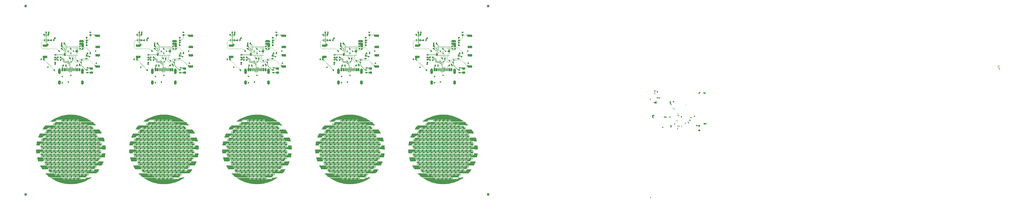
<source format=gbr>
%TF.GenerationSoftware,KiCad,Pcbnew,8.0.2-1*%
%TF.CreationDate,2025-04-11T08:43:49-07:00*%
%TF.ProjectId,Small_Pendant,536d616c-6c5f-4506-956e-64616e742e6b,rev?*%
%TF.SameCoordinates,Original*%
%TF.FileFunction,Copper,L1,Top*%
%TF.FilePolarity,Positive*%
%FSLAX46Y46*%
G04 Gerber Fmt 4.6, Leading zero omitted, Abs format (unit mm)*
G04 Created by KiCad (PCBNEW 8.0.2-1) date 2025-04-11 08:43:49*
%MOMM*%
%LPD*%
G01*
G04 APERTURE LIST*
G04 Aperture macros list*
%AMRoundRect*
0 Rectangle with rounded corners*
0 $1 Rounding radius*
0 $2 $3 $4 $5 $6 $7 $8 $9 X,Y pos of 4 corners*
0 Add a 4 corners polygon primitive as box body*
4,1,4,$2,$3,$4,$5,$6,$7,$8,$9,$2,$3,0*
0 Add four circle primitives for the rounded corners*
1,1,$1+$1,$2,$3*
1,1,$1+$1,$4,$5*
1,1,$1+$1,$6,$7*
1,1,$1+$1,$8,$9*
0 Add four rect primitives between the rounded corners*
20,1,$1+$1,$2,$3,$4,$5,0*
20,1,$1+$1,$4,$5,$6,$7,0*
20,1,$1+$1,$6,$7,$8,$9,0*
20,1,$1+$1,$8,$9,$2,$3,0*%
G04 Aperture macros list end*
%TA.AperFunction,SMDPad,CuDef*%
%ADD10RoundRect,0.112500X0.112500X0.112500X-0.112500X0.112500X-0.112500X-0.112500X0.112500X-0.112500X0*%
%TD*%
%TA.AperFunction,SMDPad,CuDef*%
%ADD11RoundRect,0.112500X-0.112500X-0.112500X0.112500X-0.112500X0.112500X0.112500X-0.112500X0.112500X0*%
%TD*%
%TA.AperFunction,SMDPad,CuDef*%
%ADD12R,0.320000X0.840000*%
%TD*%
%TA.AperFunction,SMDPad,CuDef*%
%ADD13R,1.700000X0.845000*%
%TD*%
%TA.AperFunction,SMDPad,CuDef*%
%ADD14R,1.700000X0.850000*%
%TD*%
%TA.AperFunction,SMDPad,CuDef*%
%ADD15RoundRect,0.135000X-0.135000X-0.185000X0.135000X-0.185000X0.135000X0.185000X-0.135000X0.185000X0*%
%TD*%
%TA.AperFunction,SMDPad,CuDef*%
%ADD16RoundRect,0.140000X0.170000X-0.140000X0.170000X0.140000X-0.170000X0.140000X-0.170000X-0.140000X0*%
%TD*%
%TA.AperFunction,SMDPad,CuDef*%
%ADD17RoundRect,0.140000X0.140000X0.170000X-0.140000X0.170000X-0.140000X-0.170000X0.140000X-0.170000X0*%
%TD*%
%TA.AperFunction,SMDPad,CuDef*%
%ADD18RoundRect,0.135000X-0.185000X0.135000X-0.185000X-0.135000X0.185000X-0.135000X0.185000X0.135000X0*%
%TD*%
%TA.AperFunction,SMDPad,CuDef*%
%ADD19RoundRect,0.140000X-0.140000X-0.170000X0.140000X-0.170000X0.140000X0.170000X-0.140000X0.170000X0*%
%TD*%
%TA.AperFunction,SMDPad,CuDef*%
%ADD20RoundRect,0.135000X0.185000X-0.135000X0.185000X0.135000X-0.185000X0.135000X-0.185000X-0.135000X0*%
%TD*%
%TA.AperFunction,SMDPad,CuDef*%
%ADD21RoundRect,0.218750X-0.256250X0.218750X-0.256250X-0.218750X0.256250X-0.218750X0.256250X0.218750X0*%
%TD*%
%TA.AperFunction,SMDPad,CuDef*%
%ADD22R,0.250000X0.500000*%
%TD*%
%TA.AperFunction,SMDPad,CuDef*%
%ADD23R,0.500000X0.250000*%
%TD*%
%TA.AperFunction,SMDPad,CuDef*%
%ADD24RoundRect,0.060000X-0.240000X-0.515000X0.240000X-0.515000X0.240000X0.515000X-0.240000X0.515000X0*%
%TD*%
%TA.AperFunction,SMDPad,CuDef*%
%ADD25RoundRect,0.030000X-0.120000X-0.545000X0.120000X-0.545000X0.120000X0.545000X-0.120000X0.545000X0*%
%TD*%
%TA.AperFunction,ComponentPad*%
%ADD26O,1.000000X2.100000*%
%TD*%
%TA.AperFunction,ComponentPad*%
%ADD27O,1.000000X1.600000*%
%TD*%
%TA.AperFunction,SMDPad,CuDef*%
%ADD28RoundRect,0.140000X-0.170000X0.140000X-0.170000X-0.140000X0.170000X-0.140000X0.170000X0.140000X0*%
%TD*%
%TA.AperFunction,SMDPad,CuDef*%
%ADD29RoundRect,0.135000X0.135000X0.185000X-0.135000X0.185000X-0.135000X-0.185000X0.135000X-0.185000X0*%
%TD*%
%TA.AperFunction,SMDPad,CuDef*%
%ADD30R,0.490000X0.290000*%
%TD*%
%TA.AperFunction,SMDPad,CuDef*%
%ADD31R,0.490000X0.430000*%
%TD*%
%TA.AperFunction,SMDPad,CuDef*%
%ADD32C,1.000000*%
%TD*%
%TA.AperFunction,ViaPad*%
%ADD33C,0.600000*%
%TD*%
%TA.AperFunction,Conductor*%
%ADD34C,0.100000*%
%TD*%
%TA.AperFunction,Conductor*%
%ADD35C,0.150000*%
%TD*%
%TA.AperFunction,Conductor*%
%ADD36C,0.200000*%
%TD*%
%TA.AperFunction,Conductor*%
%ADD37C,0.500000*%
%TD*%
%TA.AperFunction,Conductor*%
%ADD38C,0.250000*%
%TD*%
%TA.AperFunction,Conductor*%
%ADD39C,0.155400*%
%TD*%
G04 APERTURE END LIST*
D10*
%TO.P,D891,1,DO*%
%TO.N,N/C*%
X180425000Y-86425000D03*
%TO.P,D891,2,VCC*%
X179575000Y-86425000D03*
%TO.P,D891,3,GND*%
X180425000Y-85575000D03*
%TO.P,D891,4,DI*%
X179575000Y-85575000D03*
%TD*%
D11*
%TO.P,D772,1,DO*%
%TO.N,N/C*%
X173575000Y-72075000D03*
%TO.P,D772,2,VCC*%
X174425000Y-72075000D03*
%TO.P,D772,3,GND*%
X173575000Y-72925000D03*
%TO.P,D772,4,DI*%
X174425000Y-72925000D03*
%TD*%
D10*
%TO.P,D753,1,DO*%
%TO.N,N/C*%
X177425000Y-71425000D03*
%TO.P,D753,2,VCC*%
X176575000Y-71425000D03*
%TO.P,D753,3,GND*%
X177425000Y-70575000D03*
%TO.P,D753,4,DI*%
X176575000Y-70575000D03*
%TD*%
D11*
%TO.P,D794,1,DO*%
%TO.N,N/C*%
X184075000Y-75075000D03*
%TO.P,D794,2,VCC*%
X184925000Y-75075000D03*
%TO.P,D794,3,GND*%
X184075000Y-75925000D03*
%TO.P,D794,4,DI*%
X184925000Y-75925000D03*
%TD*%
%TO.P,D768,1,DO*%
%TO.N,N/C*%
X179575000Y-72075000D03*
%TO.P,D768,2,VCC*%
X180425000Y-72075000D03*
%TO.P,D768,3,GND*%
X179575000Y-72925000D03*
%TO.P,D768,4,DI*%
X180425000Y-72925000D03*
%TD*%
D10*
%TO.P,D893,1,DO*%
%TO.N,N/C*%
X183425000Y-86425000D03*
%TO.P,D893,2,VCC*%
X182575000Y-86425000D03*
%TO.P,D893,3,GND*%
X183425000Y-85575000D03*
%TO.P,D893,4,DI*%
X182575000Y-85575000D03*
%TD*%
%TO.P,D755,1,DO*%
%TO.N,N/C*%
X180425000Y-71425000D03*
%TO.P,D755,2,VCC*%
X179575000Y-71425000D03*
%TO.P,D755,3,GND*%
X180425000Y-70575000D03*
%TO.P,D755,4,DI*%
X179575000Y-70575000D03*
%TD*%
D11*
%TO.P,D740,1,DO*%
%TO.N,N/C*%
X184075000Y-69075000D03*
%TO.P,D740,2,VCC*%
X184925000Y-69075000D03*
%TO.P,D740,3,GND*%
X184075000Y-69925000D03*
%TO.P,D740,4,DI*%
X184925000Y-69925000D03*
%TD*%
D10*
%TO.P,D873,1,DO*%
%TO.N,N/C*%
X186425000Y-83425000D03*
%TO.P,D873,2,VCC*%
X185575000Y-83425000D03*
%TO.P,D873,3,GND*%
X186425000Y-82575000D03*
%TO.P,D873,4,DI*%
X185575000Y-82575000D03*
%TD*%
%TO.P,D788,1,DO*%
%TO.N,N/C*%
X189425000Y-74425000D03*
%TO.P,D788,2,VCC*%
X188575000Y-74425000D03*
%TO.P,D788,3,GND*%
X189425000Y-73575000D03*
%TO.P,D788,4,DI*%
X188575000Y-73575000D03*
%TD*%
D11*
%TO.P,D774,1,DO*%
%TO.N,N/C*%
X170575000Y-72075000D03*
%TO.P,D774,2,VCC*%
X171425000Y-72075000D03*
%TO.P,D774,3,GND*%
X170575000Y-72925000D03*
%TO.P,D774,4,DI*%
X171425000Y-72925000D03*
%TD*%
D10*
%TO.P,D810,1,DO*%
%TO.N,N/C*%
X177425000Y-77425000D03*
%TO.P,D810,2,VCC*%
X176575000Y-77425000D03*
%TO.P,D810,3,GND*%
X177425000Y-76575000D03*
%TO.P,D810,4,DI*%
X176575000Y-76575000D03*
%TD*%
%TO.P,D782,1,DO*%
%TO.N,N/C*%
X180425000Y-74425000D03*
%TO.P,D782,2,VCC*%
X179575000Y-74425000D03*
%TO.P,D782,3,GND*%
X180425000Y-73575000D03*
%TO.P,D782,4,DI*%
X179575000Y-73575000D03*
%TD*%
D11*
%TO.P,D771,1,DO*%
%TO.N,N/C*%
X175075000Y-72075000D03*
%TO.P,D771,2,VCC*%
X175925000Y-72075000D03*
%TO.P,D771,3,GND*%
X175075000Y-72925000D03*
%TO.P,D771,4,DI*%
X175925000Y-72925000D03*
%TD*%
D10*
%TO.P,D777,1,DO*%
%TO.N,N/C*%
X172925000Y-74425000D03*
%TO.P,D777,2,VCC*%
X172075000Y-74425000D03*
%TO.P,D777,3,GND*%
X172925000Y-73575000D03*
%TO.P,D777,4,DI*%
X172075000Y-73575000D03*
%TD*%
D11*
%TO.P,D885,1,DO*%
%TO.N,N/C*%
X173575000Y-84075000D03*
%TO.P,D885,2,VCC*%
X174425000Y-84075000D03*
%TO.P,D885,3,GND*%
X173575000Y-84925000D03*
%TO.P,D885,4,DI*%
X174425000Y-84925000D03*
%TD*%
D10*
%TO.P,D847,1,DO*%
%TO.N,N/C*%
X187925000Y-80425000D03*
%TO.P,D847,2,VCC*%
X187075000Y-80425000D03*
%TO.P,D847,3,GND*%
X187925000Y-79575000D03*
%TO.P,D847,4,DI*%
X187075000Y-79575000D03*
%TD*%
D11*
%TO.P,D860,1,DO*%
%TO.N,N/C*%
X173575000Y-81075000D03*
%TO.P,D860,2,VCC*%
X174425000Y-81075000D03*
%TO.P,D860,3,GND*%
X173575000Y-81925000D03*
%TO.P,D860,4,DI*%
X174425000Y-81925000D03*
%TD*%
D10*
%TO.P,D846,1,DO*%
%TO.N,N/C*%
X186425000Y-80425000D03*
%TO.P,D846,2,VCC*%
X185575000Y-80425000D03*
%TO.P,D846,3,GND*%
X186425000Y-79575000D03*
%TO.P,D846,4,DI*%
X185575000Y-79575000D03*
%TD*%
D11*
%TO.P,D900,1,DO*%
%TO.N,N/C*%
X176575000Y-87075000D03*
%TO.P,D900,2,VCC*%
X177425000Y-87075000D03*
%TO.P,D900,3,GND*%
X176575000Y-87925000D03*
%TO.P,D900,4,DI*%
X177425000Y-87925000D03*
%TD*%
%TO.P,D850,1,DO*%
%TO.N,N/C*%
X188575000Y-81075000D03*
%TO.P,D850,2,VCC*%
X189425000Y-81075000D03*
%TO.P,D850,3,GND*%
X188575000Y-81925000D03*
%TO.P,D850,4,DI*%
X189425000Y-81925000D03*
%TD*%
D10*
%TO.P,D836,1,DO*%
%TO.N,N/C*%
X171425000Y-80425000D03*
%TO.P,D836,2,VCC*%
X170575000Y-80425000D03*
%TO.P,D836,3,GND*%
X171425000Y-79575000D03*
%TO.P,D836,4,DI*%
X170575000Y-79575000D03*
%TD*%
D11*
%TO.P,D897,1,DO*%
%TO.N,N/C*%
X181075000Y-87075000D03*
%TO.P,D897,2,VCC*%
X181925000Y-87075000D03*
%TO.P,D897,3,GND*%
X181075000Y-87925000D03*
%TO.P,D897,4,DI*%
X181925000Y-87925000D03*
%TD*%
%TO.P,D899,1,DO*%
%TO.N,N/C*%
X178075000Y-87075000D03*
%TO.P,D899,2,VCC*%
X178925000Y-87075000D03*
%TO.P,D899,3,GND*%
X178075000Y-87925000D03*
%TO.P,D899,4,DI*%
X178925000Y-87925000D03*
%TD*%
%TO.P,D725,1,DO*%
%TO.N,N/C*%
X181075000Y-66075000D03*
%TO.P,D725,2,VCC*%
X181925000Y-66075000D03*
%TO.P,D725,3,GND*%
X181075000Y-66925000D03*
%TO.P,D725,4,DI*%
X181925000Y-66925000D03*
%TD*%
D10*
%TO.P,D809,1,DO*%
%TO.N,N/C*%
X175925000Y-77425000D03*
%TO.P,D809,2,VCC*%
X175075000Y-77425000D03*
%TO.P,D809,3,GND*%
X175925000Y-76575000D03*
%TO.P,D809,4,DI*%
X175075000Y-76575000D03*
%TD*%
D11*
%TO.P,D876,1,DO*%
%TO.N,N/C*%
X187075000Y-84075000D03*
%TO.P,D876,2,VCC*%
X187925000Y-84075000D03*
%TO.P,D876,3,GND*%
X187075000Y-84925000D03*
%TO.P,D876,4,DI*%
X187925000Y-84925000D03*
%TD*%
%TO.P,D851,1,DO*%
%TO.N,N/C*%
X187075000Y-81075000D03*
%TO.P,D851,2,VCC*%
X187925000Y-81075000D03*
%TO.P,D851,3,GND*%
X187075000Y-81925000D03*
%TO.P,D851,4,DI*%
X187925000Y-81925000D03*
%TD*%
D10*
%TO.P,D756,1,DO*%
%TO.N,N/C*%
X181925000Y-71425000D03*
%TO.P,D756,2,VCC*%
X181075000Y-71425000D03*
%TO.P,D756,3,GND*%
X181925000Y-70575000D03*
%TO.P,D756,4,DI*%
X181075000Y-70575000D03*
%TD*%
D11*
%TO.P,D747,1,DO*%
%TO.N,N/C*%
X173575000Y-69075000D03*
%TO.P,D747,2,VCC*%
X174425000Y-69075000D03*
%TO.P,D747,3,GND*%
X173575000Y-69925000D03*
%TO.P,D747,4,DI*%
X174425000Y-69925000D03*
%TD*%
%TO.P,D800,1,DO*%
%TO.N,N/C*%
X175075000Y-75075000D03*
%TO.P,D800,2,VCC*%
X175925000Y-75075000D03*
%TO.P,D800,3,GND*%
X175075000Y-75925000D03*
%TO.P,D800,4,DI*%
X175925000Y-75925000D03*
%TD*%
D10*
%TO.P,D751,1,DO*%
%TO.N,N/C*%
X174425000Y-71425000D03*
%TO.P,D751,2,VCC*%
X173575000Y-71425000D03*
%TO.P,D751,3,GND*%
X174425000Y-70575000D03*
%TO.P,D751,4,DI*%
X173575000Y-70575000D03*
%TD*%
D12*
%TO.P,U20,1,VCCA*%
%TO.N,N/C*%
X171350000Y-33950000D03*
%TO.P,U20,2,GND*%
X170700000Y-33950000D03*
%TO.P,U20,3,A*%
X170050000Y-33950000D03*
%TO.P,U20,4,B*%
X170050000Y-35850000D03*
%TO.P,U20,5,DIR*%
X170700000Y-35850000D03*
%TO.P,U20,6,VCCB*%
X171350000Y-35850000D03*
%TD*%
D11*
%TO.P,D727,1,DO*%
%TO.N,N/C*%
X178075000Y-66075000D03*
%TO.P,D727,2,VCC*%
X178925000Y-66075000D03*
%TO.P,D727,3,GND*%
X178075000Y-66925000D03*
%TO.P,D727,4,DI*%
X178925000Y-66925000D03*
%TD*%
D13*
%TO.P,SW15,1,1*%
%TO.N,N/C*%
X190100000Y-41572500D03*
D14*
%TO.P,SW15,2,2*%
X190100000Y-45825000D03*
%TD*%
D11*
%TO.P,D883,1,DO*%
%TO.N,N/C*%
X176575000Y-84075000D03*
%TO.P,D883,2,VCC*%
X177425000Y-84075000D03*
%TO.P,D883,3,GND*%
X176575000Y-84925000D03*
%TO.P,D883,4,DI*%
X177425000Y-84925000D03*
%TD*%
D15*
%TO.P,R54,1*%
%TO.N,N/C*%
X175090000Y-43300000D03*
%TO.P,R54,2*%
X176110000Y-43300000D03*
%TD*%
D11*
%TO.P,D728,1,DO*%
%TO.N,N/C*%
X176575000Y-66075000D03*
%TO.P,D728,2,VCC*%
X177425000Y-66075000D03*
%TO.P,D728,3,GND*%
X176575000Y-66925000D03*
%TO.P,D728,4,DI*%
X177425000Y-66925000D03*
%TD*%
%TO.P,D828,1,DO*%
%TO.N,N/C*%
X178075000Y-78075000D03*
%TO.P,D828,2,VCC*%
X178925000Y-78075000D03*
%TO.P,D828,3,GND*%
X178075000Y-78925000D03*
%TO.P,D828,4,DI*%
X178925000Y-78925000D03*
%TD*%
D16*
%TO.P,C115,1*%
%TO.N,N/C*%
X185950000Y-35860000D03*
%TO.P,C115,2*%
X185950000Y-34900000D03*
%TD*%
D17*
%TO.P,C117,1*%
%TO.N,N/C*%
X169780000Y-43100000D03*
%TO.P,C117,2*%
X168820000Y-43100000D03*
%TD*%
D11*
%TO.P,D831,1,DO*%
%TO.N,N/C*%
X173575000Y-78075000D03*
%TO.P,D831,2,VCC*%
X174425000Y-78075000D03*
%TO.P,D831,3,GND*%
X173575000Y-78925000D03*
%TO.P,D831,4,DI*%
X174425000Y-78925000D03*
%TD*%
D10*
%TO.P,D787,1,DO*%
%TO.N,N/C*%
X187925000Y-74425000D03*
%TO.P,D787,2,VCC*%
X187075000Y-74425000D03*
%TO.P,D787,3,GND*%
X187925000Y-73575000D03*
%TO.P,D787,4,DI*%
X187075000Y-73575000D03*
%TD*%
%TO.P,D868,1,DO*%
%TO.N,N/C*%
X178925000Y-83425000D03*
%TO.P,D868,2,VCC*%
X178075000Y-83425000D03*
%TO.P,D868,3,GND*%
X178925000Y-82575000D03*
%TO.P,D868,4,DI*%
X178075000Y-82575000D03*
%TD*%
D11*
%TO.P,D857,1,DO*%
%TO.N,N/C*%
X178075000Y-81075000D03*
%TO.P,D857,2,VCC*%
X178925000Y-81075000D03*
%TO.P,D857,3,GND*%
X178075000Y-81925000D03*
%TO.P,D857,4,DI*%
X178925000Y-81925000D03*
%TD*%
D18*
%TO.P,R49,1*%
%TO.N,N/C*%
X183500000Y-38090000D03*
%TO.P,R49,2*%
X183500000Y-39110000D03*
%TD*%
D11*
%TO.P,D832,1,DO*%
%TO.N,N/C*%
X172075000Y-78075000D03*
%TO.P,D832,2,VCC*%
X172925000Y-78075000D03*
%TO.P,D832,3,GND*%
X172075000Y-78925000D03*
%TO.P,D832,4,DI*%
X172925000Y-78925000D03*
%TD*%
%TO.P,D824,1,DO*%
%TO.N,N/C*%
X184075000Y-78075000D03*
%TO.P,D824,2,VCC*%
X184925000Y-78075000D03*
%TO.P,D824,3,GND*%
X184075000Y-78925000D03*
%TO.P,D824,4,DI*%
X184925000Y-78925000D03*
%TD*%
D10*
%TO.P,D783,1,DO*%
%TO.N,N/C*%
X181925000Y-74425000D03*
%TO.P,D783,2,VCC*%
X181075000Y-74425000D03*
%TO.P,D783,3,GND*%
X181925000Y-73575000D03*
%TO.P,D783,4,DI*%
X181075000Y-73575000D03*
%TD*%
%TO.P,D752,1,DO*%
%TO.N,N/C*%
X175925000Y-71425000D03*
%TO.P,D752,2,VCC*%
X175075000Y-71425000D03*
%TO.P,D752,3,GND*%
X175925000Y-70575000D03*
%TO.P,D752,4,DI*%
X175075000Y-70575000D03*
%TD*%
D11*
%TO.P,D803,1,DO*%
%TO.N,N/C*%
X170575000Y-75075000D03*
%TO.P,D803,2,VCC*%
X171425000Y-75075000D03*
%TO.P,D803,3,GND*%
X170575000Y-75925000D03*
%TO.P,D803,4,DI*%
X171425000Y-75925000D03*
%TD*%
D10*
%TO.P,D750,1,DO*%
%TO.N,N/C*%
X172925000Y-71425000D03*
%TO.P,D750,2,VCC*%
X172075000Y-71425000D03*
%TO.P,D750,3,GND*%
X172925000Y-70575000D03*
%TO.P,D750,4,DI*%
X172075000Y-70575000D03*
%TD*%
D19*
%TO.P,C126,1*%
%TO.N,N/C*%
X172620000Y-35900000D03*
%TO.P,C126,2*%
X173580000Y-35900000D03*
%TD*%
D11*
%TO.P,D855,1,DO*%
%TO.N,N/C*%
X181075000Y-81075000D03*
%TO.P,D855,2,VCC*%
X181925000Y-81075000D03*
%TO.P,D855,3,GND*%
X181075000Y-81925000D03*
%TO.P,D855,4,DI*%
X181925000Y-81925000D03*
%TD*%
D10*
%TO.P,D818,1,DO*%
%TO.N,N/C*%
X189425000Y-77425000D03*
%TO.P,D818,2,VCC*%
X188575000Y-77425000D03*
%TO.P,D818,3,GND*%
X189425000Y-76575000D03*
%TO.P,D818,4,DI*%
X188575000Y-76575000D03*
%TD*%
D11*
%TO.P,D853,1,DO*%
%TO.N,N/C*%
X184075000Y-81075000D03*
%TO.P,D853,2,VCC*%
X184925000Y-81075000D03*
%TO.P,D853,3,GND*%
X184075000Y-81925000D03*
%TO.P,D853,4,DI*%
X184925000Y-81925000D03*
%TD*%
D16*
%TO.P,C114,1*%
%TO.N,N/C*%
X184500000Y-37180000D03*
%TO.P,C114,2*%
X184500000Y-36220000D03*
%TD*%
D10*
%TO.P,D888,1,DO*%
%TO.N,N/C*%
X175925000Y-86425000D03*
%TO.P,D888,2,VCC*%
X175075000Y-86425000D03*
%TO.P,D888,3,GND*%
X175925000Y-85575000D03*
%TO.P,D888,4,DI*%
X175075000Y-85575000D03*
%TD*%
%TO.P,D841,1,DO*%
%TO.N,N/C*%
X178925000Y-80425000D03*
%TO.P,D841,2,VCC*%
X178075000Y-80425000D03*
%TO.P,D841,3,GND*%
X178925000Y-79575000D03*
%TO.P,D841,4,DI*%
X178075000Y-79575000D03*
%TD*%
D11*
%TO.P,D820,1,DO*%
%TO.N,N/C*%
X190075000Y-78075000D03*
%TO.P,D820,2,VCC*%
X190925000Y-78075000D03*
%TO.P,D820,3,GND*%
X190075000Y-78925000D03*
%TO.P,D820,4,DI*%
X190925000Y-78925000D03*
%TD*%
D18*
%TO.P,R56,1*%
%TO.N,N/C*%
X185900000Y-41790000D03*
%TO.P,R56,2*%
X185900000Y-42810000D03*
%TD*%
D16*
%TO.P,C113,1*%
%TO.N,N/C*%
X183500000Y-37180000D03*
%TO.P,C113,2*%
X183500000Y-36220000D03*
%TD*%
D10*
%TO.P,D808,1,DO*%
%TO.N,N/C*%
X174425000Y-77425000D03*
%TO.P,D808,2,VCC*%
X173575000Y-77425000D03*
%TO.P,D808,3,GND*%
X174425000Y-76575000D03*
%TO.P,D808,4,DI*%
X173575000Y-76575000D03*
%TD*%
D11*
%TO.P,D797,1,DO*%
%TO.N,N/C*%
X179575000Y-75075000D03*
%TO.P,D797,2,VCC*%
X180425000Y-75075000D03*
%TO.P,D797,3,GND*%
X179575000Y-75925000D03*
%TO.P,D797,4,DI*%
X180425000Y-75925000D03*
%TD*%
%TO.P,D858,1,DO*%
%TO.N,N/C*%
X176575000Y-81075000D03*
%TO.P,D858,2,VCC*%
X177425000Y-81075000D03*
%TO.P,D858,3,GND*%
X176575000Y-81925000D03*
%TO.P,D858,4,DI*%
X177425000Y-81925000D03*
%TD*%
D10*
%TO.P,D734,1,DO*%
%TO.N,N/C*%
X181925000Y-68425000D03*
%TO.P,D734,2,VCC*%
X181075000Y-68425000D03*
%TO.P,D734,3,GND*%
X181925000Y-67575000D03*
%TO.P,D734,4,DI*%
X181075000Y-67575000D03*
%TD*%
%TO.P,D733,1,DO*%
%TO.N,N/C*%
X180425000Y-68425000D03*
%TO.P,D733,2,VCC*%
X179575000Y-68425000D03*
%TO.P,D733,3,GND*%
X180425000Y-67575000D03*
%TO.P,D733,4,DI*%
X179575000Y-67575000D03*
%TD*%
D11*
%TO.P,D746,1,DO*%
%TO.N,N/C*%
X175075000Y-69075000D03*
%TO.P,D746,2,VCC*%
X175925000Y-69075000D03*
%TO.P,D746,3,GND*%
X175075000Y-69925000D03*
%TO.P,D746,4,DI*%
X175925000Y-69925000D03*
%TD*%
%TO.P,D859,1,DO*%
%TO.N,N/C*%
X175075000Y-81075000D03*
%TO.P,D859,2,VCC*%
X175925000Y-81075000D03*
%TO.P,D859,3,GND*%
X175075000Y-81925000D03*
%TO.P,D859,4,DI*%
X175925000Y-81925000D03*
%TD*%
%TO.P,D770,1,DO*%
%TO.N,N/C*%
X176575000Y-72075000D03*
%TO.P,D770,2,VCC*%
X177425000Y-72075000D03*
%TO.P,D770,3,GND*%
X176575000Y-72925000D03*
%TO.P,D770,4,DI*%
X177425000Y-72925000D03*
%TD*%
D20*
%TO.P,R50,1*%
%TO.N,N/C*%
X184500000Y-39110000D03*
%TO.P,R50,2*%
X184500000Y-38090000D03*
%TD*%
D10*
%TO.P,D875,1,DO*%
%TO.N,N/C*%
X189425000Y-83425000D03*
%TO.P,D875,2,VCC*%
X188575000Y-83425000D03*
%TO.P,D875,3,GND*%
X189425000Y-82575000D03*
%TO.P,D875,4,DI*%
X188575000Y-82575000D03*
%TD*%
D11*
%TO.P,D878,1,DO*%
%TO.N,N/C*%
X184075000Y-84075000D03*
%TO.P,D878,2,VCC*%
X184925000Y-84075000D03*
%TO.P,D878,3,GND*%
X184075000Y-84925000D03*
%TO.P,D878,4,DI*%
X184925000Y-84925000D03*
%TD*%
D21*
%TO.P,D723,1,K*%
%TO.N,N/C*%
X187800000Y-46535000D03*
%TO.P,D723,2,A*%
X187800000Y-48110000D03*
%TD*%
D11*
%TO.P,D884,1,DO*%
%TO.N,N/C*%
X175075000Y-84075000D03*
%TO.P,D884,2,VCC*%
X175925000Y-84075000D03*
%TO.P,D884,3,GND*%
X175075000Y-84925000D03*
%TO.P,D884,4,DI*%
X175925000Y-84925000D03*
%TD*%
D10*
%TO.P,D737,1,DO*%
%TO.N,N/C*%
X186425000Y-68425000D03*
%TO.P,D737,2,VCC*%
X185575000Y-68425000D03*
%TO.P,D737,3,GND*%
X186425000Y-67575000D03*
%TO.P,D737,4,DI*%
X185575000Y-67575000D03*
%TD*%
%TO.P,D817,1,DO*%
%TO.N,N/C*%
X187925000Y-77425000D03*
%TO.P,D817,2,VCC*%
X187075000Y-77425000D03*
%TO.P,D817,3,GND*%
X187925000Y-76575000D03*
%TO.P,D817,4,DI*%
X187075000Y-76575000D03*
%TD*%
%TO.P,D814,1,DO*%
%TO.N,N/C*%
X183425000Y-77425000D03*
%TO.P,D814,2,VCC*%
X182575000Y-77425000D03*
%TO.P,D814,3,GND*%
X183425000Y-76575000D03*
%TO.P,D814,4,DI*%
X182575000Y-76575000D03*
%TD*%
%TO.P,D866,1,DO*%
%TO.N,N/C*%
X175925000Y-83425000D03*
%TO.P,D866,2,VCC*%
X175075000Y-83425000D03*
%TO.P,D866,3,GND*%
X175925000Y-82575000D03*
%TO.P,D866,4,DI*%
X175075000Y-82575000D03*
%TD*%
D11*
%TO.P,D762,1,DO*%
%TO.N,N/C*%
X188575000Y-72075000D03*
%TO.P,D762,2,VCC*%
X189425000Y-72075000D03*
%TO.P,D762,3,GND*%
X188575000Y-72925000D03*
%TO.P,D762,4,DI*%
X189425000Y-72925000D03*
%TD*%
D10*
%TO.P,D807,1,DO*%
%TO.N,N/C*%
X172925000Y-77425000D03*
%TO.P,D807,2,VCC*%
X172075000Y-77425000D03*
%TO.P,D807,3,GND*%
X172925000Y-76575000D03*
%TO.P,D807,4,DI*%
X172075000Y-76575000D03*
%TD*%
%TO.P,D778,1,DO*%
%TO.N,N/C*%
X174425000Y-74425000D03*
%TO.P,D778,2,VCC*%
X173575000Y-74425000D03*
%TO.P,D778,3,GND*%
X174425000Y-73575000D03*
%TO.P,D778,4,DI*%
X173575000Y-73575000D03*
%TD*%
%TO.P,D819,1,DO*%
%TO.N,N/C*%
X190925000Y-77425000D03*
%TO.P,D819,2,VCC*%
X190075000Y-77425000D03*
%TO.P,D819,3,GND*%
X190925000Y-76575000D03*
%TO.P,D819,4,DI*%
X190075000Y-76575000D03*
%TD*%
D11*
%TO.P,D802,1,DO*%
%TO.N,N/C*%
X172075000Y-75075000D03*
%TO.P,D802,2,VCC*%
X172925000Y-75075000D03*
%TO.P,D802,3,GND*%
X172075000Y-75925000D03*
%TO.P,D802,4,DI*%
X172925000Y-75925000D03*
%TD*%
D10*
%TO.P,D843,1,DO*%
%TO.N,N/C*%
X181925000Y-80425000D03*
%TO.P,D843,2,VCC*%
X181075000Y-80425000D03*
%TO.P,D843,3,GND*%
X181925000Y-79575000D03*
%TO.P,D843,4,DI*%
X181075000Y-79575000D03*
%TD*%
%TO.P,D761,1,DO*%
%TO.N,N/C*%
X189425000Y-71425000D03*
%TO.P,D761,2,VCC*%
X188575000Y-71425000D03*
%TO.P,D761,3,GND*%
X189425000Y-70575000D03*
%TO.P,D761,4,DI*%
X188575000Y-70575000D03*
%TD*%
%TO.P,D838,1,DO*%
%TO.N,N/C*%
X174425000Y-80425000D03*
%TO.P,D838,2,VCC*%
X173575000Y-80425000D03*
%TO.P,D838,3,GND*%
X174425000Y-79575000D03*
%TO.P,D838,4,DI*%
X173575000Y-79575000D03*
%TD*%
D11*
%TO.P,D738,1,DO*%
%TO.N,N/C*%
X187075000Y-69075000D03*
%TO.P,D738,2,VCC*%
X187925000Y-69075000D03*
%TO.P,D738,3,GND*%
X187075000Y-69925000D03*
%TO.P,D738,4,DI*%
X187925000Y-69925000D03*
%TD*%
%TO.P,D821,1,DO*%
%TO.N,N/C*%
X188575000Y-78075000D03*
%TO.P,D821,2,VCC*%
X189425000Y-78075000D03*
%TO.P,D821,3,GND*%
X188575000Y-78925000D03*
%TO.P,D821,4,DI*%
X189425000Y-78925000D03*
%TD*%
D10*
%TO.P,D729,1,DO*%
%TO.N,N/C*%
X174425000Y-68425000D03*
%TO.P,D729,2,VCC*%
X173575000Y-68425000D03*
%TO.P,D729,3,GND*%
X174425000Y-67575000D03*
%TO.P,D729,4,DI*%
X173575000Y-67575000D03*
%TD*%
%TO.P,D786,1,DO*%
%TO.N,N/C*%
X186425000Y-74425000D03*
%TO.P,D786,2,VCC*%
X185575000Y-74425000D03*
%TO.P,D786,3,GND*%
X186425000Y-73575000D03*
%TO.P,D786,4,DI*%
X185575000Y-73575000D03*
%TD*%
%TO.P,D806,1,DO*%
%TO.N,N/C*%
X171425000Y-77425000D03*
%TO.P,D806,2,VCC*%
X170575000Y-77425000D03*
%TO.P,D806,3,GND*%
X171425000Y-76575000D03*
%TO.P,D806,4,DI*%
X170575000Y-76575000D03*
%TD*%
D22*
%TO.P,U19,1,PIN1*%
%TO.N,N/C*%
X177750000Y-38440000D03*
D23*
%TO.P,U19,2,GND*%
X177750000Y-39250000D03*
%TO.P,U19,3,VDD*%
X177750000Y-39750000D03*
%TO.P,U19,4,NBOOT_LOAD_PIN*%
X177750000Y-40250000D03*
%TO.P,U19,5,PS1*%
X177750000Y-40750000D03*
D22*
%TO.P,U19,6,PS0*%
X177750000Y-41560000D03*
%TO.P,U19,7,SWDIO*%
X178250000Y-41560000D03*
%TO.P,U19,8,SWCLK*%
X178750000Y-41560000D03*
%TO.P,U19,9,CAP*%
X179250000Y-41560000D03*
%TO.P,U19,10,PIN10*%
X179750000Y-41560000D03*
%TO.P,U19,11,NRESET*%
X180250000Y-41560000D03*
%TO.P,U19,12,PIN12*%
X180750000Y-41560000D03*
%TO.P,U19,13,PIN13*%
X181250000Y-41560000D03*
%TO.P,U19,14,INT*%
X181750000Y-41560000D03*
%TO.P,U19,15,PIN15*%
X182250000Y-41560000D03*
D23*
%TO.P,U19,16,PIN16*%
X182250000Y-40750000D03*
%TO.P,U19,17,COM3*%
X182250000Y-40250000D03*
%TO.P,U19,18,COM2*%
X182250000Y-39750000D03*
%TO.P,U19,19,COM1*%
X182250000Y-39250000D03*
D22*
%TO.P,U19,20,COM0*%
X182250000Y-38440000D03*
%TO.P,U19,21,PIN21*%
X181750000Y-38440000D03*
%TO.P,U19,22,PIN22*%
X181250000Y-38440000D03*
%TO.P,U19,23,PIN23*%
X180750000Y-38440000D03*
%TO.P,U19,24,PIN24*%
X180250000Y-38440000D03*
%TO.P,U19,25,GNDIO*%
X179750000Y-38440000D03*
%TO.P,U19,26,XOUT32*%
X179250000Y-38440000D03*
%TO.P,U19,27,XIN32*%
X178750000Y-38440000D03*
%TO.P,U19,28,VDDIO*%
X178250000Y-38440000D03*
%TD*%
D10*
%TO.P,D865,1,DO*%
%TO.N,N/C*%
X174425000Y-83425000D03*
%TO.P,D865,2,VCC*%
X173575000Y-83425000D03*
%TO.P,D865,3,GND*%
X174425000Y-82575000D03*
%TO.P,D865,4,DI*%
X173575000Y-82575000D03*
%TD*%
D24*
%TO.P,J29,A1,GND*%
%TO.N,N/C*%
X176800000Y-46990000D03*
%TO.P,J29,A4,VBUS*%
X177600000Y-46990000D03*
D25*
%TO.P,J29,A5,CC1*%
X178750000Y-46990000D03*
%TO.P,J29,A6,D+*%
X179750000Y-46990000D03*
%TO.P,J29,A7,D-*%
X180250000Y-46990000D03*
%TO.P,J29,A8,SBU1*%
X181250000Y-46990000D03*
D24*
%TO.P,J29,A9,VBUS*%
X182400000Y-46990000D03*
%TO.P,J29,A12,GND*%
X183200000Y-46990000D03*
%TO.P,J29,B1,GND*%
X183200000Y-46990000D03*
%TO.P,J29,B4,VBUS*%
X182400000Y-46990000D03*
D25*
%TO.P,J29,B5,CC2*%
X181750000Y-46990000D03*
%TO.P,J29,B6,D+*%
X180750000Y-46990000D03*
%TO.P,J29,B7,D-*%
X179250000Y-46990000D03*
%TO.P,J29,B8,SBU2*%
X178250000Y-46990000D03*
D24*
%TO.P,J29,B9,VBUS*%
X177600000Y-46990000D03*
%TO.P,J29,B12,GND*%
X176800000Y-46990000D03*
D26*
%TO.P,J29,S1,SHIELD*%
X175680000Y-47590000D03*
%TO.P,J29,S2,SHIELD*%
X184320000Y-47590000D03*
D27*
%TO.P,J29,S3,SHIELD*%
X184320000Y-51770000D03*
%TO.P,J29,S4,SHIELD*%
X175680000Y-51770000D03*
%TD*%
D10*
%TO.P,D890,1,DO*%
%TO.N,N/C*%
X178925000Y-86425000D03*
%TO.P,D890,2,VCC*%
X178075000Y-86425000D03*
%TO.P,D890,3,GND*%
X178925000Y-85575000D03*
%TO.P,D890,4,DI*%
X178075000Y-85575000D03*
%TD*%
%TO.P,D775,1,DO*%
%TO.N,N/C*%
X169925000Y-74425000D03*
%TO.P,D775,2,VCC*%
X169075000Y-74425000D03*
%TO.P,D775,3,GND*%
X169925000Y-73575000D03*
%TO.P,D775,4,DI*%
X169075000Y-73575000D03*
%TD*%
D11*
%TO.P,D743,1,DO*%
%TO.N,N/C*%
X179575000Y-69075000D03*
%TO.P,D743,2,VCC*%
X180425000Y-69075000D03*
%TO.P,D743,3,GND*%
X179575000Y-69925000D03*
%TO.P,D743,4,DI*%
X180425000Y-69925000D03*
%TD*%
D10*
%TO.P,D869,1,DO*%
%TO.N,N/C*%
X180425000Y-83425000D03*
%TO.P,D869,2,VCC*%
X179575000Y-83425000D03*
%TO.P,D869,3,GND*%
X180425000Y-82575000D03*
%TO.P,D869,4,DI*%
X179575000Y-82575000D03*
%TD*%
D13*
%TO.P,SW14,1,1*%
%TO.N,N/C*%
X190100000Y-38427500D03*
D14*
%TO.P,SW14,2,2*%
X190100000Y-34175000D03*
%TD*%
D10*
%TO.P,D894,1,DO*%
%TO.N,N/C*%
X184925000Y-86425000D03*
%TO.P,D894,2,VCC*%
X184075000Y-86425000D03*
%TO.P,D894,3,GND*%
X184925000Y-85575000D03*
%TO.P,D894,4,DI*%
X184075000Y-85575000D03*
%TD*%
%TO.P,D749,1,DO*%
%TO.N,N/C*%
X171425000Y-71425000D03*
%TO.P,D749,2,VCC*%
X170575000Y-71425000D03*
%TO.P,D749,3,GND*%
X171425000Y-70575000D03*
%TO.P,D749,4,DI*%
X170575000Y-70575000D03*
%TD*%
D11*
%TO.P,D898,1,DO*%
%TO.N,N/C*%
X179575000Y-87075000D03*
%TO.P,D898,2,VCC*%
X180425000Y-87075000D03*
%TO.P,D898,3,GND*%
X179575000Y-87925000D03*
%TO.P,D898,4,DI*%
X180425000Y-87925000D03*
%TD*%
D19*
%TO.P,C124,1*%
%TO.N,N/C*%
X179720000Y-42700000D03*
%TO.P,C124,2*%
X180680000Y-42700000D03*
%TD*%
D10*
%TO.P,D789,1,DO*%
%TO.N,N/C*%
X190925000Y-74425000D03*
%TO.P,D789,2,VCC*%
X190075000Y-74425000D03*
%TO.P,D789,3,GND*%
X190925000Y-73575000D03*
%TO.P,D789,4,DI*%
X190075000Y-73575000D03*
%TD*%
D19*
%TO.P,C122,1*%
%TO.N,N/C*%
X176520000Y-37100000D03*
%TO.P,C122,2*%
X177480000Y-37100000D03*
%TD*%
D11*
%TO.P,D877,1,DO*%
%TO.N,N/C*%
X185575000Y-84075000D03*
%TO.P,D877,2,VCC*%
X186425000Y-84075000D03*
%TO.P,D877,3,GND*%
X185575000Y-84925000D03*
%TO.P,D877,4,DI*%
X186425000Y-84925000D03*
%TD*%
%TO.P,D825,1,DO*%
%TO.N,N/C*%
X182575000Y-78075000D03*
%TO.P,D825,2,VCC*%
X183425000Y-78075000D03*
%TO.P,D825,3,GND*%
X182575000Y-78925000D03*
%TO.P,D825,4,DI*%
X183425000Y-78925000D03*
%TD*%
%TO.P,D744,1,DO*%
%TO.N,N/C*%
X178075000Y-69075000D03*
%TO.P,D744,2,VCC*%
X178925000Y-69075000D03*
%TO.P,D744,3,GND*%
X178075000Y-69925000D03*
%TO.P,D744,4,DI*%
X178925000Y-69925000D03*
%TD*%
D10*
%TO.P,D848,1,DO*%
%TO.N,N/C*%
X189425000Y-80425000D03*
%TO.P,D848,2,VCC*%
X188575000Y-80425000D03*
%TO.P,D848,3,GND*%
X189425000Y-79575000D03*
%TO.P,D848,4,DI*%
X188575000Y-79575000D03*
%TD*%
D11*
%TO.P,D827,1,DO*%
%TO.N,N/C*%
X179575000Y-78075000D03*
%TO.P,D827,2,VCC*%
X180425000Y-78075000D03*
%TO.P,D827,3,GND*%
X179575000Y-78925000D03*
%TO.P,D827,4,DI*%
X180425000Y-78925000D03*
%TD*%
D10*
%TO.P,D839,1,DO*%
%TO.N,N/C*%
X175925000Y-80425000D03*
%TO.P,D839,2,VCC*%
X175075000Y-80425000D03*
%TO.P,D839,3,GND*%
X175925000Y-79575000D03*
%TO.P,D839,4,DI*%
X175075000Y-79575000D03*
%TD*%
%TO.P,D736,1,DO*%
%TO.N,N/C*%
X184925000Y-68425000D03*
%TO.P,D736,2,VCC*%
X184075000Y-68425000D03*
%TO.P,D736,3,GND*%
X184925000Y-67575000D03*
%TO.P,D736,4,DI*%
X184075000Y-67575000D03*
%TD*%
D15*
%TO.P,R53,1*%
%TO.N,N/C*%
X175090000Y-42300000D03*
%TO.P,R53,2*%
X176110000Y-42300000D03*
%TD*%
D11*
%TO.P,D748,1,DO*%
%TO.N,N/C*%
X172075000Y-69075000D03*
%TO.P,D748,2,VCC*%
X172925000Y-69075000D03*
%TO.P,D748,3,GND*%
X172075000Y-69925000D03*
%TO.P,D748,4,DI*%
X172925000Y-69925000D03*
%TD*%
D10*
%TO.P,D758,1,DO*%
%TO.N,N/C*%
X184925000Y-71425000D03*
%TO.P,D758,2,VCC*%
X184075000Y-71425000D03*
%TO.P,D758,3,GND*%
X184925000Y-70575000D03*
%TO.P,D758,4,DI*%
X184075000Y-70575000D03*
%TD*%
D28*
%TO.P,C118,1*%
%TO.N,N/C*%
X174100000Y-41370000D03*
%TO.P,C118,2*%
X174100000Y-42330000D03*
%TD*%
D10*
%TO.P,D754,1,DO*%
%TO.N,N/C*%
X178925000Y-71425000D03*
%TO.P,D754,2,VCC*%
X178075000Y-71425000D03*
%TO.P,D754,3,GND*%
X178925000Y-70575000D03*
%TO.P,D754,4,DI*%
X178075000Y-70575000D03*
%TD*%
%TO.P,D735,1,DO*%
%TO.N,N/C*%
X183425000Y-68425000D03*
%TO.P,D735,2,VCC*%
X182575000Y-68425000D03*
%TO.P,D735,3,GND*%
X183425000Y-67575000D03*
%TO.P,D735,4,DI*%
X182575000Y-67575000D03*
%TD*%
D11*
%TO.P,D773,1,DO*%
%TO.N,N/C*%
X172075000Y-72075000D03*
%TO.P,D773,2,VCC*%
X172925000Y-72075000D03*
%TO.P,D773,3,GND*%
X172075000Y-72925000D03*
%TO.P,D773,4,DI*%
X172925000Y-72925000D03*
%TD*%
D10*
%TO.P,D815,1,DO*%
%TO.N,N/C*%
X184925000Y-77425000D03*
%TO.P,D815,2,VCC*%
X184075000Y-77425000D03*
%TO.P,D815,3,GND*%
X184925000Y-76575000D03*
%TO.P,D815,4,DI*%
X184075000Y-76575000D03*
%TD*%
D11*
%TO.P,D742,1,DO*%
%TO.N,N/C*%
X181075000Y-69075000D03*
%TO.P,D742,2,VCC*%
X181925000Y-69075000D03*
%TO.P,D742,3,GND*%
X181075000Y-69925000D03*
%TO.P,D742,4,DI*%
X181925000Y-69925000D03*
%TD*%
D10*
%TO.P,D813,1,DO*%
%TO.N,N/C*%
X181925000Y-77425000D03*
%TO.P,D813,2,VCC*%
X181075000Y-77425000D03*
%TO.P,D813,3,GND*%
X181925000Y-76575000D03*
%TO.P,D813,4,DI*%
X181075000Y-76575000D03*
%TD*%
D13*
%TO.P,SW13,1,1*%
%TO.N,N/C*%
X170300000Y-37872500D03*
D14*
%TO.P,SW13,2,2*%
X170300000Y-42125000D03*
%TD*%
D10*
%TO.P,D757,1,DO*%
%TO.N,N/C*%
X183425000Y-71425000D03*
%TO.P,D757,2,VCC*%
X182575000Y-71425000D03*
%TO.P,D757,3,GND*%
X183425000Y-70575000D03*
%TO.P,D757,4,DI*%
X182575000Y-70575000D03*
%TD*%
D11*
%TO.P,D767,1,DO*%
%TO.N,N/C*%
X181075000Y-72075000D03*
%TO.P,D767,2,VCC*%
X181925000Y-72075000D03*
%TO.P,D767,3,GND*%
X181075000Y-72925000D03*
%TO.P,D767,4,DI*%
X181925000Y-72925000D03*
%TD*%
%TO.P,D886,1,DO*%
%TO.N,N/C*%
X172075000Y-84075000D03*
%TO.P,D886,2,VCC*%
X172925000Y-84075000D03*
%TO.P,D886,3,GND*%
X172075000Y-84925000D03*
%TO.P,D886,4,DI*%
X172925000Y-84925000D03*
%TD*%
D10*
%TO.P,D835,1,DO*%
%TO.N,N/C*%
X169925000Y-80425000D03*
%TO.P,D835,2,VCC*%
X169075000Y-80425000D03*
%TO.P,D835,3,GND*%
X169925000Y-79575000D03*
%TO.P,D835,4,DI*%
X169075000Y-79575000D03*
%TD*%
D11*
%TO.P,D879,1,DO*%
%TO.N,N/C*%
X182575000Y-84075000D03*
%TO.P,D879,2,VCC*%
X183425000Y-84075000D03*
%TO.P,D879,3,GND*%
X182575000Y-84925000D03*
%TO.P,D879,4,DI*%
X183425000Y-84925000D03*
%TD*%
D10*
%TO.P,D842,1,DO*%
%TO.N,N/C*%
X180425000Y-80425000D03*
%TO.P,D842,2,VCC*%
X179575000Y-80425000D03*
%TO.P,D842,3,GND*%
X180425000Y-79575000D03*
%TO.P,D842,4,DI*%
X179575000Y-79575000D03*
%TD*%
D11*
%TO.P,D854,1,DO*%
%TO.N,N/C*%
X182575000Y-81075000D03*
%TO.P,D854,2,VCC*%
X183425000Y-81075000D03*
%TO.P,D854,3,GND*%
X182575000Y-81925000D03*
%TO.P,D854,4,DI*%
X183425000Y-81925000D03*
%TD*%
%TO.P,D792,1,DO*%
%TO.N,N/C*%
X187075000Y-75075000D03*
%TO.P,D792,2,VCC*%
X187925000Y-75075000D03*
%TO.P,D792,3,GND*%
X187075000Y-75925000D03*
%TO.P,D792,4,DI*%
X187925000Y-75925000D03*
%TD*%
D10*
%TO.P,D776,1,DO*%
%TO.N,N/C*%
X171425000Y-74425000D03*
%TO.P,D776,2,VCC*%
X170575000Y-74425000D03*
%TO.P,D776,3,GND*%
X171425000Y-73575000D03*
%TO.P,D776,4,DI*%
X170575000Y-73575000D03*
%TD*%
D11*
%TO.P,D769,1,DO*%
%TO.N,N/C*%
X178075000Y-72075000D03*
%TO.P,D769,2,VCC*%
X178925000Y-72075000D03*
%TO.P,D769,3,GND*%
X178075000Y-72925000D03*
%TO.P,D769,4,DI*%
X178925000Y-72925000D03*
%TD*%
%TO.P,D798,1,DO*%
%TO.N,N/C*%
X178075000Y-75075000D03*
%TO.P,D798,2,VCC*%
X178925000Y-75075000D03*
%TO.P,D798,3,GND*%
X178075000Y-75925000D03*
%TO.P,D798,4,DI*%
X178925000Y-75925000D03*
%TD*%
D10*
%TO.P,D785,1,DO*%
%TO.N,N/C*%
X184925000Y-74425000D03*
%TO.P,D785,2,VCC*%
X184075000Y-74425000D03*
%TO.P,D785,3,GND*%
X184925000Y-73575000D03*
%TO.P,D785,4,DI*%
X184075000Y-73575000D03*
%TD*%
D11*
%TO.P,D830,1,DO*%
%TO.N,N/C*%
X175075000Y-78075000D03*
%TO.P,D830,2,VCC*%
X175925000Y-78075000D03*
%TO.P,D830,3,GND*%
X175075000Y-78925000D03*
%TO.P,D830,4,DI*%
X175925000Y-78925000D03*
%TD*%
%TO.P,D880,1,DO*%
%TO.N,N/C*%
X181075000Y-84075000D03*
%TO.P,D880,2,VCC*%
X181925000Y-84075000D03*
%TO.P,D880,3,GND*%
X181075000Y-84925000D03*
%TO.P,D880,4,DI*%
X181925000Y-84925000D03*
%TD*%
%TO.P,D766,1,DO*%
%TO.N,N/C*%
X182575000Y-72075000D03*
%TO.P,D766,2,VCC*%
X183425000Y-72075000D03*
%TO.P,D766,3,GND*%
X182575000Y-72925000D03*
%TO.P,D766,4,DI*%
X183425000Y-72925000D03*
%TD*%
%TO.P,D739,1,DO*%
%TO.N,N/C*%
X185575000Y-69075000D03*
%TO.P,D739,2,VCC*%
X186425000Y-69075000D03*
%TO.P,D739,3,GND*%
X185575000Y-69925000D03*
%TO.P,D739,4,DI*%
X186425000Y-69925000D03*
%TD*%
D16*
%TO.P,C123,1*%
%TO.N,N/C*%
X176500000Y-38980000D03*
%TO.P,C123,2*%
X176500000Y-38020000D03*
%TD*%
D11*
%TO.P,D881,1,DO*%
%TO.N,N/C*%
X179575000Y-84075000D03*
%TO.P,D881,2,VCC*%
X180425000Y-84075000D03*
%TO.P,D881,3,GND*%
X179575000Y-84925000D03*
%TO.P,D881,4,DI*%
X180425000Y-84925000D03*
%TD*%
D16*
%TO.P,C119,1*%
%TO.N,N/C*%
X174100000Y-44230000D03*
%TO.P,C119,2*%
X174100000Y-43270000D03*
%TD*%
D10*
%TO.P,D731,1,DO*%
%TO.N,N/C*%
X177425000Y-68425000D03*
%TO.P,D731,2,VCC*%
X176575000Y-68425000D03*
%TO.P,D731,3,GND*%
X177425000Y-67575000D03*
%TO.P,D731,4,DI*%
X176575000Y-67575000D03*
%TD*%
%TO.P,D870,1,DO*%
%TO.N,N/C*%
X181925000Y-83425000D03*
%TO.P,D870,2,VCC*%
X181075000Y-83425000D03*
%TO.P,D870,3,GND*%
X181925000Y-82575000D03*
%TO.P,D870,4,DI*%
X181075000Y-82575000D03*
%TD*%
D11*
%TO.P,D764,1,DO*%
%TO.N,N/C*%
X185575000Y-72075000D03*
%TO.P,D764,2,VCC*%
X186425000Y-72075000D03*
%TO.P,D764,3,GND*%
X185575000Y-72925000D03*
%TO.P,D764,4,DI*%
X186425000Y-72925000D03*
%TD*%
D10*
%TO.P,D864,1,DO*%
%TO.N,N/C*%
X172925000Y-83425000D03*
%TO.P,D864,2,VCC*%
X172075000Y-83425000D03*
%TO.P,D864,3,GND*%
X172925000Y-82575000D03*
%TO.P,D864,4,DI*%
X172075000Y-82575000D03*
%TD*%
D15*
%TO.P,R58,1*%
%TO.N,N/C*%
X182390000Y-45400000D03*
%TO.P,R58,2*%
X183410000Y-45400000D03*
%TD*%
D10*
%TO.P,D779,1,DO*%
%TO.N,N/C*%
X175925000Y-74425000D03*
%TO.P,D779,2,VCC*%
X175075000Y-74425000D03*
%TO.P,D779,3,GND*%
X175925000Y-73575000D03*
%TO.P,D779,4,DI*%
X175075000Y-73575000D03*
%TD*%
%TO.P,D784,1,DO*%
%TO.N,N/C*%
X183425000Y-74425000D03*
%TO.P,D784,2,VCC*%
X182575000Y-74425000D03*
%TO.P,D784,3,GND*%
X183425000Y-73575000D03*
%TO.P,D784,4,DI*%
X182575000Y-73575000D03*
%TD*%
D11*
%TO.P,D763,1,DO*%
%TO.N,N/C*%
X187075000Y-72075000D03*
%TO.P,D763,2,VCC*%
X187925000Y-72075000D03*
%TO.P,D763,3,GND*%
X187075000Y-72925000D03*
%TO.P,D763,4,DI*%
X187925000Y-72925000D03*
%TD*%
%TO.P,D834,1,DO*%
%TO.N,N/C*%
X169075000Y-78075000D03*
%TO.P,D834,2,VCC*%
X169925000Y-78075000D03*
%TO.P,D834,3,GND*%
X169075000Y-78925000D03*
%TO.P,D834,4,DI*%
X169925000Y-78925000D03*
%TD*%
D10*
%TO.P,D895,1,DO*%
%TO.N,N/C*%
X186425000Y-86425000D03*
%TO.P,D895,2,VCC*%
X185575000Y-86425000D03*
%TO.P,D895,3,GND*%
X186425000Y-85575000D03*
%TO.P,D895,4,DI*%
X185575000Y-85575000D03*
%TD*%
%TO.P,D732,1,DO*%
%TO.N,N/C*%
X178925000Y-68425000D03*
%TO.P,D732,2,VCC*%
X178075000Y-68425000D03*
%TO.P,D732,3,GND*%
X178925000Y-67575000D03*
%TO.P,D732,4,DI*%
X178075000Y-67575000D03*
%TD*%
D11*
%TO.P,D745,1,DO*%
%TO.N,N/C*%
X176575000Y-69075000D03*
%TO.P,D745,2,VCC*%
X177425000Y-69075000D03*
%TO.P,D745,3,GND*%
X176575000Y-69925000D03*
%TO.P,D745,4,DI*%
X177425000Y-69925000D03*
%TD*%
%TO.P,D852,1,DO*%
%TO.N,N/C*%
X185575000Y-81075000D03*
%TO.P,D852,2,VCC*%
X186425000Y-81075000D03*
%TO.P,D852,3,GND*%
X185575000Y-81925000D03*
%TO.P,D852,4,DI*%
X186425000Y-81925000D03*
%TD*%
%TO.P,D795,1,DO*%
%TO.N,N/C*%
X182575000Y-75075000D03*
%TO.P,D795,2,VCC*%
X183425000Y-75075000D03*
%TO.P,D795,3,GND*%
X182575000Y-75925000D03*
%TO.P,D795,4,DI*%
X183425000Y-75925000D03*
%TD*%
D10*
%TO.P,D816,1,DO*%
%TO.N,N/C*%
X186425000Y-77425000D03*
%TO.P,D816,2,VCC*%
X185575000Y-77425000D03*
%TO.P,D816,3,GND*%
X186425000Y-76575000D03*
%TO.P,D816,4,DI*%
X185575000Y-76575000D03*
%TD*%
D11*
%TO.P,D726,1,DO*%
%TO.N,N/C*%
X179575000Y-66075000D03*
%TO.P,D726,2,VCC*%
X180425000Y-66075000D03*
%TO.P,D726,3,GND*%
X179575000Y-66925000D03*
%TO.P,D726,4,DI*%
X180425000Y-66925000D03*
%TD*%
%TO.P,D765,1,DO*%
%TO.N,N/C*%
X184075000Y-72075000D03*
%TO.P,D765,2,VCC*%
X184925000Y-72075000D03*
%TO.P,D765,3,GND*%
X184075000Y-72925000D03*
%TO.P,D765,4,DI*%
X184925000Y-72925000D03*
%TD*%
D29*
%TO.P,R59,1*%
%TO.N,N/C*%
X178110000Y-45400000D03*
%TO.P,R59,2*%
X177090000Y-45400000D03*
%TD*%
D11*
%TO.P,D791,1,DO*%
%TO.N,N/C*%
X188575000Y-75075000D03*
%TO.P,D791,2,VCC*%
X189425000Y-75075000D03*
%TO.P,D791,3,GND*%
X188575000Y-75925000D03*
%TO.P,D791,4,DI*%
X189425000Y-75925000D03*
%TD*%
D10*
%TO.P,D892,1,DO*%
%TO.N,N/C*%
X181925000Y-86425000D03*
%TO.P,D892,2,VCC*%
X181075000Y-86425000D03*
%TO.P,D892,3,GND*%
X181925000Y-85575000D03*
%TO.P,D892,4,DI*%
X181075000Y-85575000D03*
%TD*%
D11*
%TO.P,D822,1,DO*%
%TO.N,N/C*%
X187075000Y-78075000D03*
%TO.P,D822,2,VCC*%
X187925000Y-78075000D03*
%TO.P,D822,3,GND*%
X187075000Y-78925000D03*
%TO.P,D822,4,DI*%
X187925000Y-78925000D03*
%TD*%
D10*
%TO.P,D781,1,DO*%
%TO.N,N/C*%
X178925000Y-74425000D03*
%TO.P,D781,2,VCC*%
X178075000Y-74425000D03*
%TO.P,D781,3,GND*%
X178925000Y-73575000D03*
%TO.P,D781,4,DI*%
X178075000Y-73575000D03*
%TD*%
D11*
%TO.P,D823,1,DO*%
%TO.N,N/C*%
X185575000Y-78075000D03*
%TO.P,D823,2,VCC*%
X186425000Y-78075000D03*
%TO.P,D823,3,GND*%
X185575000Y-78925000D03*
%TO.P,D823,4,DI*%
X186425000Y-78925000D03*
%TD*%
%TO.P,D741,1,DO*%
%TO.N,N/C*%
X182575000Y-69075000D03*
%TO.P,D741,2,VCC*%
X183425000Y-69075000D03*
%TO.P,D741,3,GND*%
X182575000Y-69925000D03*
%TO.P,D741,4,DI*%
X183425000Y-69925000D03*
%TD*%
D10*
%TO.P,D812,1,DO*%
%TO.N,N/C*%
X180425000Y-77425000D03*
%TO.P,D812,2,VCC*%
X179575000Y-77425000D03*
%TO.P,D812,3,GND*%
X180425000Y-76575000D03*
%TO.P,D812,4,DI*%
X179575000Y-76575000D03*
%TD*%
D11*
%TO.P,D882,1,DO*%
%TO.N,N/C*%
X178075000Y-84075000D03*
%TO.P,D882,2,VCC*%
X178925000Y-84075000D03*
%TO.P,D882,3,GND*%
X178075000Y-84925000D03*
%TO.P,D882,4,DI*%
X178925000Y-84925000D03*
%TD*%
D10*
%TO.P,D887,1,DO*%
%TO.N,N/C*%
X174425000Y-86450000D03*
%TO.P,D887,2,VCC*%
X173575000Y-86450000D03*
%TO.P,D887,3,GND*%
X174425000Y-85600000D03*
%TO.P,D887,4,DI*%
X173575000Y-85600000D03*
%TD*%
D11*
%TO.P,D804,1,DO*%
%TO.N,N/C*%
X169075000Y-75075000D03*
%TO.P,D804,2,VCC*%
X169925000Y-75075000D03*
%TO.P,D804,3,GND*%
X169075000Y-75925000D03*
%TO.P,D804,4,DI*%
X169925000Y-75925000D03*
%TD*%
%TO.P,D801,1,DO*%
%TO.N,N/C*%
X173575000Y-75075000D03*
%TO.P,D801,2,VCC*%
X174425000Y-75075000D03*
%TO.P,D801,3,GND*%
X173575000Y-75925000D03*
%TO.P,D801,4,DI*%
X174425000Y-75925000D03*
%TD*%
D10*
%TO.P,D760,1,DO*%
%TO.N,N/C*%
X187925000Y-71425000D03*
%TO.P,D760,2,VCC*%
X187075000Y-71425000D03*
%TO.P,D760,3,GND*%
X187925000Y-70575000D03*
%TO.P,D760,4,DI*%
X187075000Y-70575000D03*
%TD*%
%TO.P,D863,1,DO*%
%TO.N,N/C*%
X171425000Y-83425000D03*
%TO.P,D863,2,VCC*%
X170575000Y-83425000D03*
%TO.P,D863,3,GND*%
X171425000Y-82575000D03*
%TO.P,D863,4,DI*%
X170575000Y-82575000D03*
%TD*%
D11*
%TO.P,D724,1,DO*%
%TO.N,N/C*%
X182575000Y-66075000D03*
%TO.P,D724,2,VCC*%
X183425000Y-66075000D03*
%TO.P,D724,3,GND*%
X182575000Y-66925000D03*
%TO.P,D724,4,DI*%
X183425000Y-66925000D03*
%TD*%
D10*
%TO.P,D849,1,DO*%
%TO.N,N/C*%
X190925000Y-80425000D03*
%TO.P,D849,2,VCC*%
X190075000Y-80425000D03*
%TO.P,D849,3,GND*%
X190925000Y-79575000D03*
%TO.P,D849,4,DI*%
X190075000Y-79575000D03*
%TD*%
D20*
%TO.P,R51,1*%
%TO.N,N/C*%
X185950000Y-37820000D03*
%TO.P,R51,2*%
X185950000Y-36800000D03*
%TD*%
D10*
%TO.P,D867,1,DO*%
%TO.N,N/C*%
X177425000Y-83425000D03*
%TO.P,D867,2,VCC*%
X176575000Y-83425000D03*
%TO.P,D867,3,GND*%
X177425000Y-82575000D03*
%TO.P,D867,4,DI*%
X176575000Y-82575000D03*
%TD*%
%TO.P,D871,1,DO*%
%TO.N,N/C*%
X183425000Y-83425000D03*
%TO.P,D871,2,VCC*%
X182575000Y-83425000D03*
%TO.P,D871,3,GND*%
X183425000Y-82575000D03*
%TO.P,D871,4,DI*%
X182575000Y-82575000D03*
%TD*%
%TO.P,D889,1,DO*%
%TO.N,N/C*%
X177425000Y-86425000D03*
%TO.P,D889,2,VCC*%
X176575000Y-86425000D03*
%TO.P,D889,3,GND*%
X177425000Y-85575000D03*
%TO.P,D889,4,DI*%
X176575000Y-85575000D03*
%TD*%
D11*
%TO.P,D829,1,DO*%
%TO.N,N/C*%
X176575000Y-78075000D03*
%TO.P,D829,2,VCC*%
X177425000Y-78075000D03*
%TO.P,D829,3,GND*%
X176575000Y-78925000D03*
%TO.P,D829,4,DI*%
X177425000Y-78925000D03*
%TD*%
D20*
%TO.P,R52,1*%
%TO.N,N/C*%
X186100000Y-48110000D03*
%TO.P,R52,2*%
X186100000Y-47090000D03*
%TD*%
D10*
%TO.P,D780,1,DO*%
%TO.N,N/C*%
X177425000Y-74425000D03*
%TO.P,D780,2,VCC*%
X176575000Y-74425000D03*
%TO.P,D780,3,GND*%
X177425000Y-73575000D03*
%TO.P,D780,4,DI*%
X176575000Y-73575000D03*
%TD*%
%TO.P,D840,1,DO*%
%TO.N,N/C*%
X177425000Y-80425000D03*
%TO.P,D840,2,VCC*%
X176575000Y-80425000D03*
%TO.P,D840,3,GND*%
X177425000Y-79575000D03*
%TO.P,D840,4,DI*%
X176575000Y-79575000D03*
%TD*%
%TO.P,D837,1,DO*%
%TO.N,N/C*%
X172925000Y-80425000D03*
%TO.P,D837,2,VCC*%
X172075000Y-80425000D03*
%TO.P,D837,3,GND*%
X172925000Y-79575000D03*
%TO.P,D837,4,DI*%
X172075000Y-79575000D03*
%TD*%
%TO.P,D845,1,DO*%
%TO.N,N/C*%
X184925000Y-80425000D03*
%TO.P,D845,2,VCC*%
X184075000Y-80425000D03*
%TO.P,D845,3,GND*%
X184925000Y-79575000D03*
%TO.P,D845,4,DI*%
X184075000Y-79575000D03*
%TD*%
%TO.P,D874,1,DO*%
%TO.N,N/C*%
X187925000Y-83425000D03*
%TO.P,D874,2,VCC*%
X187075000Y-83425000D03*
%TO.P,D874,3,GND*%
X187925000Y-82575000D03*
%TO.P,D874,4,DI*%
X187075000Y-82575000D03*
%TD*%
%TO.P,D811,1,DO*%
%TO.N,N/C*%
X178925000Y-77425000D03*
%TO.P,D811,2,VCC*%
X178075000Y-77425000D03*
%TO.P,D811,3,GND*%
X178925000Y-76575000D03*
%TO.P,D811,4,DI*%
X178075000Y-76575000D03*
%TD*%
D15*
%TO.P,R57,1*%
%TO.N,N/C*%
X186290000Y-40800000D03*
%TO.P,R57,2*%
X187310000Y-40800000D03*
%TD*%
D11*
%TO.P,D826,1,DO*%
%TO.N,N/C*%
X181075000Y-78075000D03*
%TO.P,D826,2,VCC*%
X181925000Y-78075000D03*
%TO.P,D826,3,GND*%
X181075000Y-78925000D03*
%TO.P,D826,4,DI*%
X181925000Y-78925000D03*
%TD*%
%TO.P,D862,1,DO*%
%TO.N,N/C*%
X170575000Y-81075000D03*
%TO.P,D862,2,VCC*%
X171425000Y-81075000D03*
%TO.P,D862,3,GND*%
X170575000Y-81925000D03*
%TO.P,D862,4,DI*%
X171425000Y-81925000D03*
%TD*%
%TO.P,D793,1,DO*%
%TO.N,N/C*%
X185575000Y-75075000D03*
%TO.P,D793,2,VCC*%
X186425000Y-75075000D03*
%TO.P,D793,3,GND*%
X185575000Y-75925000D03*
%TO.P,D793,4,DI*%
X186425000Y-75925000D03*
%TD*%
D17*
%TO.P,C125,1*%
%TO.N,N/C*%
X171660000Y-32900000D03*
%TO.P,C125,2*%
X170700000Y-32900000D03*
%TD*%
D11*
%TO.P,D856,1,DO*%
%TO.N,N/C*%
X179575000Y-81075000D03*
%TO.P,D856,2,VCC*%
X180425000Y-81075000D03*
%TO.P,D856,3,GND*%
X179575000Y-81925000D03*
%TO.P,D856,4,DI*%
X180425000Y-81925000D03*
%TD*%
%TO.P,D833,1,DO*%
%TO.N,N/C*%
X170575000Y-78075000D03*
%TO.P,D833,2,VCC*%
X171425000Y-78075000D03*
%TO.P,D833,3,GND*%
X170575000Y-78925000D03*
%TO.P,D833,4,DI*%
X171425000Y-78925000D03*
%TD*%
%TO.P,D896,1,DO*%
%TO.N,N/C*%
X182575000Y-87075000D03*
%TO.P,D896,2,VCC*%
X183425000Y-87075000D03*
%TO.P,D896,3,GND*%
X182575000Y-87925000D03*
%TO.P,D896,4,DI*%
X183425000Y-87925000D03*
%TD*%
D10*
%TO.P,D805,1,DO*%
%TO.N,N/C*%
X169925000Y-77425000D03*
%TO.P,D805,2,VCC*%
X169075000Y-77425000D03*
%TO.P,D805,3,GND*%
X169925000Y-76575000D03*
%TO.P,D805,4,DI*%
X169075000Y-76575000D03*
%TD*%
D11*
%TO.P,D799,1,DO*%
%TO.N,N/C*%
X176575000Y-75075000D03*
%TO.P,D799,2,VCC*%
X177425000Y-75075000D03*
%TO.P,D799,3,GND*%
X176575000Y-75925000D03*
%TO.P,D799,4,DI*%
X177425000Y-75925000D03*
%TD*%
D16*
%TO.P,C116,1*%
%TO.N,N/C*%
X187300000Y-33880000D03*
%TO.P,C116,2*%
X187300000Y-32920000D03*
%TD*%
D11*
%TO.P,D790,1,DO*%
%TO.N,N/C*%
X190075000Y-75075000D03*
%TO.P,D790,2,VCC*%
X190925000Y-75075000D03*
%TO.P,D790,3,GND*%
X190075000Y-75925000D03*
%TO.P,D790,4,DI*%
X190925000Y-75925000D03*
%TD*%
D30*
%TO.P,D721,1,IO1*%
%TO.N,N/C*%
X178970000Y-43700000D03*
%TO.P,D721,2,IO2*%
X178970000Y-44500000D03*
D31*
%TO.P,D721,3,GND*%
X180030000Y-44100000D03*
%TD*%
D11*
%TO.P,D861,1,DO*%
%TO.N,N/C*%
X172075000Y-81075000D03*
%TO.P,D861,2,VCC*%
X172925000Y-81075000D03*
%TO.P,D861,3,GND*%
X172075000Y-81925000D03*
%TO.P,D861,4,DI*%
X172925000Y-81925000D03*
%TD*%
D10*
%TO.P,D730,1,DO*%
%TO.N,N/C*%
X175925000Y-68425000D03*
%TO.P,D730,2,VCC*%
X175075000Y-68425000D03*
%TO.P,D730,3,GND*%
X175925000Y-67575000D03*
%TO.P,D730,4,DI*%
X175075000Y-67575000D03*
%TD*%
D11*
%TO.P,D796,1,DO*%
%TO.N,N/C*%
X181075000Y-75075000D03*
%TO.P,D796,2,VCC*%
X181925000Y-75075000D03*
%TO.P,D796,3,GND*%
X181075000Y-75925000D03*
%TO.P,D796,4,DI*%
X181925000Y-75925000D03*
%TD*%
D10*
%TO.P,D759,1,DO*%
%TO.N,N/C*%
X186425000Y-71425000D03*
%TO.P,D759,2,VCC*%
X185575000Y-71425000D03*
%TO.P,D759,3,GND*%
X186425000Y-70575000D03*
%TO.P,D759,4,DI*%
X185575000Y-70575000D03*
%TD*%
%TO.P,D844,1,DO*%
%TO.N,N/C*%
X183425000Y-80425000D03*
%TO.P,D844,2,VCC*%
X182575000Y-80425000D03*
%TO.P,D844,3,GND*%
X183425000Y-79575000D03*
%TO.P,D844,4,DI*%
X182575000Y-79575000D03*
%TD*%
%TO.P,D872,1,DO*%
%TO.N,N/C*%
X184925000Y-83425000D03*
%TO.P,D872,2,VCC*%
X184075000Y-83425000D03*
%TO.P,D872,3,GND*%
X184925000Y-82575000D03*
%TO.P,D872,4,DI*%
X184075000Y-82575000D03*
%TD*%
%TO.P,D711,1,DO*%
%TO.N,N/C*%
X145425000Y-86425000D03*
%TO.P,D711,2,VCC*%
X144575000Y-86425000D03*
%TO.P,D711,3,GND*%
X145425000Y-85575000D03*
%TO.P,D711,4,DI*%
X144575000Y-85575000D03*
%TD*%
D11*
%TO.P,D592,1,DO*%
%TO.N,N/C*%
X138575000Y-72075000D03*
%TO.P,D592,2,VCC*%
X139425000Y-72075000D03*
%TO.P,D592,3,GND*%
X138575000Y-72925000D03*
%TO.P,D592,4,DI*%
X139425000Y-72925000D03*
%TD*%
D10*
%TO.P,D573,1,DO*%
%TO.N,N/C*%
X142425000Y-71425000D03*
%TO.P,D573,2,VCC*%
X141575000Y-71425000D03*
%TO.P,D573,3,GND*%
X142425000Y-70575000D03*
%TO.P,D573,4,DI*%
X141575000Y-70575000D03*
%TD*%
D11*
%TO.P,D614,1,DO*%
%TO.N,N/C*%
X149075000Y-75075000D03*
%TO.P,D614,2,VCC*%
X149925000Y-75075000D03*
%TO.P,D614,3,GND*%
X149075000Y-75925000D03*
%TO.P,D614,4,DI*%
X149925000Y-75925000D03*
%TD*%
%TO.P,D588,1,DO*%
%TO.N,N/C*%
X144575000Y-72075000D03*
%TO.P,D588,2,VCC*%
X145425000Y-72075000D03*
%TO.P,D588,3,GND*%
X144575000Y-72925000D03*
%TO.P,D588,4,DI*%
X145425000Y-72925000D03*
%TD*%
D10*
%TO.P,D713,1,DO*%
%TO.N,N/C*%
X148425000Y-86425000D03*
%TO.P,D713,2,VCC*%
X147575000Y-86425000D03*
%TO.P,D713,3,GND*%
X148425000Y-85575000D03*
%TO.P,D713,4,DI*%
X147575000Y-85575000D03*
%TD*%
%TO.P,D575,1,DO*%
%TO.N,N/C*%
X145425000Y-71425000D03*
%TO.P,D575,2,VCC*%
X144575000Y-71425000D03*
%TO.P,D575,3,GND*%
X145425000Y-70575000D03*
%TO.P,D575,4,DI*%
X144575000Y-70575000D03*
%TD*%
D11*
%TO.P,D560,1,DO*%
%TO.N,N/C*%
X149075000Y-69075000D03*
%TO.P,D560,2,VCC*%
X149925000Y-69075000D03*
%TO.P,D560,3,GND*%
X149075000Y-69925000D03*
%TO.P,D560,4,DI*%
X149925000Y-69925000D03*
%TD*%
D10*
%TO.P,D693,1,DO*%
%TO.N,N/C*%
X151425000Y-83425000D03*
%TO.P,D693,2,VCC*%
X150575000Y-83425000D03*
%TO.P,D693,3,GND*%
X151425000Y-82575000D03*
%TO.P,D693,4,DI*%
X150575000Y-82575000D03*
%TD*%
%TO.P,D608,1,DO*%
%TO.N,N/C*%
X154425000Y-74425000D03*
%TO.P,D608,2,VCC*%
X153575000Y-74425000D03*
%TO.P,D608,3,GND*%
X154425000Y-73575000D03*
%TO.P,D608,4,DI*%
X153575000Y-73575000D03*
%TD*%
D11*
%TO.P,D594,1,DO*%
%TO.N,N/C*%
X135575000Y-72075000D03*
%TO.P,D594,2,VCC*%
X136425000Y-72075000D03*
%TO.P,D594,3,GND*%
X135575000Y-72925000D03*
%TO.P,D594,4,DI*%
X136425000Y-72925000D03*
%TD*%
D10*
%TO.P,D630,1,DO*%
%TO.N,N/C*%
X142425000Y-77425000D03*
%TO.P,D630,2,VCC*%
X141575000Y-77425000D03*
%TO.P,D630,3,GND*%
X142425000Y-76575000D03*
%TO.P,D630,4,DI*%
X141575000Y-76575000D03*
%TD*%
%TO.P,D602,1,DO*%
%TO.N,N/C*%
X145425000Y-74425000D03*
%TO.P,D602,2,VCC*%
X144575000Y-74425000D03*
%TO.P,D602,3,GND*%
X145425000Y-73575000D03*
%TO.P,D602,4,DI*%
X144575000Y-73575000D03*
%TD*%
D11*
%TO.P,D591,1,DO*%
%TO.N,N/C*%
X140075000Y-72075000D03*
%TO.P,D591,2,VCC*%
X140925000Y-72075000D03*
%TO.P,D591,3,GND*%
X140075000Y-72925000D03*
%TO.P,D591,4,DI*%
X140925000Y-72925000D03*
%TD*%
D10*
%TO.P,D597,1,DO*%
%TO.N,N/C*%
X137925000Y-74425000D03*
%TO.P,D597,2,VCC*%
X137075000Y-74425000D03*
%TO.P,D597,3,GND*%
X137925000Y-73575000D03*
%TO.P,D597,4,DI*%
X137075000Y-73575000D03*
%TD*%
D11*
%TO.P,D705,1,DO*%
%TO.N,N/C*%
X138575000Y-84075000D03*
%TO.P,D705,2,VCC*%
X139425000Y-84075000D03*
%TO.P,D705,3,GND*%
X138575000Y-84925000D03*
%TO.P,D705,4,DI*%
X139425000Y-84925000D03*
%TD*%
D10*
%TO.P,D667,1,DO*%
%TO.N,N/C*%
X152925000Y-80425000D03*
%TO.P,D667,2,VCC*%
X152075000Y-80425000D03*
%TO.P,D667,3,GND*%
X152925000Y-79575000D03*
%TO.P,D667,4,DI*%
X152075000Y-79575000D03*
%TD*%
D11*
%TO.P,D680,1,DO*%
%TO.N,N/C*%
X138575000Y-81075000D03*
%TO.P,D680,2,VCC*%
X139425000Y-81075000D03*
%TO.P,D680,3,GND*%
X138575000Y-81925000D03*
%TO.P,D680,4,DI*%
X139425000Y-81925000D03*
%TD*%
D10*
%TO.P,D666,1,DO*%
%TO.N,N/C*%
X151425000Y-80425000D03*
%TO.P,D666,2,VCC*%
X150575000Y-80425000D03*
%TO.P,D666,3,GND*%
X151425000Y-79575000D03*
%TO.P,D666,4,DI*%
X150575000Y-79575000D03*
%TD*%
D11*
%TO.P,D720,1,DO*%
%TO.N,N/C*%
X141575000Y-87075000D03*
%TO.P,D720,2,VCC*%
X142425000Y-87075000D03*
%TO.P,D720,3,GND*%
X141575000Y-87925000D03*
%TO.P,D720,4,DI*%
X142425000Y-87925000D03*
%TD*%
%TO.P,D670,1,DO*%
%TO.N,N/C*%
X153575000Y-81075000D03*
%TO.P,D670,2,VCC*%
X154425000Y-81075000D03*
%TO.P,D670,3,GND*%
X153575000Y-81925000D03*
%TO.P,D670,4,DI*%
X154425000Y-81925000D03*
%TD*%
D10*
%TO.P,D656,1,DO*%
%TO.N,N/C*%
X136425000Y-80425000D03*
%TO.P,D656,2,VCC*%
X135575000Y-80425000D03*
%TO.P,D656,3,GND*%
X136425000Y-79575000D03*
%TO.P,D656,4,DI*%
X135575000Y-79575000D03*
%TD*%
D11*
%TO.P,D717,1,DO*%
%TO.N,N/C*%
X146075000Y-87075000D03*
%TO.P,D717,2,VCC*%
X146925000Y-87075000D03*
%TO.P,D717,3,GND*%
X146075000Y-87925000D03*
%TO.P,D717,4,DI*%
X146925000Y-87925000D03*
%TD*%
%TO.P,D719,1,DO*%
%TO.N,N/C*%
X143075000Y-87075000D03*
%TO.P,D719,2,VCC*%
X143925000Y-87075000D03*
%TO.P,D719,3,GND*%
X143075000Y-87925000D03*
%TO.P,D719,4,DI*%
X143925000Y-87925000D03*
%TD*%
%TO.P,D545,1,DO*%
%TO.N,N/C*%
X146075000Y-66075000D03*
%TO.P,D545,2,VCC*%
X146925000Y-66075000D03*
%TO.P,D545,3,GND*%
X146075000Y-66925000D03*
%TO.P,D545,4,DI*%
X146925000Y-66925000D03*
%TD*%
D10*
%TO.P,D629,1,DO*%
%TO.N,N/C*%
X140925000Y-77425000D03*
%TO.P,D629,2,VCC*%
X140075000Y-77425000D03*
%TO.P,D629,3,GND*%
X140925000Y-76575000D03*
%TO.P,D629,4,DI*%
X140075000Y-76575000D03*
%TD*%
D11*
%TO.P,D696,1,DO*%
%TO.N,N/C*%
X152075000Y-84075000D03*
%TO.P,D696,2,VCC*%
X152925000Y-84075000D03*
%TO.P,D696,3,GND*%
X152075000Y-84925000D03*
%TO.P,D696,4,DI*%
X152925000Y-84925000D03*
%TD*%
%TO.P,D671,1,DO*%
%TO.N,N/C*%
X152075000Y-81075000D03*
%TO.P,D671,2,VCC*%
X152925000Y-81075000D03*
%TO.P,D671,3,GND*%
X152075000Y-81925000D03*
%TO.P,D671,4,DI*%
X152925000Y-81925000D03*
%TD*%
D10*
%TO.P,D576,1,DO*%
%TO.N,N/C*%
X146925000Y-71425000D03*
%TO.P,D576,2,VCC*%
X146075000Y-71425000D03*
%TO.P,D576,3,GND*%
X146925000Y-70575000D03*
%TO.P,D576,4,DI*%
X146075000Y-70575000D03*
%TD*%
D11*
%TO.P,D567,1,DO*%
%TO.N,N/C*%
X138575000Y-69075000D03*
%TO.P,D567,2,VCC*%
X139425000Y-69075000D03*
%TO.P,D567,3,GND*%
X138575000Y-69925000D03*
%TO.P,D567,4,DI*%
X139425000Y-69925000D03*
%TD*%
%TO.P,D620,1,DO*%
%TO.N,N/C*%
X140075000Y-75075000D03*
%TO.P,D620,2,VCC*%
X140925000Y-75075000D03*
%TO.P,D620,3,GND*%
X140075000Y-75925000D03*
%TO.P,D620,4,DI*%
X140925000Y-75925000D03*
%TD*%
D10*
%TO.P,D571,1,DO*%
%TO.N,N/C*%
X139425000Y-71425000D03*
%TO.P,D571,2,VCC*%
X138575000Y-71425000D03*
%TO.P,D571,3,GND*%
X139425000Y-70575000D03*
%TO.P,D571,4,DI*%
X138575000Y-70575000D03*
%TD*%
D12*
%TO.P,U16,1,VCCA*%
%TO.N,N/C*%
X136350000Y-33950000D03*
%TO.P,U16,2,GND*%
X135700000Y-33950000D03*
%TO.P,U16,3,A*%
X135050000Y-33950000D03*
%TO.P,U16,4,B*%
X135050000Y-35850000D03*
%TO.P,U16,5,DIR*%
X135700000Y-35850000D03*
%TO.P,U16,6,VCCB*%
X136350000Y-35850000D03*
%TD*%
D11*
%TO.P,D547,1,DO*%
%TO.N,N/C*%
X143075000Y-66075000D03*
%TO.P,D547,2,VCC*%
X143925000Y-66075000D03*
%TO.P,D547,3,GND*%
X143075000Y-66925000D03*
%TO.P,D547,4,DI*%
X143925000Y-66925000D03*
%TD*%
D13*
%TO.P,SW12,1,1*%
%TO.N,N/C*%
X155100000Y-41572500D03*
D14*
%TO.P,SW12,2,2*%
X155100000Y-45825000D03*
%TD*%
D11*
%TO.P,D703,1,DO*%
%TO.N,N/C*%
X141575000Y-84075000D03*
%TO.P,D703,2,VCC*%
X142425000Y-84075000D03*
%TO.P,D703,3,GND*%
X141575000Y-84925000D03*
%TO.P,D703,4,DI*%
X142425000Y-84925000D03*
%TD*%
D15*
%TO.P,R42,1*%
%TO.N,N/C*%
X140090000Y-43300000D03*
%TO.P,R42,2*%
X141110000Y-43300000D03*
%TD*%
D11*
%TO.P,D548,1,DO*%
%TO.N,N/C*%
X141575000Y-66075000D03*
%TO.P,D548,2,VCC*%
X142425000Y-66075000D03*
%TO.P,D548,3,GND*%
X141575000Y-66925000D03*
%TO.P,D548,4,DI*%
X142425000Y-66925000D03*
%TD*%
%TO.P,D648,1,DO*%
%TO.N,N/C*%
X143075000Y-78075000D03*
%TO.P,D648,2,VCC*%
X143925000Y-78075000D03*
%TO.P,D648,3,GND*%
X143075000Y-78925000D03*
%TO.P,D648,4,DI*%
X143925000Y-78925000D03*
%TD*%
D16*
%TO.P,C87,1*%
%TO.N,N/C*%
X150950000Y-35860000D03*
%TO.P,C87,2*%
X150950000Y-34900000D03*
%TD*%
D17*
%TO.P,C89,1*%
%TO.N,N/C*%
X134780000Y-43100000D03*
%TO.P,C89,2*%
X133820000Y-43100000D03*
%TD*%
D11*
%TO.P,D651,1,DO*%
%TO.N,N/C*%
X138575000Y-78075000D03*
%TO.P,D651,2,VCC*%
X139425000Y-78075000D03*
%TO.P,D651,3,GND*%
X138575000Y-78925000D03*
%TO.P,D651,4,DI*%
X139425000Y-78925000D03*
%TD*%
D10*
%TO.P,D607,1,DO*%
%TO.N,N/C*%
X152925000Y-74425000D03*
%TO.P,D607,2,VCC*%
X152075000Y-74425000D03*
%TO.P,D607,3,GND*%
X152925000Y-73575000D03*
%TO.P,D607,4,DI*%
X152075000Y-73575000D03*
%TD*%
%TO.P,D688,1,DO*%
%TO.N,N/C*%
X143925000Y-83425000D03*
%TO.P,D688,2,VCC*%
X143075000Y-83425000D03*
%TO.P,D688,3,GND*%
X143925000Y-82575000D03*
%TO.P,D688,4,DI*%
X143075000Y-82575000D03*
%TD*%
D11*
%TO.P,D677,1,DO*%
%TO.N,N/C*%
X143075000Y-81075000D03*
%TO.P,D677,2,VCC*%
X143925000Y-81075000D03*
%TO.P,D677,3,GND*%
X143075000Y-81925000D03*
%TO.P,D677,4,DI*%
X143925000Y-81925000D03*
%TD*%
D18*
%TO.P,R37,1*%
%TO.N,N/C*%
X148500000Y-38090000D03*
%TO.P,R37,2*%
X148500000Y-39110000D03*
%TD*%
D11*
%TO.P,D652,1,DO*%
%TO.N,N/C*%
X137075000Y-78075000D03*
%TO.P,D652,2,VCC*%
X137925000Y-78075000D03*
%TO.P,D652,3,GND*%
X137075000Y-78925000D03*
%TO.P,D652,4,DI*%
X137925000Y-78925000D03*
%TD*%
%TO.P,D644,1,DO*%
%TO.N,N/C*%
X149075000Y-78075000D03*
%TO.P,D644,2,VCC*%
X149925000Y-78075000D03*
%TO.P,D644,3,GND*%
X149075000Y-78925000D03*
%TO.P,D644,4,DI*%
X149925000Y-78925000D03*
%TD*%
D10*
%TO.P,D603,1,DO*%
%TO.N,N/C*%
X146925000Y-74425000D03*
%TO.P,D603,2,VCC*%
X146075000Y-74425000D03*
%TO.P,D603,3,GND*%
X146925000Y-73575000D03*
%TO.P,D603,4,DI*%
X146075000Y-73575000D03*
%TD*%
%TO.P,D572,1,DO*%
%TO.N,N/C*%
X140925000Y-71425000D03*
%TO.P,D572,2,VCC*%
X140075000Y-71425000D03*
%TO.P,D572,3,GND*%
X140925000Y-70575000D03*
%TO.P,D572,4,DI*%
X140075000Y-70575000D03*
%TD*%
D11*
%TO.P,D623,1,DO*%
%TO.N,N/C*%
X135575000Y-75075000D03*
%TO.P,D623,2,VCC*%
X136425000Y-75075000D03*
%TO.P,D623,3,GND*%
X135575000Y-75925000D03*
%TO.P,D623,4,DI*%
X136425000Y-75925000D03*
%TD*%
D10*
%TO.P,D570,1,DO*%
%TO.N,N/C*%
X137925000Y-71425000D03*
%TO.P,D570,2,VCC*%
X137075000Y-71425000D03*
%TO.P,D570,3,GND*%
X137925000Y-70575000D03*
%TO.P,D570,4,DI*%
X137075000Y-70575000D03*
%TD*%
D19*
%TO.P,C98,1*%
%TO.N,N/C*%
X137620000Y-35900000D03*
%TO.P,C98,2*%
X138580000Y-35900000D03*
%TD*%
D11*
%TO.P,D675,1,DO*%
%TO.N,N/C*%
X146075000Y-81075000D03*
%TO.P,D675,2,VCC*%
X146925000Y-81075000D03*
%TO.P,D675,3,GND*%
X146075000Y-81925000D03*
%TO.P,D675,4,DI*%
X146925000Y-81925000D03*
%TD*%
D10*
%TO.P,D638,1,DO*%
%TO.N,N/C*%
X154425000Y-77425000D03*
%TO.P,D638,2,VCC*%
X153575000Y-77425000D03*
%TO.P,D638,3,GND*%
X154425000Y-76575000D03*
%TO.P,D638,4,DI*%
X153575000Y-76575000D03*
%TD*%
D11*
%TO.P,D673,1,DO*%
%TO.N,N/C*%
X149075000Y-81075000D03*
%TO.P,D673,2,VCC*%
X149925000Y-81075000D03*
%TO.P,D673,3,GND*%
X149075000Y-81925000D03*
%TO.P,D673,4,DI*%
X149925000Y-81925000D03*
%TD*%
D16*
%TO.P,C86,1*%
%TO.N,N/C*%
X149500000Y-37180000D03*
%TO.P,C86,2*%
X149500000Y-36220000D03*
%TD*%
D10*
%TO.P,D708,1,DO*%
%TO.N,N/C*%
X140925000Y-86425000D03*
%TO.P,D708,2,VCC*%
X140075000Y-86425000D03*
%TO.P,D708,3,GND*%
X140925000Y-85575000D03*
%TO.P,D708,4,DI*%
X140075000Y-85575000D03*
%TD*%
%TO.P,D661,1,DO*%
%TO.N,N/C*%
X143925000Y-80425000D03*
%TO.P,D661,2,VCC*%
X143075000Y-80425000D03*
%TO.P,D661,3,GND*%
X143925000Y-79575000D03*
%TO.P,D661,4,DI*%
X143075000Y-79575000D03*
%TD*%
D11*
%TO.P,D640,1,DO*%
%TO.N,N/C*%
X155075000Y-78075000D03*
%TO.P,D640,2,VCC*%
X155925000Y-78075000D03*
%TO.P,D640,3,GND*%
X155075000Y-78925000D03*
%TO.P,D640,4,DI*%
X155925000Y-78925000D03*
%TD*%
D18*
%TO.P,R44,1*%
%TO.N,N/C*%
X150900000Y-41790000D03*
%TO.P,R44,2*%
X150900000Y-42810000D03*
%TD*%
D16*
%TO.P,C85,1*%
%TO.N,N/C*%
X148500000Y-37180000D03*
%TO.P,C85,2*%
X148500000Y-36220000D03*
%TD*%
D10*
%TO.P,D628,1,DO*%
%TO.N,N/C*%
X139425000Y-77425000D03*
%TO.P,D628,2,VCC*%
X138575000Y-77425000D03*
%TO.P,D628,3,GND*%
X139425000Y-76575000D03*
%TO.P,D628,4,DI*%
X138575000Y-76575000D03*
%TD*%
D11*
%TO.P,D617,1,DO*%
%TO.N,N/C*%
X144575000Y-75075000D03*
%TO.P,D617,2,VCC*%
X145425000Y-75075000D03*
%TO.P,D617,3,GND*%
X144575000Y-75925000D03*
%TO.P,D617,4,DI*%
X145425000Y-75925000D03*
%TD*%
%TO.P,D678,1,DO*%
%TO.N,N/C*%
X141575000Y-81075000D03*
%TO.P,D678,2,VCC*%
X142425000Y-81075000D03*
%TO.P,D678,3,GND*%
X141575000Y-81925000D03*
%TO.P,D678,4,DI*%
X142425000Y-81925000D03*
%TD*%
D10*
%TO.P,D554,1,DO*%
%TO.N,N/C*%
X146925000Y-68425000D03*
%TO.P,D554,2,VCC*%
X146075000Y-68425000D03*
%TO.P,D554,3,GND*%
X146925000Y-67575000D03*
%TO.P,D554,4,DI*%
X146075000Y-67575000D03*
%TD*%
%TO.P,D553,1,DO*%
%TO.N,N/C*%
X145425000Y-68425000D03*
%TO.P,D553,2,VCC*%
X144575000Y-68425000D03*
%TO.P,D553,3,GND*%
X145425000Y-67575000D03*
%TO.P,D553,4,DI*%
X144575000Y-67575000D03*
%TD*%
D11*
%TO.P,D566,1,DO*%
%TO.N,N/C*%
X140075000Y-69075000D03*
%TO.P,D566,2,VCC*%
X140925000Y-69075000D03*
%TO.P,D566,3,GND*%
X140075000Y-69925000D03*
%TO.P,D566,4,DI*%
X140925000Y-69925000D03*
%TD*%
%TO.P,D679,1,DO*%
%TO.N,N/C*%
X140075000Y-81075000D03*
%TO.P,D679,2,VCC*%
X140925000Y-81075000D03*
%TO.P,D679,3,GND*%
X140075000Y-81925000D03*
%TO.P,D679,4,DI*%
X140925000Y-81925000D03*
%TD*%
%TO.P,D590,1,DO*%
%TO.N,N/C*%
X141575000Y-72075000D03*
%TO.P,D590,2,VCC*%
X142425000Y-72075000D03*
%TO.P,D590,3,GND*%
X141575000Y-72925000D03*
%TO.P,D590,4,DI*%
X142425000Y-72925000D03*
%TD*%
D20*
%TO.P,R38,1*%
%TO.N,N/C*%
X149500000Y-39110000D03*
%TO.P,R38,2*%
X149500000Y-38090000D03*
%TD*%
D10*
%TO.P,D695,1,DO*%
%TO.N,N/C*%
X154425000Y-83425000D03*
%TO.P,D695,2,VCC*%
X153575000Y-83425000D03*
%TO.P,D695,3,GND*%
X154425000Y-82575000D03*
%TO.P,D695,4,DI*%
X153575000Y-82575000D03*
%TD*%
D11*
%TO.P,D698,1,DO*%
%TO.N,N/C*%
X149075000Y-84075000D03*
%TO.P,D698,2,VCC*%
X149925000Y-84075000D03*
%TO.P,D698,3,GND*%
X149075000Y-84925000D03*
%TO.P,D698,4,DI*%
X149925000Y-84925000D03*
%TD*%
D21*
%TO.P,D543,1,K*%
%TO.N,N/C*%
X152800000Y-46535000D03*
%TO.P,D543,2,A*%
X152800000Y-48110000D03*
%TD*%
D11*
%TO.P,D704,1,DO*%
%TO.N,N/C*%
X140075000Y-84075000D03*
%TO.P,D704,2,VCC*%
X140925000Y-84075000D03*
%TO.P,D704,3,GND*%
X140075000Y-84925000D03*
%TO.P,D704,4,DI*%
X140925000Y-84925000D03*
%TD*%
D10*
%TO.P,D557,1,DO*%
%TO.N,N/C*%
X151425000Y-68425000D03*
%TO.P,D557,2,VCC*%
X150575000Y-68425000D03*
%TO.P,D557,3,GND*%
X151425000Y-67575000D03*
%TO.P,D557,4,DI*%
X150575000Y-67575000D03*
%TD*%
%TO.P,D637,1,DO*%
%TO.N,N/C*%
X152925000Y-77425000D03*
%TO.P,D637,2,VCC*%
X152075000Y-77425000D03*
%TO.P,D637,3,GND*%
X152925000Y-76575000D03*
%TO.P,D637,4,DI*%
X152075000Y-76575000D03*
%TD*%
%TO.P,D634,1,DO*%
%TO.N,N/C*%
X148425000Y-77425000D03*
%TO.P,D634,2,VCC*%
X147575000Y-77425000D03*
%TO.P,D634,3,GND*%
X148425000Y-76575000D03*
%TO.P,D634,4,DI*%
X147575000Y-76575000D03*
%TD*%
%TO.P,D686,1,DO*%
%TO.N,N/C*%
X140925000Y-83425000D03*
%TO.P,D686,2,VCC*%
X140075000Y-83425000D03*
%TO.P,D686,3,GND*%
X140925000Y-82575000D03*
%TO.P,D686,4,DI*%
X140075000Y-82575000D03*
%TD*%
D11*
%TO.P,D582,1,DO*%
%TO.N,N/C*%
X153575000Y-72075000D03*
%TO.P,D582,2,VCC*%
X154425000Y-72075000D03*
%TO.P,D582,3,GND*%
X153575000Y-72925000D03*
%TO.P,D582,4,DI*%
X154425000Y-72925000D03*
%TD*%
D10*
%TO.P,D627,1,DO*%
%TO.N,N/C*%
X137925000Y-77425000D03*
%TO.P,D627,2,VCC*%
X137075000Y-77425000D03*
%TO.P,D627,3,GND*%
X137925000Y-76575000D03*
%TO.P,D627,4,DI*%
X137075000Y-76575000D03*
%TD*%
%TO.P,D598,1,DO*%
%TO.N,N/C*%
X139425000Y-74425000D03*
%TO.P,D598,2,VCC*%
X138575000Y-74425000D03*
%TO.P,D598,3,GND*%
X139425000Y-73575000D03*
%TO.P,D598,4,DI*%
X138575000Y-73575000D03*
%TD*%
%TO.P,D639,1,DO*%
%TO.N,N/C*%
X155925000Y-77425000D03*
%TO.P,D639,2,VCC*%
X155075000Y-77425000D03*
%TO.P,D639,3,GND*%
X155925000Y-76575000D03*
%TO.P,D639,4,DI*%
X155075000Y-76575000D03*
%TD*%
D11*
%TO.P,D622,1,DO*%
%TO.N,N/C*%
X137075000Y-75075000D03*
%TO.P,D622,2,VCC*%
X137925000Y-75075000D03*
%TO.P,D622,3,GND*%
X137075000Y-75925000D03*
%TO.P,D622,4,DI*%
X137925000Y-75925000D03*
%TD*%
D10*
%TO.P,D663,1,DO*%
%TO.N,N/C*%
X146925000Y-80425000D03*
%TO.P,D663,2,VCC*%
X146075000Y-80425000D03*
%TO.P,D663,3,GND*%
X146925000Y-79575000D03*
%TO.P,D663,4,DI*%
X146075000Y-79575000D03*
%TD*%
%TO.P,D581,1,DO*%
%TO.N,N/C*%
X154425000Y-71425000D03*
%TO.P,D581,2,VCC*%
X153575000Y-71425000D03*
%TO.P,D581,3,GND*%
X154425000Y-70575000D03*
%TO.P,D581,4,DI*%
X153575000Y-70575000D03*
%TD*%
%TO.P,D658,1,DO*%
%TO.N,N/C*%
X139425000Y-80425000D03*
%TO.P,D658,2,VCC*%
X138575000Y-80425000D03*
%TO.P,D658,3,GND*%
X139425000Y-79575000D03*
%TO.P,D658,4,DI*%
X138575000Y-79575000D03*
%TD*%
D11*
%TO.P,D558,1,DO*%
%TO.N,N/C*%
X152075000Y-69075000D03*
%TO.P,D558,2,VCC*%
X152925000Y-69075000D03*
%TO.P,D558,3,GND*%
X152075000Y-69925000D03*
%TO.P,D558,4,DI*%
X152925000Y-69925000D03*
%TD*%
%TO.P,D641,1,DO*%
%TO.N,N/C*%
X153575000Y-78075000D03*
%TO.P,D641,2,VCC*%
X154425000Y-78075000D03*
%TO.P,D641,3,GND*%
X153575000Y-78925000D03*
%TO.P,D641,4,DI*%
X154425000Y-78925000D03*
%TD*%
D10*
%TO.P,D549,1,DO*%
%TO.N,N/C*%
X139425000Y-68425000D03*
%TO.P,D549,2,VCC*%
X138575000Y-68425000D03*
%TO.P,D549,3,GND*%
X139425000Y-67575000D03*
%TO.P,D549,4,DI*%
X138575000Y-67575000D03*
%TD*%
%TO.P,D606,1,DO*%
%TO.N,N/C*%
X151425000Y-74425000D03*
%TO.P,D606,2,VCC*%
X150575000Y-74425000D03*
%TO.P,D606,3,GND*%
X151425000Y-73575000D03*
%TO.P,D606,4,DI*%
X150575000Y-73575000D03*
%TD*%
%TO.P,D626,1,DO*%
%TO.N,N/C*%
X136425000Y-77425000D03*
%TO.P,D626,2,VCC*%
X135575000Y-77425000D03*
%TO.P,D626,3,GND*%
X136425000Y-76575000D03*
%TO.P,D626,4,DI*%
X135575000Y-76575000D03*
%TD*%
D22*
%TO.P,U15,1,PIN1*%
%TO.N,N/C*%
X142750000Y-38440000D03*
D23*
%TO.P,U15,2,GND*%
X142750000Y-39250000D03*
%TO.P,U15,3,VDD*%
X142750000Y-39750000D03*
%TO.P,U15,4,NBOOT_LOAD_PIN*%
X142750000Y-40250000D03*
%TO.P,U15,5,PS1*%
X142750000Y-40750000D03*
D22*
%TO.P,U15,6,PS0*%
X142750000Y-41560000D03*
%TO.P,U15,7,SWDIO*%
X143250000Y-41560000D03*
%TO.P,U15,8,SWCLK*%
X143750000Y-41560000D03*
%TO.P,U15,9,CAP*%
X144250000Y-41560000D03*
%TO.P,U15,10,PIN10*%
X144750000Y-41560000D03*
%TO.P,U15,11,NRESET*%
X145250000Y-41560000D03*
%TO.P,U15,12,PIN12*%
X145750000Y-41560000D03*
%TO.P,U15,13,PIN13*%
X146250000Y-41560000D03*
%TO.P,U15,14,INT*%
X146750000Y-41560000D03*
%TO.P,U15,15,PIN15*%
X147250000Y-41560000D03*
D23*
%TO.P,U15,16,PIN16*%
X147250000Y-40750000D03*
%TO.P,U15,17,COM3*%
X147250000Y-40250000D03*
%TO.P,U15,18,COM2*%
X147250000Y-39750000D03*
%TO.P,U15,19,COM1*%
X147250000Y-39250000D03*
D22*
%TO.P,U15,20,COM0*%
X147250000Y-38440000D03*
%TO.P,U15,21,PIN21*%
X146750000Y-38440000D03*
%TO.P,U15,22,PIN22*%
X146250000Y-38440000D03*
%TO.P,U15,23,PIN23*%
X145750000Y-38440000D03*
%TO.P,U15,24,PIN24*%
X145250000Y-38440000D03*
%TO.P,U15,25,GNDIO*%
X144750000Y-38440000D03*
%TO.P,U15,26,XOUT32*%
X144250000Y-38440000D03*
%TO.P,U15,27,XIN32*%
X143750000Y-38440000D03*
%TO.P,U15,28,VDDIO*%
X143250000Y-38440000D03*
%TD*%
D10*
%TO.P,D685,1,DO*%
%TO.N,N/C*%
X139425000Y-83425000D03*
%TO.P,D685,2,VCC*%
X138575000Y-83425000D03*
%TO.P,D685,3,GND*%
X139425000Y-82575000D03*
%TO.P,D685,4,DI*%
X138575000Y-82575000D03*
%TD*%
D24*
%TO.P,J22,A1,GND*%
%TO.N,N/C*%
X141800000Y-46990000D03*
%TO.P,J22,A4,VBUS*%
X142600000Y-46990000D03*
D25*
%TO.P,J22,A5,CC1*%
X143750000Y-46990000D03*
%TO.P,J22,A6,D+*%
X144750000Y-46990000D03*
%TO.P,J22,A7,D-*%
X145250000Y-46990000D03*
%TO.P,J22,A8,SBU1*%
X146250000Y-46990000D03*
D24*
%TO.P,J22,A9,VBUS*%
X147400000Y-46990000D03*
%TO.P,J22,A12,GND*%
X148200000Y-46990000D03*
%TO.P,J22,B1,GND*%
X148200000Y-46990000D03*
%TO.P,J22,B4,VBUS*%
X147400000Y-46990000D03*
D25*
%TO.P,J22,B5,CC2*%
X146750000Y-46990000D03*
%TO.P,J22,B6,D+*%
X145750000Y-46990000D03*
%TO.P,J22,B7,D-*%
X144250000Y-46990000D03*
%TO.P,J22,B8,SBU2*%
X143250000Y-46990000D03*
D24*
%TO.P,J22,B9,VBUS*%
X142600000Y-46990000D03*
%TO.P,J22,B12,GND*%
X141800000Y-46990000D03*
D26*
%TO.P,J22,S1,SHIELD*%
X140680000Y-47590000D03*
%TO.P,J22,S2,SHIELD*%
X149320000Y-47590000D03*
D27*
%TO.P,J22,S3,SHIELD*%
X149320000Y-51770000D03*
%TO.P,J22,S4,SHIELD*%
X140680000Y-51770000D03*
%TD*%
D10*
%TO.P,D710,1,DO*%
%TO.N,N/C*%
X143925000Y-86425000D03*
%TO.P,D710,2,VCC*%
X143075000Y-86425000D03*
%TO.P,D710,3,GND*%
X143925000Y-85575000D03*
%TO.P,D710,4,DI*%
X143075000Y-85575000D03*
%TD*%
%TO.P,D595,1,DO*%
%TO.N,N/C*%
X134925000Y-74425000D03*
%TO.P,D595,2,VCC*%
X134075000Y-74425000D03*
%TO.P,D595,3,GND*%
X134925000Y-73575000D03*
%TO.P,D595,4,DI*%
X134075000Y-73575000D03*
%TD*%
D11*
%TO.P,D563,1,DO*%
%TO.N,N/C*%
X144575000Y-69075000D03*
%TO.P,D563,2,VCC*%
X145425000Y-69075000D03*
%TO.P,D563,3,GND*%
X144575000Y-69925000D03*
%TO.P,D563,4,DI*%
X145425000Y-69925000D03*
%TD*%
D10*
%TO.P,D689,1,DO*%
%TO.N,N/C*%
X145425000Y-83425000D03*
%TO.P,D689,2,VCC*%
X144575000Y-83425000D03*
%TO.P,D689,3,GND*%
X145425000Y-82575000D03*
%TO.P,D689,4,DI*%
X144575000Y-82575000D03*
%TD*%
D13*
%TO.P,SW11,1,1*%
%TO.N,N/C*%
X155100000Y-38427500D03*
D14*
%TO.P,SW11,2,2*%
X155100000Y-34175000D03*
%TD*%
D10*
%TO.P,D714,1,DO*%
%TO.N,N/C*%
X149925000Y-86425000D03*
%TO.P,D714,2,VCC*%
X149075000Y-86425000D03*
%TO.P,D714,3,GND*%
X149925000Y-85575000D03*
%TO.P,D714,4,DI*%
X149075000Y-85575000D03*
%TD*%
%TO.P,D569,1,DO*%
%TO.N,N/C*%
X136425000Y-71425000D03*
%TO.P,D569,2,VCC*%
X135575000Y-71425000D03*
%TO.P,D569,3,GND*%
X136425000Y-70575000D03*
%TO.P,D569,4,DI*%
X135575000Y-70575000D03*
%TD*%
D11*
%TO.P,D718,1,DO*%
%TO.N,N/C*%
X144575000Y-87075000D03*
%TO.P,D718,2,VCC*%
X145425000Y-87075000D03*
%TO.P,D718,3,GND*%
X144575000Y-87925000D03*
%TO.P,D718,4,DI*%
X145425000Y-87925000D03*
%TD*%
D19*
%TO.P,C96,1*%
%TO.N,N/C*%
X144720000Y-42700000D03*
%TO.P,C96,2*%
X145680000Y-42700000D03*
%TD*%
D10*
%TO.P,D609,1,DO*%
%TO.N,N/C*%
X155925000Y-74425000D03*
%TO.P,D609,2,VCC*%
X155075000Y-74425000D03*
%TO.P,D609,3,GND*%
X155925000Y-73575000D03*
%TO.P,D609,4,DI*%
X155075000Y-73575000D03*
%TD*%
D19*
%TO.P,C94,1*%
%TO.N,N/C*%
X141520000Y-37100000D03*
%TO.P,C94,2*%
X142480000Y-37100000D03*
%TD*%
D11*
%TO.P,D697,1,DO*%
%TO.N,N/C*%
X150575000Y-84075000D03*
%TO.P,D697,2,VCC*%
X151425000Y-84075000D03*
%TO.P,D697,3,GND*%
X150575000Y-84925000D03*
%TO.P,D697,4,DI*%
X151425000Y-84925000D03*
%TD*%
%TO.P,D645,1,DO*%
%TO.N,N/C*%
X147575000Y-78075000D03*
%TO.P,D645,2,VCC*%
X148425000Y-78075000D03*
%TO.P,D645,3,GND*%
X147575000Y-78925000D03*
%TO.P,D645,4,DI*%
X148425000Y-78925000D03*
%TD*%
%TO.P,D564,1,DO*%
%TO.N,N/C*%
X143075000Y-69075000D03*
%TO.P,D564,2,VCC*%
X143925000Y-69075000D03*
%TO.P,D564,3,GND*%
X143075000Y-69925000D03*
%TO.P,D564,4,DI*%
X143925000Y-69925000D03*
%TD*%
D10*
%TO.P,D668,1,DO*%
%TO.N,N/C*%
X154425000Y-80425000D03*
%TO.P,D668,2,VCC*%
X153575000Y-80425000D03*
%TO.P,D668,3,GND*%
X154425000Y-79575000D03*
%TO.P,D668,4,DI*%
X153575000Y-79575000D03*
%TD*%
D11*
%TO.P,D647,1,DO*%
%TO.N,N/C*%
X144575000Y-78075000D03*
%TO.P,D647,2,VCC*%
X145425000Y-78075000D03*
%TO.P,D647,3,GND*%
X144575000Y-78925000D03*
%TO.P,D647,4,DI*%
X145425000Y-78925000D03*
%TD*%
D10*
%TO.P,D659,1,DO*%
%TO.N,N/C*%
X140925000Y-80425000D03*
%TO.P,D659,2,VCC*%
X140075000Y-80425000D03*
%TO.P,D659,3,GND*%
X140925000Y-79575000D03*
%TO.P,D659,4,DI*%
X140075000Y-79575000D03*
%TD*%
%TO.P,D556,1,DO*%
%TO.N,N/C*%
X149925000Y-68425000D03*
%TO.P,D556,2,VCC*%
X149075000Y-68425000D03*
%TO.P,D556,3,GND*%
X149925000Y-67575000D03*
%TO.P,D556,4,DI*%
X149075000Y-67575000D03*
%TD*%
D15*
%TO.P,R41,1*%
%TO.N,N/C*%
X140090000Y-42300000D03*
%TO.P,R41,2*%
X141110000Y-42300000D03*
%TD*%
D11*
%TO.P,D568,1,DO*%
%TO.N,N/C*%
X137075000Y-69075000D03*
%TO.P,D568,2,VCC*%
X137925000Y-69075000D03*
%TO.P,D568,3,GND*%
X137075000Y-69925000D03*
%TO.P,D568,4,DI*%
X137925000Y-69925000D03*
%TD*%
D10*
%TO.P,D578,1,DO*%
%TO.N,N/C*%
X149925000Y-71425000D03*
%TO.P,D578,2,VCC*%
X149075000Y-71425000D03*
%TO.P,D578,3,GND*%
X149925000Y-70575000D03*
%TO.P,D578,4,DI*%
X149075000Y-70575000D03*
%TD*%
D28*
%TO.P,C90,1*%
%TO.N,N/C*%
X139100000Y-41370000D03*
%TO.P,C90,2*%
X139100000Y-42330000D03*
%TD*%
D10*
%TO.P,D574,1,DO*%
%TO.N,N/C*%
X143925000Y-71425000D03*
%TO.P,D574,2,VCC*%
X143075000Y-71425000D03*
%TO.P,D574,3,GND*%
X143925000Y-70575000D03*
%TO.P,D574,4,DI*%
X143075000Y-70575000D03*
%TD*%
%TO.P,D555,1,DO*%
%TO.N,N/C*%
X148425000Y-68425000D03*
%TO.P,D555,2,VCC*%
X147575000Y-68425000D03*
%TO.P,D555,3,GND*%
X148425000Y-67575000D03*
%TO.P,D555,4,DI*%
X147575000Y-67575000D03*
%TD*%
D11*
%TO.P,D593,1,DO*%
%TO.N,N/C*%
X137075000Y-72075000D03*
%TO.P,D593,2,VCC*%
X137925000Y-72075000D03*
%TO.P,D593,3,GND*%
X137075000Y-72925000D03*
%TO.P,D593,4,DI*%
X137925000Y-72925000D03*
%TD*%
D10*
%TO.P,D635,1,DO*%
%TO.N,N/C*%
X149925000Y-77425000D03*
%TO.P,D635,2,VCC*%
X149075000Y-77425000D03*
%TO.P,D635,3,GND*%
X149925000Y-76575000D03*
%TO.P,D635,4,DI*%
X149075000Y-76575000D03*
%TD*%
D11*
%TO.P,D562,1,DO*%
%TO.N,N/C*%
X146075000Y-69075000D03*
%TO.P,D562,2,VCC*%
X146925000Y-69075000D03*
%TO.P,D562,3,GND*%
X146075000Y-69925000D03*
%TO.P,D562,4,DI*%
X146925000Y-69925000D03*
%TD*%
D10*
%TO.P,D633,1,DO*%
%TO.N,N/C*%
X146925000Y-77425000D03*
%TO.P,D633,2,VCC*%
X146075000Y-77425000D03*
%TO.P,D633,3,GND*%
X146925000Y-76575000D03*
%TO.P,D633,4,DI*%
X146075000Y-76575000D03*
%TD*%
D13*
%TO.P,SW10,1,1*%
%TO.N,N/C*%
X135300000Y-37872500D03*
D14*
%TO.P,SW10,2,2*%
X135300000Y-42125000D03*
%TD*%
D10*
%TO.P,D577,1,DO*%
%TO.N,N/C*%
X148425000Y-71425000D03*
%TO.P,D577,2,VCC*%
X147575000Y-71425000D03*
%TO.P,D577,3,GND*%
X148425000Y-70575000D03*
%TO.P,D577,4,DI*%
X147575000Y-70575000D03*
%TD*%
D11*
%TO.P,D587,1,DO*%
%TO.N,N/C*%
X146075000Y-72075000D03*
%TO.P,D587,2,VCC*%
X146925000Y-72075000D03*
%TO.P,D587,3,GND*%
X146075000Y-72925000D03*
%TO.P,D587,4,DI*%
X146925000Y-72925000D03*
%TD*%
%TO.P,D706,1,DO*%
%TO.N,N/C*%
X137075000Y-84075000D03*
%TO.P,D706,2,VCC*%
X137925000Y-84075000D03*
%TO.P,D706,3,GND*%
X137075000Y-84925000D03*
%TO.P,D706,4,DI*%
X137925000Y-84925000D03*
%TD*%
D10*
%TO.P,D655,1,DO*%
%TO.N,N/C*%
X134925000Y-80425000D03*
%TO.P,D655,2,VCC*%
X134075000Y-80425000D03*
%TO.P,D655,3,GND*%
X134925000Y-79575000D03*
%TO.P,D655,4,DI*%
X134075000Y-79575000D03*
%TD*%
D11*
%TO.P,D699,1,DO*%
%TO.N,N/C*%
X147575000Y-84075000D03*
%TO.P,D699,2,VCC*%
X148425000Y-84075000D03*
%TO.P,D699,3,GND*%
X147575000Y-84925000D03*
%TO.P,D699,4,DI*%
X148425000Y-84925000D03*
%TD*%
D10*
%TO.P,D662,1,DO*%
%TO.N,N/C*%
X145425000Y-80425000D03*
%TO.P,D662,2,VCC*%
X144575000Y-80425000D03*
%TO.P,D662,3,GND*%
X145425000Y-79575000D03*
%TO.P,D662,4,DI*%
X144575000Y-79575000D03*
%TD*%
D11*
%TO.P,D674,1,DO*%
%TO.N,N/C*%
X147575000Y-81075000D03*
%TO.P,D674,2,VCC*%
X148425000Y-81075000D03*
%TO.P,D674,3,GND*%
X147575000Y-81925000D03*
%TO.P,D674,4,DI*%
X148425000Y-81925000D03*
%TD*%
%TO.P,D612,1,DO*%
%TO.N,N/C*%
X152075000Y-75075000D03*
%TO.P,D612,2,VCC*%
X152925000Y-75075000D03*
%TO.P,D612,3,GND*%
X152075000Y-75925000D03*
%TO.P,D612,4,DI*%
X152925000Y-75925000D03*
%TD*%
D10*
%TO.P,D596,1,DO*%
%TO.N,N/C*%
X136425000Y-74425000D03*
%TO.P,D596,2,VCC*%
X135575000Y-74425000D03*
%TO.P,D596,3,GND*%
X136425000Y-73575000D03*
%TO.P,D596,4,DI*%
X135575000Y-73575000D03*
%TD*%
D11*
%TO.P,D589,1,DO*%
%TO.N,N/C*%
X143075000Y-72075000D03*
%TO.P,D589,2,VCC*%
X143925000Y-72075000D03*
%TO.P,D589,3,GND*%
X143075000Y-72925000D03*
%TO.P,D589,4,DI*%
X143925000Y-72925000D03*
%TD*%
%TO.P,D618,1,DO*%
%TO.N,N/C*%
X143075000Y-75075000D03*
%TO.P,D618,2,VCC*%
X143925000Y-75075000D03*
%TO.P,D618,3,GND*%
X143075000Y-75925000D03*
%TO.P,D618,4,DI*%
X143925000Y-75925000D03*
%TD*%
D10*
%TO.P,D605,1,DO*%
%TO.N,N/C*%
X149925000Y-74425000D03*
%TO.P,D605,2,VCC*%
X149075000Y-74425000D03*
%TO.P,D605,3,GND*%
X149925000Y-73575000D03*
%TO.P,D605,4,DI*%
X149075000Y-73575000D03*
%TD*%
D11*
%TO.P,D650,1,DO*%
%TO.N,N/C*%
X140075000Y-78075000D03*
%TO.P,D650,2,VCC*%
X140925000Y-78075000D03*
%TO.P,D650,3,GND*%
X140075000Y-78925000D03*
%TO.P,D650,4,DI*%
X140925000Y-78925000D03*
%TD*%
%TO.P,D700,1,DO*%
%TO.N,N/C*%
X146075000Y-84075000D03*
%TO.P,D700,2,VCC*%
X146925000Y-84075000D03*
%TO.P,D700,3,GND*%
X146075000Y-84925000D03*
%TO.P,D700,4,DI*%
X146925000Y-84925000D03*
%TD*%
%TO.P,D586,1,DO*%
%TO.N,N/C*%
X147575000Y-72075000D03*
%TO.P,D586,2,VCC*%
X148425000Y-72075000D03*
%TO.P,D586,3,GND*%
X147575000Y-72925000D03*
%TO.P,D586,4,DI*%
X148425000Y-72925000D03*
%TD*%
%TO.P,D559,1,DO*%
%TO.N,N/C*%
X150575000Y-69075000D03*
%TO.P,D559,2,VCC*%
X151425000Y-69075000D03*
%TO.P,D559,3,GND*%
X150575000Y-69925000D03*
%TO.P,D559,4,DI*%
X151425000Y-69925000D03*
%TD*%
D16*
%TO.P,C95,1*%
%TO.N,N/C*%
X141500000Y-38980000D03*
%TO.P,C95,2*%
X141500000Y-38020000D03*
%TD*%
D11*
%TO.P,D701,1,DO*%
%TO.N,N/C*%
X144575000Y-84075000D03*
%TO.P,D701,2,VCC*%
X145425000Y-84075000D03*
%TO.P,D701,3,GND*%
X144575000Y-84925000D03*
%TO.P,D701,4,DI*%
X145425000Y-84925000D03*
%TD*%
D16*
%TO.P,C91,1*%
%TO.N,N/C*%
X139100000Y-44230000D03*
%TO.P,C91,2*%
X139100000Y-43270000D03*
%TD*%
D10*
%TO.P,D551,1,DO*%
%TO.N,N/C*%
X142425000Y-68425000D03*
%TO.P,D551,2,VCC*%
X141575000Y-68425000D03*
%TO.P,D551,3,GND*%
X142425000Y-67575000D03*
%TO.P,D551,4,DI*%
X141575000Y-67575000D03*
%TD*%
%TO.P,D690,1,DO*%
%TO.N,N/C*%
X146925000Y-83425000D03*
%TO.P,D690,2,VCC*%
X146075000Y-83425000D03*
%TO.P,D690,3,GND*%
X146925000Y-82575000D03*
%TO.P,D690,4,DI*%
X146075000Y-82575000D03*
%TD*%
D11*
%TO.P,D584,1,DO*%
%TO.N,N/C*%
X150575000Y-72075000D03*
%TO.P,D584,2,VCC*%
X151425000Y-72075000D03*
%TO.P,D584,3,GND*%
X150575000Y-72925000D03*
%TO.P,D584,4,DI*%
X151425000Y-72925000D03*
%TD*%
D10*
%TO.P,D684,1,DO*%
%TO.N,N/C*%
X137925000Y-83425000D03*
%TO.P,D684,2,VCC*%
X137075000Y-83425000D03*
%TO.P,D684,3,GND*%
X137925000Y-82575000D03*
%TO.P,D684,4,DI*%
X137075000Y-82575000D03*
%TD*%
D15*
%TO.P,R46,1*%
%TO.N,N/C*%
X147390000Y-45400000D03*
%TO.P,R46,2*%
X148410000Y-45400000D03*
%TD*%
D10*
%TO.P,D599,1,DO*%
%TO.N,N/C*%
X140925000Y-74425000D03*
%TO.P,D599,2,VCC*%
X140075000Y-74425000D03*
%TO.P,D599,3,GND*%
X140925000Y-73575000D03*
%TO.P,D599,4,DI*%
X140075000Y-73575000D03*
%TD*%
%TO.P,D604,1,DO*%
%TO.N,N/C*%
X148425000Y-74425000D03*
%TO.P,D604,2,VCC*%
X147575000Y-74425000D03*
%TO.P,D604,3,GND*%
X148425000Y-73575000D03*
%TO.P,D604,4,DI*%
X147575000Y-73575000D03*
%TD*%
D11*
%TO.P,D583,1,DO*%
%TO.N,N/C*%
X152075000Y-72075000D03*
%TO.P,D583,2,VCC*%
X152925000Y-72075000D03*
%TO.P,D583,3,GND*%
X152075000Y-72925000D03*
%TO.P,D583,4,DI*%
X152925000Y-72925000D03*
%TD*%
%TO.P,D654,1,DO*%
%TO.N,N/C*%
X134075000Y-78075000D03*
%TO.P,D654,2,VCC*%
X134925000Y-78075000D03*
%TO.P,D654,3,GND*%
X134075000Y-78925000D03*
%TO.P,D654,4,DI*%
X134925000Y-78925000D03*
%TD*%
D10*
%TO.P,D715,1,DO*%
%TO.N,N/C*%
X151425000Y-86425000D03*
%TO.P,D715,2,VCC*%
X150575000Y-86425000D03*
%TO.P,D715,3,GND*%
X151425000Y-85575000D03*
%TO.P,D715,4,DI*%
X150575000Y-85575000D03*
%TD*%
%TO.P,D552,1,DO*%
%TO.N,N/C*%
X143925000Y-68425000D03*
%TO.P,D552,2,VCC*%
X143075000Y-68425000D03*
%TO.P,D552,3,GND*%
X143925000Y-67575000D03*
%TO.P,D552,4,DI*%
X143075000Y-67575000D03*
%TD*%
D11*
%TO.P,D565,1,DO*%
%TO.N,N/C*%
X141575000Y-69075000D03*
%TO.P,D565,2,VCC*%
X142425000Y-69075000D03*
%TO.P,D565,3,GND*%
X141575000Y-69925000D03*
%TO.P,D565,4,DI*%
X142425000Y-69925000D03*
%TD*%
%TO.P,D672,1,DO*%
%TO.N,N/C*%
X150575000Y-81075000D03*
%TO.P,D672,2,VCC*%
X151425000Y-81075000D03*
%TO.P,D672,3,GND*%
X150575000Y-81925000D03*
%TO.P,D672,4,DI*%
X151425000Y-81925000D03*
%TD*%
%TO.P,D615,1,DO*%
%TO.N,N/C*%
X147575000Y-75075000D03*
%TO.P,D615,2,VCC*%
X148425000Y-75075000D03*
%TO.P,D615,3,GND*%
X147575000Y-75925000D03*
%TO.P,D615,4,DI*%
X148425000Y-75925000D03*
%TD*%
D10*
%TO.P,D636,1,DO*%
%TO.N,N/C*%
X151425000Y-77425000D03*
%TO.P,D636,2,VCC*%
X150575000Y-77425000D03*
%TO.P,D636,3,GND*%
X151425000Y-76575000D03*
%TO.P,D636,4,DI*%
X150575000Y-76575000D03*
%TD*%
D11*
%TO.P,D546,1,DO*%
%TO.N,N/C*%
X144575000Y-66075000D03*
%TO.P,D546,2,VCC*%
X145425000Y-66075000D03*
%TO.P,D546,3,GND*%
X144575000Y-66925000D03*
%TO.P,D546,4,DI*%
X145425000Y-66925000D03*
%TD*%
%TO.P,D585,1,DO*%
%TO.N,N/C*%
X149075000Y-72075000D03*
%TO.P,D585,2,VCC*%
X149925000Y-72075000D03*
%TO.P,D585,3,GND*%
X149075000Y-72925000D03*
%TO.P,D585,4,DI*%
X149925000Y-72925000D03*
%TD*%
D29*
%TO.P,R47,1*%
%TO.N,N/C*%
X143110000Y-45400000D03*
%TO.P,R47,2*%
X142090000Y-45400000D03*
%TD*%
D11*
%TO.P,D611,1,DO*%
%TO.N,N/C*%
X153575000Y-75075000D03*
%TO.P,D611,2,VCC*%
X154425000Y-75075000D03*
%TO.P,D611,3,GND*%
X153575000Y-75925000D03*
%TO.P,D611,4,DI*%
X154425000Y-75925000D03*
%TD*%
D10*
%TO.P,D712,1,DO*%
%TO.N,N/C*%
X146925000Y-86425000D03*
%TO.P,D712,2,VCC*%
X146075000Y-86425000D03*
%TO.P,D712,3,GND*%
X146925000Y-85575000D03*
%TO.P,D712,4,DI*%
X146075000Y-85575000D03*
%TD*%
D11*
%TO.P,D642,1,DO*%
%TO.N,N/C*%
X152075000Y-78075000D03*
%TO.P,D642,2,VCC*%
X152925000Y-78075000D03*
%TO.P,D642,3,GND*%
X152075000Y-78925000D03*
%TO.P,D642,4,DI*%
X152925000Y-78925000D03*
%TD*%
D10*
%TO.P,D601,1,DO*%
%TO.N,N/C*%
X143925000Y-74425000D03*
%TO.P,D601,2,VCC*%
X143075000Y-74425000D03*
%TO.P,D601,3,GND*%
X143925000Y-73575000D03*
%TO.P,D601,4,DI*%
X143075000Y-73575000D03*
%TD*%
D11*
%TO.P,D643,1,DO*%
%TO.N,N/C*%
X150575000Y-78075000D03*
%TO.P,D643,2,VCC*%
X151425000Y-78075000D03*
%TO.P,D643,3,GND*%
X150575000Y-78925000D03*
%TO.P,D643,4,DI*%
X151425000Y-78925000D03*
%TD*%
%TO.P,D561,1,DO*%
%TO.N,N/C*%
X147575000Y-69075000D03*
%TO.P,D561,2,VCC*%
X148425000Y-69075000D03*
%TO.P,D561,3,GND*%
X147575000Y-69925000D03*
%TO.P,D561,4,DI*%
X148425000Y-69925000D03*
%TD*%
D10*
%TO.P,D632,1,DO*%
%TO.N,N/C*%
X145425000Y-77425000D03*
%TO.P,D632,2,VCC*%
X144575000Y-77425000D03*
%TO.P,D632,3,GND*%
X145425000Y-76575000D03*
%TO.P,D632,4,DI*%
X144575000Y-76575000D03*
%TD*%
D11*
%TO.P,D702,1,DO*%
%TO.N,N/C*%
X143075000Y-84075000D03*
%TO.P,D702,2,VCC*%
X143925000Y-84075000D03*
%TO.P,D702,3,GND*%
X143075000Y-84925000D03*
%TO.P,D702,4,DI*%
X143925000Y-84925000D03*
%TD*%
D10*
%TO.P,D707,1,DO*%
%TO.N,N/C*%
X139425000Y-86450000D03*
%TO.P,D707,2,VCC*%
X138575000Y-86450000D03*
%TO.P,D707,3,GND*%
X139425000Y-85600000D03*
%TO.P,D707,4,DI*%
X138575000Y-85600000D03*
%TD*%
D11*
%TO.P,D624,1,DO*%
%TO.N,N/C*%
X134075000Y-75075000D03*
%TO.P,D624,2,VCC*%
X134925000Y-75075000D03*
%TO.P,D624,3,GND*%
X134075000Y-75925000D03*
%TO.P,D624,4,DI*%
X134925000Y-75925000D03*
%TD*%
%TO.P,D621,1,DO*%
%TO.N,N/C*%
X138575000Y-75075000D03*
%TO.P,D621,2,VCC*%
X139425000Y-75075000D03*
%TO.P,D621,3,GND*%
X138575000Y-75925000D03*
%TO.P,D621,4,DI*%
X139425000Y-75925000D03*
%TD*%
D10*
%TO.P,D580,1,DO*%
%TO.N,N/C*%
X152925000Y-71425000D03*
%TO.P,D580,2,VCC*%
X152075000Y-71425000D03*
%TO.P,D580,3,GND*%
X152925000Y-70575000D03*
%TO.P,D580,4,DI*%
X152075000Y-70575000D03*
%TD*%
%TO.P,D683,1,DO*%
%TO.N,N/C*%
X136425000Y-83425000D03*
%TO.P,D683,2,VCC*%
X135575000Y-83425000D03*
%TO.P,D683,3,GND*%
X136425000Y-82575000D03*
%TO.P,D683,4,DI*%
X135575000Y-82575000D03*
%TD*%
D11*
%TO.P,D544,1,DO*%
%TO.N,N/C*%
X147575000Y-66075000D03*
%TO.P,D544,2,VCC*%
X148425000Y-66075000D03*
%TO.P,D544,3,GND*%
X147575000Y-66925000D03*
%TO.P,D544,4,DI*%
X148425000Y-66925000D03*
%TD*%
D10*
%TO.P,D669,1,DO*%
%TO.N,N/C*%
X155925000Y-80425000D03*
%TO.P,D669,2,VCC*%
X155075000Y-80425000D03*
%TO.P,D669,3,GND*%
X155925000Y-79575000D03*
%TO.P,D669,4,DI*%
X155075000Y-79575000D03*
%TD*%
D20*
%TO.P,R39,1*%
%TO.N,N/C*%
X150950000Y-37820000D03*
%TO.P,R39,2*%
X150950000Y-36800000D03*
%TD*%
D10*
%TO.P,D687,1,DO*%
%TO.N,N/C*%
X142425000Y-83425000D03*
%TO.P,D687,2,VCC*%
X141575000Y-83425000D03*
%TO.P,D687,3,GND*%
X142425000Y-82575000D03*
%TO.P,D687,4,DI*%
X141575000Y-82575000D03*
%TD*%
%TO.P,D691,1,DO*%
%TO.N,N/C*%
X148425000Y-83425000D03*
%TO.P,D691,2,VCC*%
X147575000Y-83425000D03*
%TO.P,D691,3,GND*%
X148425000Y-82575000D03*
%TO.P,D691,4,DI*%
X147575000Y-82575000D03*
%TD*%
%TO.P,D709,1,DO*%
%TO.N,N/C*%
X142425000Y-86425000D03*
%TO.P,D709,2,VCC*%
X141575000Y-86425000D03*
%TO.P,D709,3,GND*%
X142425000Y-85575000D03*
%TO.P,D709,4,DI*%
X141575000Y-85575000D03*
%TD*%
D11*
%TO.P,D649,1,DO*%
%TO.N,N/C*%
X141575000Y-78075000D03*
%TO.P,D649,2,VCC*%
X142425000Y-78075000D03*
%TO.P,D649,3,GND*%
X141575000Y-78925000D03*
%TO.P,D649,4,DI*%
X142425000Y-78925000D03*
%TD*%
D20*
%TO.P,R40,1*%
%TO.N,N/C*%
X151100000Y-48110000D03*
%TO.P,R40,2*%
X151100000Y-47090000D03*
%TD*%
D10*
%TO.P,D600,1,DO*%
%TO.N,N/C*%
X142425000Y-74425000D03*
%TO.P,D600,2,VCC*%
X141575000Y-74425000D03*
%TO.P,D600,3,GND*%
X142425000Y-73575000D03*
%TO.P,D600,4,DI*%
X141575000Y-73575000D03*
%TD*%
%TO.P,D660,1,DO*%
%TO.N,N/C*%
X142425000Y-80425000D03*
%TO.P,D660,2,VCC*%
X141575000Y-80425000D03*
%TO.P,D660,3,GND*%
X142425000Y-79575000D03*
%TO.P,D660,4,DI*%
X141575000Y-79575000D03*
%TD*%
%TO.P,D657,1,DO*%
%TO.N,N/C*%
X137925000Y-80425000D03*
%TO.P,D657,2,VCC*%
X137075000Y-80425000D03*
%TO.P,D657,3,GND*%
X137925000Y-79575000D03*
%TO.P,D657,4,DI*%
X137075000Y-79575000D03*
%TD*%
%TO.P,D665,1,DO*%
%TO.N,N/C*%
X149925000Y-80425000D03*
%TO.P,D665,2,VCC*%
X149075000Y-80425000D03*
%TO.P,D665,3,GND*%
X149925000Y-79575000D03*
%TO.P,D665,4,DI*%
X149075000Y-79575000D03*
%TD*%
%TO.P,D694,1,DO*%
%TO.N,N/C*%
X152925000Y-83425000D03*
%TO.P,D694,2,VCC*%
X152075000Y-83425000D03*
%TO.P,D694,3,GND*%
X152925000Y-82575000D03*
%TO.P,D694,4,DI*%
X152075000Y-82575000D03*
%TD*%
%TO.P,D631,1,DO*%
%TO.N,N/C*%
X143925000Y-77425000D03*
%TO.P,D631,2,VCC*%
X143075000Y-77425000D03*
%TO.P,D631,3,GND*%
X143925000Y-76575000D03*
%TO.P,D631,4,DI*%
X143075000Y-76575000D03*
%TD*%
D15*
%TO.P,R45,1*%
%TO.N,N/C*%
X151290000Y-40800000D03*
%TO.P,R45,2*%
X152310000Y-40800000D03*
%TD*%
D11*
%TO.P,D646,1,DO*%
%TO.N,N/C*%
X146075000Y-78075000D03*
%TO.P,D646,2,VCC*%
X146925000Y-78075000D03*
%TO.P,D646,3,GND*%
X146075000Y-78925000D03*
%TO.P,D646,4,DI*%
X146925000Y-78925000D03*
%TD*%
%TO.P,D682,1,DO*%
%TO.N,N/C*%
X135575000Y-81075000D03*
%TO.P,D682,2,VCC*%
X136425000Y-81075000D03*
%TO.P,D682,3,GND*%
X135575000Y-81925000D03*
%TO.P,D682,4,DI*%
X136425000Y-81925000D03*
%TD*%
%TO.P,D613,1,DO*%
%TO.N,N/C*%
X150575000Y-75075000D03*
%TO.P,D613,2,VCC*%
X151425000Y-75075000D03*
%TO.P,D613,3,GND*%
X150575000Y-75925000D03*
%TO.P,D613,4,DI*%
X151425000Y-75925000D03*
%TD*%
D17*
%TO.P,C97,1*%
%TO.N,N/C*%
X136660000Y-32900000D03*
%TO.P,C97,2*%
X135700000Y-32900000D03*
%TD*%
D11*
%TO.P,D676,1,DO*%
%TO.N,N/C*%
X144575000Y-81075000D03*
%TO.P,D676,2,VCC*%
X145425000Y-81075000D03*
%TO.P,D676,3,GND*%
X144575000Y-81925000D03*
%TO.P,D676,4,DI*%
X145425000Y-81925000D03*
%TD*%
%TO.P,D653,1,DO*%
%TO.N,N/C*%
X135575000Y-78075000D03*
%TO.P,D653,2,VCC*%
X136425000Y-78075000D03*
%TO.P,D653,3,GND*%
X135575000Y-78925000D03*
%TO.P,D653,4,DI*%
X136425000Y-78925000D03*
%TD*%
%TO.P,D716,1,DO*%
%TO.N,N/C*%
X147575000Y-87075000D03*
%TO.P,D716,2,VCC*%
X148425000Y-87075000D03*
%TO.P,D716,3,GND*%
X147575000Y-87925000D03*
%TO.P,D716,4,DI*%
X148425000Y-87925000D03*
%TD*%
D10*
%TO.P,D625,1,DO*%
%TO.N,N/C*%
X134925000Y-77425000D03*
%TO.P,D625,2,VCC*%
X134075000Y-77425000D03*
%TO.P,D625,3,GND*%
X134925000Y-76575000D03*
%TO.P,D625,4,DI*%
X134075000Y-76575000D03*
%TD*%
D11*
%TO.P,D619,1,DO*%
%TO.N,N/C*%
X141575000Y-75075000D03*
%TO.P,D619,2,VCC*%
X142425000Y-75075000D03*
%TO.P,D619,3,GND*%
X141575000Y-75925000D03*
%TO.P,D619,4,DI*%
X142425000Y-75925000D03*
%TD*%
D16*
%TO.P,C88,1*%
%TO.N,N/C*%
X152300000Y-33880000D03*
%TO.P,C88,2*%
X152300000Y-32920000D03*
%TD*%
D11*
%TO.P,D610,1,DO*%
%TO.N,N/C*%
X155075000Y-75075000D03*
%TO.P,D610,2,VCC*%
X155925000Y-75075000D03*
%TO.P,D610,3,GND*%
X155075000Y-75925000D03*
%TO.P,D610,4,DI*%
X155925000Y-75925000D03*
%TD*%
D30*
%TO.P,D541,1,IO1*%
%TO.N,N/C*%
X143970000Y-43700000D03*
%TO.P,D541,2,IO2*%
X143970000Y-44500000D03*
D31*
%TO.P,D541,3,GND*%
X145030000Y-44100000D03*
%TD*%
D11*
%TO.P,D681,1,DO*%
%TO.N,N/C*%
X137075000Y-81075000D03*
%TO.P,D681,2,VCC*%
X137925000Y-81075000D03*
%TO.P,D681,3,GND*%
X137075000Y-81925000D03*
%TO.P,D681,4,DI*%
X137925000Y-81925000D03*
%TD*%
D10*
%TO.P,D550,1,DO*%
%TO.N,N/C*%
X140925000Y-68425000D03*
%TO.P,D550,2,VCC*%
X140075000Y-68425000D03*
%TO.P,D550,3,GND*%
X140925000Y-67575000D03*
%TO.P,D550,4,DI*%
X140075000Y-67575000D03*
%TD*%
D11*
%TO.P,D616,1,DO*%
%TO.N,N/C*%
X146075000Y-75075000D03*
%TO.P,D616,2,VCC*%
X146925000Y-75075000D03*
%TO.P,D616,3,GND*%
X146075000Y-75925000D03*
%TO.P,D616,4,DI*%
X146925000Y-75925000D03*
%TD*%
D10*
%TO.P,D579,1,DO*%
%TO.N,N/C*%
X151425000Y-71425000D03*
%TO.P,D579,2,VCC*%
X150575000Y-71425000D03*
%TO.P,D579,3,GND*%
X151425000Y-70575000D03*
%TO.P,D579,4,DI*%
X150575000Y-70575000D03*
%TD*%
%TO.P,D664,1,DO*%
%TO.N,N/C*%
X148425000Y-80425000D03*
%TO.P,D664,2,VCC*%
X147575000Y-80425000D03*
%TO.P,D664,3,GND*%
X148425000Y-79575000D03*
%TO.P,D664,4,DI*%
X147575000Y-79575000D03*
%TD*%
%TO.P,D692,1,DO*%
%TO.N,N/C*%
X149925000Y-83425000D03*
%TO.P,D692,2,VCC*%
X149075000Y-83425000D03*
%TO.P,D692,3,GND*%
X149925000Y-82575000D03*
%TO.P,D692,4,DI*%
X149075000Y-82575000D03*
%TD*%
%TO.P,D531,1,DO*%
%TO.N,N/C*%
X110425000Y-86425000D03*
%TO.P,D531,2,VCC*%
X109575000Y-86425000D03*
%TO.P,D531,3,GND*%
X110425000Y-85575000D03*
%TO.P,D531,4,DI*%
X109575000Y-85575000D03*
%TD*%
D11*
%TO.P,D412,1,DO*%
%TO.N,N/C*%
X103575000Y-72075000D03*
%TO.P,D412,2,VCC*%
X104425000Y-72075000D03*
%TO.P,D412,3,GND*%
X103575000Y-72925000D03*
%TO.P,D412,4,DI*%
X104425000Y-72925000D03*
%TD*%
D10*
%TO.P,D393,1,DO*%
%TO.N,N/C*%
X107425000Y-71425000D03*
%TO.P,D393,2,VCC*%
X106575000Y-71425000D03*
%TO.P,D393,3,GND*%
X107425000Y-70575000D03*
%TO.P,D393,4,DI*%
X106575000Y-70575000D03*
%TD*%
D11*
%TO.P,D434,1,DO*%
%TO.N,N/C*%
X114075000Y-75075000D03*
%TO.P,D434,2,VCC*%
X114925000Y-75075000D03*
%TO.P,D434,3,GND*%
X114075000Y-75925000D03*
%TO.P,D434,4,DI*%
X114925000Y-75925000D03*
%TD*%
%TO.P,D408,1,DO*%
%TO.N,N/C*%
X109575000Y-72075000D03*
%TO.P,D408,2,VCC*%
X110425000Y-72075000D03*
%TO.P,D408,3,GND*%
X109575000Y-72925000D03*
%TO.P,D408,4,DI*%
X110425000Y-72925000D03*
%TD*%
D10*
%TO.P,D533,1,DO*%
%TO.N,N/C*%
X113425000Y-86425000D03*
%TO.P,D533,2,VCC*%
X112575000Y-86425000D03*
%TO.P,D533,3,GND*%
X113425000Y-85575000D03*
%TO.P,D533,4,DI*%
X112575000Y-85575000D03*
%TD*%
%TO.P,D395,1,DO*%
%TO.N,N/C*%
X110425000Y-71425000D03*
%TO.P,D395,2,VCC*%
X109575000Y-71425000D03*
%TO.P,D395,3,GND*%
X110425000Y-70575000D03*
%TO.P,D395,4,DI*%
X109575000Y-70575000D03*
%TD*%
D11*
%TO.P,D380,1,DO*%
%TO.N,N/C*%
X114075000Y-69075000D03*
%TO.P,D380,2,VCC*%
X114925000Y-69075000D03*
%TO.P,D380,3,GND*%
X114075000Y-69925000D03*
%TO.P,D380,4,DI*%
X114925000Y-69925000D03*
%TD*%
D10*
%TO.P,D513,1,DO*%
%TO.N,N/C*%
X116425000Y-83425000D03*
%TO.P,D513,2,VCC*%
X115575000Y-83425000D03*
%TO.P,D513,3,GND*%
X116425000Y-82575000D03*
%TO.P,D513,4,DI*%
X115575000Y-82575000D03*
%TD*%
%TO.P,D428,1,DO*%
%TO.N,N/C*%
X119425000Y-74425000D03*
%TO.P,D428,2,VCC*%
X118575000Y-74425000D03*
%TO.P,D428,3,GND*%
X119425000Y-73575000D03*
%TO.P,D428,4,DI*%
X118575000Y-73575000D03*
%TD*%
D11*
%TO.P,D414,1,DO*%
%TO.N,N/C*%
X100575000Y-72075000D03*
%TO.P,D414,2,VCC*%
X101425000Y-72075000D03*
%TO.P,D414,3,GND*%
X100575000Y-72925000D03*
%TO.P,D414,4,DI*%
X101425000Y-72925000D03*
%TD*%
D10*
%TO.P,D450,1,DO*%
%TO.N,N/C*%
X107425000Y-77425000D03*
%TO.P,D450,2,VCC*%
X106575000Y-77425000D03*
%TO.P,D450,3,GND*%
X107425000Y-76575000D03*
%TO.P,D450,4,DI*%
X106575000Y-76575000D03*
%TD*%
%TO.P,D422,1,DO*%
%TO.N,N/C*%
X110425000Y-74425000D03*
%TO.P,D422,2,VCC*%
X109575000Y-74425000D03*
%TO.P,D422,3,GND*%
X110425000Y-73575000D03*
%TO.P,D422,4,DI*%
X109575000Y-73575000D03*
%TD*%
D11*
%TO.P,D411,1,DO*%
%TO.N,N/C*%
X105075000Y-72075000D03*
%TO.P,D411,2,VCC*%
X105925000Y-72075000D03*
%TO.P,D411,3,GND*%
X105075000Y-72925000D03*
%TO.P,D411,4,DI*%
X105925000Y-72925000D03*
%TD*%
D10*
%TO.P,D417,1,DO*%
%TO.N,N/C*%
X102925000Y-74425000D03*
%TO.P,D417,2,VCC*%
X102075000Y-74425000D03*
%TO.P,D417,3,GND*%
X102925000Y-73575000D03*
%TO.P,D417,4,DI*%
X102075000Y-73575000D03*
%TD*%
D11*
%TO.P,D525,1,DO*%
%TO.N,N/C*%
X103575000Y-84075000D03*
%TO.P,D525,2,VCC*%
X104425000Y-84075000D03*
%TO.P,D525,3,GND*%
X103575000Y-84925000D03*
%TO.P,D525,4,DI*%
X104425000Y-84925000D03*
%TD*%
D10*
%TO.P,D487,1,DO*%
%TO.N,N/C*%
X117925000Y-80425000D03*
%TO.P,D487,2,VCC*%
X117075000Y-80425000D03*
%TO.P,D487,3,GND*%
X117925000Y-79575000D03*
%TO.P,D487,4,DI*%
X117075000Y-79575000D03*
%TD*%
D11*
%TO.P,D500,1,DO*%
%TO.N,N/C*%
X103575000Y-81075000D03*
%TO.P,D500,2,VCC*%
X104425000Y-81075000D03*
%TO.P,D500,3,GND*%
X103575000Y-81925000D03*
%TO.P,D500,4,DI*%
X104425000Y-81925000D03*
%TD*%
D10*
%TO.P,D486,1,DO*%
%TO.N,N/C*%
X116425000Y-80425000D03*
%TO.P,D486,2,VCC*%
X115575000Y-80425000D03*
%TO.P,D486,3,GND*%
X116425000Y-79575000D03*
%TO.P,D486,4,DI*%
X115575000Y-79575000D03*
%TD*%
D11*
%TO.P,D540,1,DO*%
%TO.N,N/C*%
X106575000Y-87075000D03*
%TO.P,D540,2,VCC*%
X107425000Y-87075000D03*
%TO.P,D540,3,GND*%
X106575000Y-87925000D03*
%TO.P,D540,4,DI*%
X107425000Y-87925000D03*
%TD*%
%TO.P,D490,1,DO*%
%TO.N,N/C*%
X118575000Y-81075000D03*
%TO.P,D490,2,VCC*%
X119425000Y-81075000D03*
%TO.P,D490,3,GND*%
X118575000Y-81925000D03*
%TO.P,D490,4,DI*%
X119425000Y-81925000D03*
%TD*%
D10*
%TO.P,D476,1,DO*%
%TO.N,N/C*%
X101425000Y-80425000D03*
%TO.P,D476,2,VCC*%
X100575000Y-80425000D03*
%TO.P,D476,3,GND*%
X101425000Y-79575000D03*
%TO.P,D476,4,DI*%
X100575000Y-79575000D03*
%TD*%
D11*
%TO.P,D537,1,DO*%
%TO.N,N/C*%
X111075000Y-87075000D03*
%TO.P,D537,2,VCC*%
X111925000Y-87075000D03*
%TO.P,D537,3,GND*%
X111075000Y-87925000D03*
%TO.P,D537,4,DI*%
X111925000Y-87925000D03*
%TD*%
%TO.P,D539,1,DO*%
%TO.N,N/C*%
X108075000Y-87075000D03*
%TO.P,D539,2,VCC*%
X108925000Y-87075000D03*
%TO.P,D539,3,GND*%
X108075000Y-87925000D03*
%TO.P,D539,4,DI*%
X108925000Y-87925000D03*
%TD*%
%TO.P,D365,1,DO*%
%TO.N,N/C*%
X111075000Y-66075000D03*
%TO.P,D365,2,VCC*%
X111925000Y-66075000D03*
%TO.P,D365,3,GND*%
X111075000Y-66925000D03*
%TO.P,D365,4,DI*%
X111925000Y-66925000D03*
%TD*%
D10*
%TO.P,D449,1,DO*%
%TO.N,N/C*%
X105925000Y-77425000D03*
%TO.P,D449,2,VCC*%
X105075000Y-77425000D03*
%TO.P,D449,3,GND*%
X105925000Y-76575000D03*
%TO.P,D449,4,DI*%
X105075000Y-76575000D03*
%TD*%
D11*
%TO.P,D516,1,DO*%
%TO.N,N/C*%
X117075000Y-84075000D03*
%TO.P,D516,2,VCC*%
X117925000Y-84075000D03*
%TO.P,D516,3,GND*%
X117075000Y-84925000D03*
%TO.P,D516,4,DI*%
X117925000Y-84925000D03*
%TD*%
%TO.P,D491,1,DO*%
%TO.N,N/C*%
X117075000Y-81075000D03*
%TO.P,D491,2,VCC*%
X117925000Y-81075000D03*
%TO.P,D491,3,GND*%
X117075000Y-81925000D03*
%TO.P,D491,4,DI*%
X117925000Y-81925000D03*
%TD*%
D10*
%TO.P,D396,1,DO*%
%TO.N,N/C*%
X111925000Y-71425000D03*
%TO.P,D396,2,VCC*%
X111075000Y-71425000D03*
%TO.P,D396,3,GND*%
X111925000Y-70575000D03*
%TO.P,D396,4,DI*%
X111075000Y-70575000D03*
%TD*%
D11*
%TO.P,D387,1,DO*%
%TO.N,N/C*%
X103575000Y-69075000D03*
%TO.P,D387,2,VCC*%
X104425000Y-69075000D03*
%TO.P,D387,3,GND*%
X103575000Y-69925000D03*
%TO.P,D387,4,DI*%
X104425000Y-69925000D03*
%TD*%
%TO.P,D440,1,DO*%
%TO.N,N/C*%
X105075000Y-75075000D03*
%TO.P,D440,2,VCC*%
X105925000Y-75075000D03*
%TO.P,D440,3,GND*%
X105075000Y-75925000D03*
%TO.P,D440,4,DI*%
X105925000Y-75925000D03*
%TD*%
D10*
%TO.P,D391,1,DO*%
%TO.N,N/C*%
X104425000Y-71425000D03*
%TO.P,D391,2,VCC*%
X103575000Y-71425000D03*
%TO.P,D391,3,GND*%
X104425000Y-70575000D03*
%TO.P,D391,4,DI*%
X103575000Y-70575000D03*
%TD*%
D12*
%TO.P,U12,1,VCCA*%
%TO.N,N/C*%
X101350000Y-33950000D03*
%TO.P,U12,2,GND*%
X100700000Y-33950000D03*
%TO.P,U12,3,A*%
X100050000Y-33950000D03*
%TO.P,U12,4,B*%
X100050000Y-35850000D03*
%TO.P,U12,5,DIR*%
X100700000Y-35850000D03*
%TO.P,U12,6,VCCB*%
X101350000Y-35850000D03*
%TD*%
D11*
%TO.P,D367,1,DO*%
%TO.N,N/C*%
X108075000Y-66075000D03*
%TO.P,D367,2,VCC*%
X108925000Y-66075000D03*
%TO.P,D367,3,GND*%
X108075000Y-66925000D03*
%TO.P,D367,4,DI*%
X108925000Y-66925000D03*
%TD*%
D13*
%TO.P,SW9,1,1*%
%TO.N,N/C*%
X120100000Y-41572500D03*
D14*
%TO.P,SW9,2,2*%
X120100000Y-45825000D03*
%TD*%
D11*
%TO.P,D523,1,DO*%
%TO.N,N/C*%
X106575000Y-84075000D03*
%TO.P,D523,2,VCC*%
X107425000Y-84075000D03*
%TO.P,D523,3,GND*%
X106575000Y-84925000D03*
%TO.P,D523,4,DI*%
X107425000Y-84925000D03*
%TD*%
D15*
%TO.P,R30,1*%
%TO.N,N/C*%
X105090000Y-43300000D03*
%TO.P,R30,2*%
X106110000Y-43300000D03*
%TD*%
D11*
%TO.P,D368,1,DO*%
%TO.N,N/C*%
X106575000Y-66075000D03*
%TO.P,D368,2,VCC*%
X107425000Y-66075000D03*
%TO.P,D368,3,GND*%
X106575000Y-66925000D03*
%TO.P,D368,4,DI*%
X107425000Y-66925000D03*
%TD*%
%TO.P,D468,1,DO*%
%TO.N,N/C*%
X108075000Y-78075000D03*
%TO.P,D468,2,VCC*%
X108925000Y-78075000D03*
%TO.P,D468,3,GND*%
X108075000Y-78925000D03*
%TO.P,D468,4,DI*%
X108925000Y-78925000D03*
%TD*%
D16*
%TO.P,C59,1*%
%TO.N,N/C*%
X115950000Y-35860000D03*
%TO.P,C59,2*%
X115950000Y-34900000D03*
%TD*%
D17*
%TO.P,C61,1*%
%TO.N,N/C*%
X99780000Y-43100000D03*
%TO.P,C61,2*%
X98820000Y-43100000D03*
%TD*%
D11*
%TO.P,D471,1,DO*%
%TO.N,N/C*%
X103575000Y-78075000D03*
%TO.P,D471,2,VCC*%
X104425000Y-78075000D03*
%TO.P,D471,3,GND*%
X103575000Y-78925000D03*
%TO.P,D471,4,DI*%
X104425000Y-78925000D03*
%TD*%
D10*
%TO.P,D427,1,DO*%
%TO.N,N/C*%
X117925000Y-74425000D03*
%TO.P,D427,2,VCC*%
X117075000Y-74425000D03*
%TO.P,D427,3,GND*%
X117925000Y-73575000D03*
%TO.P,D427,4,DI*%
X117075000Y-73575000D03*
%TD*%
%TO.P,D508,1,DO*%
%TO.N,N/C*%
X108925000Y-83425000D03*
%TO.P,D508,2,VCC*%
X108075000Y-83425000D03*
%TO.P,D508,3,GND*%
X108925000Y-82575000D03*
%TO.P,D508,4,DI*%
X108075000Y-82575000D03*
%TD*%
D11*
%TO.P,D497,1,DO*%
%TO.N,N/C*%
X108075000Y-81075000D03*
%TO.P,D497,2,VCC*%
X108925000Y-81075000D03*
%TO.P,D497,3,GND*%
X108075000Y-81925000D03*
%TO.P,D497,4,DI*%
X108925000Y-81925000D03*
%TD*%
D18*
%TO.P,R25,1*%
%TO.N,N/C*%
X113500000Y-38090000D03*
%TO.P,R25,2*%
X113500000Y-39110000D03*
%TD*%
D11*
%TO.P,D472,1,DO*%
%TO.N,N/C*%
X102075000Y-78075000D03*
%TO.P,D472,2,VCC*%
X102925000Y-78075000D03*
%TO.P,D472,3,GND*%
X102075000Y-78925000D03*
%TO.P,D472,4,DI*%
X102925000Y-78925000D03*
%TD*%
%TO.P,D464,1,DO*%
%TO.N,N/C*%
X114075000Y-78075000D03*
%TO.P,D464,2,VCC*%
X114925000Y-78075000D03*
%TO.P,D464,3,GND*%
X114075000Y-78925000D03*
%TO.P,D464,4,DI*%
X114925000Y-78925000D03*
%TD*%
D10*
%TO.P,D423,1,DO*%
%TO.N,N/C*%
X111925000Y-74425000D03*
%TO.P,D423,2,VCC*%
X111075000Y-74425000D03*
%TO.P,D423,3,GND*%
X111925000Y-73575000D03*
%TO.P,D423,4,DI*%
X111075000Y-73575000D03*
%TD*%
%TO.P,D392,1,DO*%
%TO.N,N/C*%
X105925000Y-71425000D03*
%TO.P,D392,2,VCC*%
X105075000Y-71425000D03*
%TO.P,D392,3,GND*%
X105925000Y-70575000D03*
%TO.P,D392,4,DI*%
X105075000Y-70575000D03*
%TD*%
D11*
%TO.P,D443,1,DO*%
%TO.N,N/C*%
X100575000Y-75075000D03*
%TO.P,D443,2,VCC*%
X101425000Y-75075000D03*
%TO.P,D443,3,GND*%
X100575000Y-75925000D03*
%TO.P,D443,4,DI*%
X101425000Y-75925000D03*
%TD*%
D10*
%TO.P,D390,1,DO*%
%TO.N,N/C*%
X102925000Y-71425000D03*
%TO.P,D390,2,VCC*%
X102075000Y-71425000D03*
%TO.P,D390,3,GND*%
X102925000Y-70575000D03*
%TO.P,D390,4,DI*%
X102075000Y-70575000D03*
%TD*%
D19*
%TO.P,C70,1*%
%TO.N,N/C*%
X102620000Y-35900000D03*
%TO.P,C70,2*%
X103580000Y-35900000D03*
%TD*%
D11*
%TO.P,D495,1,DO*%
%TO.N,N/C*%
X111075000Y-81075000D03*
%TO.P,D495,2,VCC*%
X111925000Y-81075000D03*
%TO.P,D495,3,GND*%
X111075000Y-81925000D03*
%TO.P,D495,4,DI*%
X111925000Y-81925000D03*
%TD*%
D10*
%TO.P,D458,1,DO*%
%TO.N,N/C*%
X119425000Y-77425000D03*
%TO.P,D458,2,VCC*%
X118575000Y-77425000D03*
%TO.P,D458,3,GND*%
X119425000Y-76575000D03*
%TO.P,D458,4,DI*%
X118575000Y-76575000D03*
%TD*%
D11*
%TO.P,D493,1,DO*%
%TO.N,N/C*%
X114075000Y-81075000D03*
%TO.P,D493,2,VCC*%
X114925000Y-81075000D03*
%TO.P,D493,3,GND*%
X114075000Y-81925000D03*
%TO.P,D493,4,DI*%
X114925000Y-81925000D03*
%TD*%
D16*
%TO.P,C58,1*%
%TO.N,N/C*%
X114500000Y-37180000D03*
%TO.P,C58,2*%
X114500000Y-36220000D03*
%TD*%
D10*
%TO.P,D528,1,DO*%
%TO.N,N/C*%
X105925000Y-86425000D03*
%TO.P,D528,2,VCC*%
X105075000Y-86425000D03*
%TO.P,D528,3,GND*%
X105925000Y-85575000D03*
%TO.P,D528,4,DI*%
X105075000Y-85575000D03*
%TD*%
%TO.P,D481,1,DO*%
%TO.N,N/C*%
X108925000Y-80425000D03*
%TO.P,D481,2,VCC*%
X108075000Y-80425000D03*
%TO.P,D481,3,GND*%
X108925000Y-79575000D03*
%TO.P,D481,4,DI*%
X108075000Y-79575000D03*
%TD*%
D11*
%TO.P,D460,1,DO*%
%TO.N,N/C*%
X120075000Y-78075000D03*
%TO.P,D460,2,VCC*%
X120925000Y-78075000D03*
%TO.P,D460,3,GND*%
X120075000Y-78925000D03*
%TO.P,D460,4,DI*%
X120925000Y-78925000D03*
%TD*%
D18*
%TO.P,R32,1*%
%TO.N,N/C*%
X115900000Y-41790000D03*
%TO.P,R32,2*%
X115900000Y-42810000D03*
%TD*%
D16*
%TO.P,C57,1*%
%TO.N,N/C*%
X113500000Y-37180000D03*
%TO.P,C57,2*%
X113500000Y-36220000D03*
%TD*%
D10*
%TO.P,D448,1,DO*%
%TO.N,N/C*%
X104425000Y-77425000D03*
%TO.P,D448,2,VCC*%
X103575000Y-77425000D03*
%TO.P,D448,3,GND*%
X104425000Y-76575000D03*
%TO.P,D448,4,DI*%
X103575000Y-76575000D03*
%TD*%
D11*
%TO.P,D437,1,DO*%
%TO.N,N/C*%
X109575000Y-75075000D03*
%TO.P,D437,2,VCC*%
X110425000Y-75075000D03*
%TO.P,D437,3,GND*%
X109575000Y-75925000D03*
%TO.P,D437,4,DI*%
X110425000Y-75925000D03*
%TD*%
%TO.P,D498,1,DO*%
%TO.N,N/C*%
X106575000Y-81075000D03*
%TO.P,D498,2,VCC*%
X107425000Y-81075000D03*
%TO.P,D498,3,GND*%
X106575000Y-81925000D03*
%TO.P,D498,4,DI*%
X107425000Y-81925000D03*
%TD*%
D10*
%TO.P,D374,1,DO*%
%TO.N,N/C*%
X111925000Y-68425000D03*
%TO.P,D374,2,VCC*%
X111075000Y-68425000D03*
%TO.P,D374,3,GND*%
X111925000Y-67575000D03*
%TO.P,D374,4,DI*%
X111075000Y-67575000D03*
%TD*%
%TO.P,D373,1,DO*%
%TO.N,N/C*%
X110425000Y-68425000D03*
%TO.P,D373,2,VCC*%
X109575000Y-68425000D03*
%TO.P,D373,3,GND*%
X110425000Y-67575000D03*
%TO.P,D373,4,DI*%
X109575000Y-67575000D03*
%TD*%
D11*
%TO.P,D386,1,DO*%
%TO.N,N/C*%
X105075000Y-69075000D03*
%TO.P,D386,2,VCC*%
X105925000Y-69075000D03*
%TO.P,D386,3,GND*%
X105075000Y-69925000D03*
%TO.P,D386,4,DI*%
X105925000Y-69925000D03*
%TD*%
%TO.P,D499,1,DO*%
%TO.N,N/C*%
X105075000Y-81075000D03*
%TO.P,D499,2,VCC*%
X105925000Y-81075000D03*
%TO.P,D499,3,GND*%
X105075000Y-81925000D03*
%TO.P,D499,4,DI*%
X105925000Y-81925000D03*
%TD*%
%TO.P,D410,1,DO*%
%TO.N,N/C*%
X106575000Y-72075000D03*
%TO.P,D410,2,VCC*%
X107425000Y-72075000D03*
%TO.P,D410,3,GND*%
X106575000Y-72925000D03*
%TO.P,D410,4,DI*%
X107425000Y-72925000D03*
%TD*%
D20*
%TO.P,R26,1*%
%TO.N,N/C*%
X114500000Y-39110000D03*
%TO.P,R26,2*%
X114500000Y-38090000D03*
%TD*%
D10*
%TO.P,D515,1,DO*%
%TO.N,N/C*%
X119425000Y-83425000D03*
%TO.P,D515,2,VCC*%
X118575000Y-83425000D03*
%TO.P,D515,3,GND*%
X119425000Y-82575000D03*
%TO.P,D515,4,DI*%
X118575000Y-82575000D03*
%TD*%
D11*
%TO.P,D518,1,DO*%
%TO.N,N/C*%
X114075000Y-84075000D03*
%TO.P,D518,2,VCC*%
X114925000Y-84075000D03*
%TO.P,D518,3,GND*%
X114075000Y-84925000D03*
%TO.P,D518,4,DI*%
X114925000Y-84925000D03*
%TD*%
D21*
%TO.P,D363,1,K*%
%TO.N,N/C*%
X117800000Y-46535000D03*
%TO.P,D363,2,A*%
X117800000Y-48110000D03*
%TD*%
D11*
%TO.P,D524,1,DO*%
%TO.N,N/C*%
X105075000Y-84075000D03*
%TO.P,D524,2,VCC*%
X105925000Y-84075000D03*
%TO.P,D524,3,GND*%
X105075000Y-84925000D03*
%TO.P,D524,4,DI*%
X105925000Y-84925000D03*
%TD*%
D10*
%TO.P,D377,1,DO*%
%TO.N,N/C*%
X116425000Y-68425000D03*
%TO.P,D377,2,VCC*%
X115575000Y-68425000D03*
%TO.P,D377,3,GND*%
X116425000Y-67575000D03*
%TO.P,D377,4,DI*%
X115575000Y-67575000D03*
%TD*%
%TO.P,D457,1,DO*%
%TO.N,N/C*%
X117925000Y-77425000D03*
%TO.P,D457,2,VCC*%
X117075000Y-77425000D03*
%TO.P,D457,3,GND*%
X117925000Y-76575000D03*
%TO.P,D457,4,DI*%
X117075000Y-76575000D03*
%TD*%
%TO.P,D454,1,DO*%
%TO.N,N/C*%
X113425000Y-77425000D03*
%TO.P,D454,2,VCC*%
X112575000Y-77425000D03*
%TO.P,D454,3,GND*%
X113425000Y-76575000D03*
%TO.P,D454,4,DI*%
X112575000Y-76575000D03*
%TD*%
%TO.P,D506,1,DO*%
%TO.N,N/C*%
X105925000Y-83425000D03*
%TO.P,D506,2,VCC*%
X105075000Y-83425000D03*
%TO.P,D506,3,GND*%
X105925000Y-82575000D03*
%TO.P,D506,4,DI*%
X105075000Y-82575000D03*
%TD*%
D11*
%TO.P,D402,1,DO*%
%TO.N,N/C*%
X118575000Y-72075000D03*
%TO.P,D402,2,VCC*%
X119425000Y-72075000D03*
%TO.P,D402,3,GND*%
X118575000Y-72925000D03*
%TO.P,D402,4,DI*%
X119425000Y-72925000D03*
%TD*%
D10*
%TO.P,D447,1,DO*%
%TO.N,N/C*%
X102925000Y-77425000D03*
%TO.P,D447,2,VCC*%
X102075000Y-77425000D03*
%TO.P,D447,3,GND*%
X102925000Y-76575000D03*
%TO.P,D447,4,DI*%
X102075000Y-76575000D03*
%TD*%
%TO.P,D418,1,DO*%
%TO.N,N/C*%
X104425000Y-74425000D03*
%TO.P,D418,2,VCC*%
X103575000Y-74425000D03*
%TO.P,D418,3,GND*%
X104425000Y-73575000D03*
%TO.P,D418,4,DI*%
X103575000Y-73575000D03*
%TD*%
%TO.P,D459,1,DO*%
%TO.N,N/C*%
X120925000Y-77425000D03*
%TO.P,D459,2,VCC*%
X120075000Y-77425000D03*
%TO.P,D459,3,GND*%
X120925000Y-76575000D03*
%TO.P,D459,4,DI*%
X120075000Y-76575000D03*
%TD*%
D11*
%TO.P,D442,1,DO*%
%TO.N,N/C*%
X102075000Y-75075000D03*
%TO.P,D442,2,VCC*%
X102925000Y-75075000D03*
%TO.P,D442,3,GND*%
X102075000Y-75925000D03*
%TO.P,D442,4,DI*%
X102925000Y-75925000D03*
%TD*%
D10*
%TO.P,D483,1,DO*%
%TO.N,N/C*%
X111925000Y-80425000D03*
%TO.P,D483,2,VCC*%
X111075000Y-80425000D03*
%TO.P,D483,3,GND*%
X111925000Y-79575000D03*
%TO.P,D483,4,DI*%
X111075000Y-79575000D03*
%TD*%
%TO.P,D401,1,DO*%
%TO.N,N/C*%
X119425000Y-71425000D03*
%TO.P,D401,2,VCC*%
X118575000Y-71425000D03*
%TO.P,D401,3,GND*%
X119425000Y-70575000D03*
%TO.P,D401,4,DI*%
X118575000Y-70575000D03*
%TD*%
%TO.P,D478,1,DO*%
%TO.N,N/C*%
X104425000Y-80425000D03*
%TO.P,D478,2,VCC*%
X103575000Y-80425000D03*
%TO.P,D478,3,GND*%
X104425000Y-79575000D03*
%TO.P,D478,4,DI*%
X103575000Y-79575000D03*
%TD*%
D11*
%TO.P,D378,1,DO*%
%TO.N,N/C*%
X117075000Y-69075000D03*
%TO.P,D378,2,VCC*%
X117925000Y-69075000D03*
%TO.P,D378,3,GND*%
X117075000Y-69925000D03*
%TO.P,D378,4,DI*%
X117925000Y-69925000D03*
%TD*%
%TO.P,D461,1,DO*%
%TO.N,N/C*%
X118575000Y-78075000D03*
%TO.P,D461,2,VCC*%
X119425000Y-78075000D03*
%TO.P,D461,3,GND*%
X118575000Y-78925000D03*
%TO.P,D461,4,DI*%
X119425000Y-78925000D03*
%TD*%
D10*
%TO.P,D369,1,DO*%
%TO.N,N/C*%
X104425000Y-68425000D03*
%TO.P,D369,2,VCC*%
X103575000Y-68425000D03*
%TO.P,D369,3,GND*%
X104425000Y-67575000D03*
%TO.P,D369,4,DI*%
X103575000Y-67575000D03*
%TD*%
%TO.P,D426,1,DO*%
%TO.N,N/C*%
X116425000Y-74425000D03*
%TO.P,D426,2,VCC*%
X115575000Y-74425000D03*
%TO.P,D426,3,GND*%
X116425000Y-73575000D03*
%TO.P,D426,4,DI*%
X115575000Y-73575000D03*
%TD*%
%TO.P,D446,1,DO*%
%TO.N,N/C*%
X101425000Y-77425000D03*
%TO.P,D446,2,VCC*%
X100575000Y-77425000D03*
%TO.P,D446,3,GND*%
X101425000Y-76575000D03*
%TO.P,D446,4,DI*%
X100575000Y-76575000D03*
%TD*%
D22*
%TO.P,U11,1,PIN1*%
%TO.N,N/C*%
X107750000Y-38440000D03*
D23*
%TO.P,U11,2,GND*%
X107750000Y-39250000D03*
%TO.P,U11,3,VDD*%
X107750000Y-39750000D03*
%TO.P,U11,4,NBOOT_LOAD_PIN*%
X107750000Y-40250000D03*
%TO.P,U11,5,PS1*%
X107750000Y-40750000D03*
D22*
%TO.P,U11,6,PS0*%
X107750000Y-41560000D03*
%TO.P,U11,7,SWDIO*%
X108250000Y-41560000D03*
%TO.P,U11,8,SWCLK*%
X108750000Y-41560000D03*
%TO.P,U11,9,CAP*%
X109250000Y-41560000D03*
%TO.P,U11,10,PIN10*%
X109750000Y-41560000D03*
%TO.P,U11,11,NRESET*%
X110250000Y-41560000D03*
%TO.P,U11,12,PIN12*%
X110750000Y-41560000D03*
%TO.P,U11,13,PIN13*%
X111250000Y-41560000D03*
%TO.P,U11,14,INT*%
X111750000Y-41560000D03*
%TO.P,U11,15,PIN15*%
X112250000Y-41560000D03*
D23*
%TO.P,U11,16,PIN16*%
X112250000Y-40750000D03*
%TO.P,U11,17,COM3*%
X112250000Y-40250000D03*
%TO.P,U11,18,COM2*%
X112250000Y-39750000D03*
%TO.P,U11,19,COM1*%
X112250000Y-39250000D03*
D22*
%TO.P,U11,20,COM0*%
X112250000Y-38440000D03*
%TO.P,U11,21,PIN21*%
X111750000Y-38440000D03*
%TO.P,U11,22,PIN22*%
X111250000Y-38440000D03*
%TO.P,U11,23,PIN23*%
X110750000Y-38440000D03*
%TO.P,U11,24,PIN24*%
X110250000Y-38440000D03*
%TO.P,U11,25,GNDIO*%
X109750000Y-38440000D03*
%TO.P,U11,26,XOUT32*%
X109250000Y-38440000D03*
%TO.P,U11,27,XIN32*%
X108750000Y-38440000D03*
%TO.P,U11,28,VDDIO*%
X108250000Y-38440000D03*
%TD*%
D10*
%TO.P,D505,1,DO*%
%TO.N,N/C*%
X104425000Y-83425000D03*
%TO.P,D505,2,VCC*%
X103575000Y-83425000D03*
%TO.P,D505,3,GND*%
X104425000Y-82575000D03*
%TO.P,D505,4,DI*%
X103575000Y-82575000D03*
%TD*%
D24*
%TO.P,J15,A1,GND*%
%TO.N,N/C*%
X106800000Y-46990000D03*
%TO.P,J15,A4,VBUS*%
X107600000Y-46990000D03*
D25*
%TO.P,J15,A5,CC1*%
X108750000Y-46990000D03*
%TO.P,J15,A6,D+*%
X109750000Y-46990000D03*
%TO.P,J15,A7,D-*%
X110250000Y-46990000D03*
%TO.P,J15,A8,SBU1*%
X111250000Y-46990000D03*
D24*
%TO.P,J15,A9,VBUS*%
X112400000Y-46990000D03*
%TO.P,J15,A12,GND*%
X113200000Y-46990000D03*
%TO.P,J15,B1,GND*%
X113200000Y-46990000D03*
%TO.P,J15,B4,VBUS*%
X112400000Y-46990000D03*
D25*
%TO.P,J15,B5,CC2*%
X111750000Y-46990000D03*
%TO.P,J15,B6,D+*%
X110750000Y-46990000D03*
%TO.P,J15,B7,D-*%
X109250000Y-46990000D03*
%TO.P,J15,B8,SBU2*%
X108250000Y-46990000D03*
D24*
%TO.P,J15,B9,VBUS*%
X107600000Y-46990000D03*
%TO.P,J15,B12,GND*%
X106800000Y-46990000D03*
D26*
%TO.P,J15,S1,SHIELD*%
X105680000Y-47590000D03*
%TO.P,J15,S2,SHIELD*%
X114320000Y-47590000D03*
D27*
%TO.P,J15,S3,SHIELD*%
X114320000Y-51770000D03*
%TO.P,J15,S4,SHIELD*%
X105680000Y-51770000D03*
%TD*%
D10*
%TO.P,D530,1,DO*%
%TO.N,N/C*%
X108925000Y-86425000D03*
%TO.P,D530,2,VCC*%
X108075000Y-86425000D03*
%TO.P,D530,3,GND*%
X108925000Y-85575000D03*
%TO.P,D530,4,DI*%
X108075000Y-85575000D03*
%TD*%
%TO.P,D415,1,DO*%
%TO.N,N/C*%
X99925000Y-74425000D03*
%TO.P,D415,2,VCC*%
X99075000Y-74425000D03*
%TO.P,D415,3,GND*%
X99925000Y-73575000D03*
%TO.P,D415,4,DI*%
X99075000Y-73575000D03*
%TD*%
D11*
%TO.P,D383,1,DO*%
%TO.N,N/C*%
X109575000Y-69075000D03*
%TO.P,D383,2,VCC*%
X110425000Y-69075000D03*
%TO.P,D383,3,GND*%
X109575000Y-69925000D03*
%TO.P,D383,4,DI*%
X110425000Y-69925000D03*
%TD*%
D10*
%TO.P,D509,1,DO*%
%TO.N,N/C*%
X110425000Y-83425000D03*
%TO.P,D509,2,VCC*%
X109575000Y-83425000D03*
%TO.P,D509,3,GND*%
X110425000Y-82575000D03*
%TO.P,D509,4,DI*%
X109575000Y-82575000D03*
%TD*%
D13*
%TO.P,SW8,1,1*%
%TO.N,N/C*%
X120100000Y-38427500D03*
D14*
%TO.P,SW8,2,2*%
X120100000Y-34175000D03*
%TD*%
D10*
%TO.P,D534,1,DO*%
%TO.N,N/C*%
X114925000Y-86425000D03*
%TO.P,D534,2,VCC*%
X114075000Y-86425000D03*
%TO.P,D534,3,GND*%
X114925000Y-85575000D03*
%TO.P,D534,4,DI*%
X114075000Y-85575000D03*
%TD*%
%TO.P,D389,1,DO*%
%TO.N,N/C*%
X101425000Y-71425000D03*
%TO.P,D389,2,VCC*%
X100575000Y-71425000D03*
%TO.P,D389,3,GND*%
X101425000Y-70575000D03*
%TO.P,D389,4,DI*%
X100575000Y-70575000D03*
%TD*%
D11*
%TO.P,D538,1,DO*%
%TO.N,N/C*%
X109575000Y-87075000D03*
%TO.P,D538,2,VCC*%
X110425000Y-87075000D03*
%TO.P,D538,3,GND*%
X109575000Y-87925000D03*
%TO.P,D538,4,DI*%
X110425000Y-87925000D03*
%TD*%
D19*
%TO.P,C68,1*%
%TO.N,N/C*%
X109720000Y-42700000D03*
%TO.P,C68,2*%
X110680000Y-42700000D03*
%TD*%
D10*
%TO.P,D429,1,DO*%
%TO.N,N/C*%
X120925000Y-74425000D03*
%TO.P,D429,2,VCC*%
X120075000Y-74425000D03*
%TO.P,D429,3,GND*%
X120925000Y-73575000D03*
%TO.P,D429,4,DI*%
X120075000Y-73575000D03*
%TD*%
D19*
%TO.P,C66,1*%
%TO.N,N/C*%
X106520000Y-37100000D03*
%TO.P,C66,2*%
X107480000Y-37100000D03*
%TD*%
D11*
%TO.P,D517,1,DO*%
%TO.N,N/C*%
X115575000Y-84075000D03*
%TO.P,D517,2,VCC*%
X116425000Y-84075000D03*
%TO.P,D517,3,GND*%
X115575000Y-84925000D03*
%TO.P,D517,4,DI*%
X116425000Y-84925000D03*
%TD*%
%TO.P,D465,1,DO*%
%TO.N,N/C*%
X112575000Y-78075000D03*
%TO.P,D465,2,VCC*%
X113425000Y-78075000D03*
%TO.P,D465,3,GND*%
X112575000Y-78925000D03*
%TO.P,D465,4,DI*%
X113425000Y-78925000D03*
%TD*%
%TO.P,D384,1,DO*%
%TO.N,N/C*%
X108075000Y-69075000D03*
%TO.P,D384,2,VCC*%
X108925000Y-69075000D03*
%TO.P,D384,3,GND*%
X108075000Y-69925000D03*
%TO.P,D384,4,DI*%
X108925000Y-69925000D03*
%TD*%
D10*
%TO.P,D488,1,DO*%
%TO.N,N/C*%
X119425000Y-80425000D03*
%TO.P,D488,2,VCC*%
X118575000Y-80425000D03*
%TO.P,D488,3,GND*%
X119425000Y-79575000D03*
%TO.P,D488,4,DI*%
X118575000Y-79575000D03*
%TD*%
D11*
%TO.P,D467,1,DO*%
%TO.N,N/C*%
X109575000Y-78075000D03*
%TO.P,D467,2,VCC*%
X110425000Y-78075000D03*
%TO.P,D467,3,GND*%
X109575000Y-78925000D03*
%TO.P,D467,4,DI*%
X110425000Y-78925000D03*
%TD*%
D10*
%TO.P,D479,1,DO*%
%TO.N,N/C*%
X105925000Y-80425000D03*
%TO.P,D479,2,VCC*%
X105075000Y-80425000D03*
%TO.P,D479,3,GND*%
X105925000Y-79575000D03*
%TO.P,D479,4,DI*%
X105075000Y-79575000D03*
%TD*%
%TO.P,D376,1,DO*%
%TO.N,N/C*%
X114925000Y-68425000D03*
%TO.P,D376,2,VCC*%
X114075000Y-68425000D03*
%TO.P,D376,3,GND*%
X114925000Y-67575000D03*
%TO.P,D376,4,DI*%
X114075000Y-67575000D03*
%TD*%
D15*
%TO.P,R29,1*%
%TO.N,N/C*%
X105090000Y-42300000D03*
%TO.P,R29,2*%
X106110000Y-42300000D03*
%TD*%
D11*
%TO.P,D388,1,DO*%
%TO.N,N/C*%
X102075000Y-69075000D03*
%TO.P,D388,2,VCC*%
X102925000Y-69075000D03*
%TO.P,D388,3,GND*%
X102075000Y-69925000D03*
%TO.P,D388,4,DI*%
X102925000Y-69925000D03*
%TD*%
D10*
%TO.P,D398,1,DO*%
%TO.N,N/C*%
X114925000Y-71425000D03*
%TO.P,D398,2,VCC*%
X114075000Y-71425000D03*
%TO.P,D398,3,GND*%
X114925000Y-70575000D03*
%TO.P,D398,4,DI*%
X114075000Y-70575000D03*
%TD*%
D28*
%TO.P,C62,1*%
%TO.N,N/C*%
X104100000Y-41370000D03*
%TO.P,C62,2*%
X104100000Y-42330000D03*
%TD*%
D10*
%TO.P,D394,1,DO*%
%TO.N,N/C*%
X108925000Y-71425000D03*
%TO.P,D394,2,VCC*%
X108075000Y-71425000D03*
%TO.P,D394,3,GND*%
X108925000Y-70575000D03*
%TO.P,D394,4,DI*%
X108075000Y-70575000D03*
%TD*%
%TO.P,D375,1,DO*%
%TO.N,N/C*%
X113425000Y-68425000D03*
%TO.P,D375,2,VCC*%
X112575000Y-68425000D03*
%TO.P,D375,3,GND*%
X113425000Y-67575000D03*
%TO.P,D375,4,DI*%
X112575000Y-67575000D03*
%TD*%
D11*
%TO.P,D413,1,DO*%
%TO.N,N/C*%
X102075000Y-72075000D03*
%TO.P,D413,2,VCC*%
X102925000Y-72075000D03*
%TO.P,D413,3,GND*%
X102075000Y-72925000D03*
%TO.P,D413,4,DI*%
X102925000Y-72925000D03*
%TD*%
D10*
%TO.P,D455,1,DO*%
%TO.N,N/C*%
X114925000Y-77425000D03*
%TO.P,D455,2,VCC*%
X114075000Y-77425000D03*
%TO.P,D455,3,GND*%
X114925000Y-76575000D03*
%TO.P,D455,4,DI*%
X114075000Y-76575000D03*
%TD*%
D11*
%TO.P,D382,1,DO*%
%TO.N,N/C*%
X111075000Y-69075000D03*
%TO.P,D382,2,VCC*%
X111925000Y-69075000D03*
%TO.P,D382,3,GND*%
X111075000Y-69925000D03*
%TO.P,D382,4,DI*%
X111925000Y-69925000D03*
%TD*%
D10*
%TO.P,D453,1,DO*%
%TO.N,N/C*%
X111925000Y-77425000D03*
%TO.P,D453,2,VCC*%
X111075000Y-77425000D03*
%TO.P,D453,3,GND*%
X111925000Y-76575000D03*
%TO.P,D453,4,DI*%
X111075000Y-76575000D03*
%TD*%
D13*
%TO.P,SW7,1,1*%
%TO.N,N/C*%
X100300000Y-37872500D03*
D14*
%TO.P,SW7,2,2*%
X100300000Y-42125000D03*
%TD*%
D10*
%TO.P,D397,1,DO*%
%TO.N,N/C*%
X113425000Y-71425000D03*
%TO.P,D397,2,VCC*%
X112575000Y-71425000D03*
%TO.P,D397,3,GND*%
X113425000Y-70575000D03*
%TO.P,D397,4,DI*%
X112575000Y-70575000D03*
%TD*%
D11*
%TO.P,D407,1,DO*%
%TO.N,N/C*%
X111075000Y-72075000D03*
%TO.P,D407,2,VCC*%
X111925000Y-72075000D03*
%TO.P,D407,3,GND*%
X111075000Y-72925000D03*
%TO.P,D407,4,DI*%
X111925000Y-72925000D03*
%TD*%
%TO.P,D526,1,DO*%
%TO.N,N/C*%
X102075000Y-84075000D03*
%TO.P,D526,2,VCC*%
X102925000Y-84075000D03*
%TO.P,D526,3,GND*%
X102075000Y-84925000D03*
%TO.P,D526,4,DI*%
X102925000Y-84925000D03*
%TD*%
D10*
%TO.P,D475,1,DO*%
%TO.N,N/C*%
X99925000Y-80425000D03*
%TO.P,D475,2,VCC*%
X99075000Y-80425000D03*
%TO.P,D475,3,GND*%
X99925000Y-79575000D03*
%TO.P,D475,4,DI*%
X99075000Y-79575000D03*
%TD*%
D11*
%TO.P,D519,1,DO*%
%TO.N,N/C*%
X112575000Y-84075000D03*
%TO.P,D519,2,VCC*%
X113425000Y-84075000D03*
%TO.P,D519,3,GND*%
X112575000Y-84925000D03*
%TO.P,D519,4,DI*%
X113425000Y-84925000D03*
%TD*%
D10*
%TO.P,D482,1,DO*%
%TO.N,N/C*%
X110425000Y-80425000D03*
%TO.P,D482,2,VCC*%
X109575000Y-80425000D03*
%TO.P,D482,3,GND*%
X110425000Y-79575000D03*
%TO.P,D482,4,DI*%
X109575000Y-79575000D03*
%TD*%
D11*
%TO.P,D494,1,DO*%
%TO.N,N/C*%
X112575000Y-81075000D03*
%TO.P,D494,2,VCC*%
X113425000Y-81075000D03*
%TO.P,D494,3,GND*%
X112575000Y-81925000D03*
%TO.P,D494,4,DI*%
X113425000Y-81925000D03*
%TD*%
%TO.P,D432,1,DO*%
%TO.N,N/C*%
X117075000Y-75075000D03*
%TO.P,D432,2,VCC*%
X117925000Y-75075000D03*
%TO.P,D432,3,GND*%
X117075000Y-75925000D03*
%TO.P,D432,4,DI*%
X117925000Y-75925000D03*
%TD*%
D10*
%TO.P,D416,1,DO*%
%TO.N,N/C*%
X101425000Y-74425000D03*
%TO.P,D416,2,VCC*%
X100575000Y-74425000D03*
%TO.P,D416,3,GND*%
X101425000Y-73575000D03*
%TO.P,D416,4,DI*%
X100575000Y-73575000D03*
%TD*%
D11*
%TO.P,D409,1,DO*%
%TO.N,N/C*%
X108075000Y-72075000D03*
%TO.P,D409,2,VCC*%
X108925000Y-72075000D03*
%TO.P,D409,3,GND*%
X108075000Y-72925000D03*
%TO.P,D409,4,DI*%
X108925000Y-72925000D03*
%TD*%
%TO.P,D438,1,DO*%
%TO.N,N/C*%
X108075000Y-75075000D03*
%TO.P,D438,2,VCC*%
X108925000Y-75075000D03*
%TO.P,D438,3,GND*%
X108075000Y-75925000D03*
%TO.P,D438,4,DI*%
X108925000Y-75925000D03*
%TD*%
D10*
%TO.P,D425,1,DO*%
%TO.N,N/C*%
X114925000Y-74425000D03*
%TO.P,D425,2,VCC*%
X114075000Y-74425000D03*
%TO.P,D425,3,GND*%
X114925000Y-73575000D03*
%TO.P,D425,4,DI*%
X114075000Y-73575000D03*
%TD*%
D11*
%TO.P,D470,1,DO*%
%TO.N,N/C*%
X105075000Y-78075000D03*
%TO.P,D470,2,VCC*%
X105925000Y-78075000D03*
%TO.P,D470,3,GND*%
X105075000Y-78925000D03*
%TO.P,D470,4,DI*%
X105925000Y-78925000D03*
%TD*%
%TO.P,D520,1,DO*%
%TO.N,N/C*%
X111075000Y-84075000D03*
%TO.P,D520,2,VCC*%
X111925000Y-84075000D03*
%TO.P,D520,3,GND*%
X111075000Y-84925000D03*
%TO.P,D520,4,DI*%
X111925000Y-84925000D03*
%TD*%
%TO.P,D406,1,DO*%
%TO.N,N/C*%
X112575000Y-72075000D03*
%TO.P,D406,2,VCC*%
X113425000Y-72075000D03*
%TO.P,D406,3,GND*%
X112575000Y-72925000D03*
%TO.P,D406,4,DI*%
X113425000Y-72925000D03*
%TD*%
%TO.P,D379,1,DO*%
%TO.N,N/C*%
X115575000Y-69075000D03*
%TO.P,D379,2,VCC*%
X116425000Y-69075000D03*
%TO.P,D379,3,GND*%
X115575000Y-69925000D03*
%TO.P,D379,4,DI*%
X116425000Y-69925000D03*
%TD*%
D16*
%TO.P,C67,1*%
%TO.N,N/C*%
X106500000Y-38980000D03*
%TO.P,C67,2*%
X106500000Y-38020000D03*
%TD*%
D11*
%TO.P,D521,1,DO*%
%TO.N,N/C*%
X109575000Y-84075000D03*
%TO.P,D521,2,VCC*%
X110425000Y-84075000D03*
%TO.P,D521,3,GND*%
X109575000Y-84925000D03*
%TO.P,D521,4,DI*%
X110425000Y-84925000D03*
%TD*%
D16*
%TO.P,C63,1*%
%TO.N,N/C*%
X104100000Y-44230000D03*
%TO.P,C63,2*%
X104100000Y-43270000D03*
%TD*%
D10*
%TO.P,D371,1,DO*%
%TO.N,N/C*%
X107425000Y-68425000D03*
%TO.P,D371,2,VCC*%
X106575000Y-68425000D03*
%TO.P,D371,3,GND*%
X107425000Y-67575000D03*
%TO.P,D371,4,DI*%
X106575000Y-67575000D03*
%TD*%
%TO.P,D510,1,DO*%
%TO.N,N/C*%
X111925000Y-83425000D03*
%TO.P,D510,2,VCC*%
X111075000Y-83425000D03*
%TO.P,D510,3,GND*%
X111925000Y-82575000D03*
%TO.P,D510,4,DI*%
X111075000Y-82575000D03*
%TD*%
D11*
%TO.P,D404,1,DO*%
%TO.N,N/C*%
X115575000Y-72075000D03*
%TO.P,D404,2,VCC*%
X116425000Y-72075000D03*
%TO.P,D404,3,GND*%
X115575000Y-72925000D03*
%TO.P,D404,4,DI*%
X116425000Y-72925000D03*
%TD*%
D10*
%TO.P,D504,1,DO*%
%TO.N,N/C*%
X102925000Y-83425000D03*
%TO.P,D504,2,VCC*%
X102075000Y-83425000D03*
%TO.P,D504,3,GND*%
X102925000Y-82575000D03*
%TO.P,D504,4,DI*%
X102075000Y-82575000D03*
%TD*%
D15*
%TO.P,R34,1*%
%TO.N,N/C*%
X112390000Y-45400000D03*
%TO.P,R34,2*%
X113410000Y-45400000D03*
%TD*%
D10*
%TO.P,D419,1,DO*%
%TO.N,N/C*%
X105925000Y-74425000D03*
%TO.P,D419,2,VCC*%
X105075000Y-74425000D03*
%TO.P,D419,3,GND*%
X105925000Y-73575000D03*
%TO.P,D419,4,DI*%
X105075000Y-73575000D03*
%TD*%
%TO.P,D424,1,DO*%
%TO.N,N/C*%
X113425000Y-74425000D03*
%TO.P,D424,2,VCC*%
X112575000Y-74425000D03*
%TO.P,D424,3,GND*%
X113425000Y-73575000D03*
%TO.P,D424,4,DI*%
X112575000Y-73575000D03*
%TD*%
D11*
%TO.P,D403,1,DO*%
%TO.N,N/C*%
X117075000Y-72075000D03*
%TO.P,D403,2,VCC*%
X117925000Y-72075000D03*
%TO.P,D403,3,GND*%
X117075000Y-72925000D03*
%TO.P,D403,4,DI*%
X117925000Y-72925000D03*
%TD*%
%TO.P,D474,1,DO*%
%TO.N,N/C*%
X99075000Y-78075000D03*
%TO.P,D474,2,VCC*%
X99925000Y-78075000D03*
%TO.P,D474,3,GND*%
X99075000Y-78925000D03*
%TO.P,D474,4,DI*%
X99925000Y-78925000D03*
%TD*%
D10*
%TO.P,D535,1,DO*%
%TO.N,N/C*%
X116425000Y-86425000D03*
%TO.P,D535,2,VCC*%
X115575000Y-86425000D03*
%TO.P,D535,3,GND*%
X116425000Y-85575000D03*
%TO.P,D535,4,DI*%
X115575000Y-85575000D03*
%TD*%
%TO.P,D372,1,DO*%
%TO.N,N/C*%
X108925000Y-68425000D03*
%TO.P,D372,2,VCC*%
X108075000Y-68425000D03*
%TO.P,D372,3,GND*%
X108925000Y-67575000D03*
%TO.P,D372,4,DI*%
X108075000Y-67575000D03*
%TD*%
D11*
%TO.P,D385,1,DO*%
%TO.N,N/C*%
X106575000Y-69075000D03*
%TO.P,D385,2,VCC*%
X107425000Y-69075000D03*
%TO.P,D385,3,GND*%
X106575000Y-69925000D03*
%TO.P,D385,4,DI*%
X107425000Y-69925000D03*
%TD*%
%TO.P,D492,1,DO*%
%TO.N,N/C*%
X115575000Y-81075000D03*
%TO.P,D492,2,VCC*%
X116425000Y-81075000D03*
%TO.P,D492,3,GND*%
X115575000Y-81925000D03*
%TO.P,D492,4,DI*%
X116425000Y-81925000D03*
%TD*%
%TO.P,D435,1,DO*%
%TO.N,N/C*%
X112575000Y-75075000D03*
%TO.P,D435,2,VCC*%
X113425000Y-75075000D03*
%TO.P,D435,3,GND*%
X112575000Y-75925000D03*
%TO.P,D435,4,DI*%
X113425000Y-75925000D03*
%TD*%
D10*
%TO.P,D456,1,DO*%
%TO.N,N/C*%
X116425000Y-77425000D03*
%TO.P,D456,2,VCC*%
X115575000Y-77425000D03*
%TO.P,D456,3,GND*%
X116425000Y-76575000D03*
%TO.P,D456,4,DI*%
X115575000Y-76575000D03*
%TD*%
D11*
%TO.P,D366,1,DO*%
%TO.N,N/C*%
X109575000Y-66075000D03*
%TO.P,D366,2,VCC*%
X110425000Y-66075000D03*
%TO.P,D366,3,GND*%
X109575000Y-66925000D03*
%TO.P,D366,4,DI*%
X110425000Y-66925000D03*
%TD*%
%TO.P,D405,1,DO*%
%TO.N,N/C*%
X114075000Y-72075000D03*
%TO.P,D405,2,VCC*%
X114925000Y-72075000D03*
%TO.P,D405,3,GND*%
X114075000Y-72925000D03*
%TO.P,D405,4,DI*%
X114925000Y-72925000D03*
%TD*%
D29*
%TO.P,R35,1*%
%TO.N,N/C*%
X108110000Y-45400000D03*
%TO.P,R35,2*%
X107090000Y-45400000D03*
%TD*%
D11*
%TO.P,D431,1,DO*%
%TO.N,N/C*%
X118575000Y-75075000D03*
%TO.P,D431,2,VCC*%
X119425000Y-75075000D03*
%TO.P,D431,3,GND*%
X118575000Y-75925000D03*
%TO.P,D431,4,DI*%
X119425000Y-75925000D03*
%TD*%
D10*
%TO.P,D532,1,DO*%
%TO.N,N/C*%
X111925000Y-86425000D03*
%TO.P,D532,2,VCC*%
X111075000Y-86425000D03*
%TO.P,D532,3,GND*%
X111925000Y-85575000D03*
%TO.P,D532,4,DI*%
X111075000Y-85575000D03*
%TD*%
D11*
%TO.P,D462,1,DO*%
%TO.N,N/C*%
X117075000Y-78075000D03*
%TO.P,D462,2,VCC*%
X117925000Y-78075000D03*
%TO.P,D462,3,GND*%
X117075000Y-78925000D03*
%TO.P,D462,4,DI*%
X117925000Y-78925000D03*
%TD*%
D10*
%TO.P,D421,1,DO*%
%TO.N,N/C*%
X108925000Y-74425000D03*
%TO.P,D421,2,VCC*%
X108075000Y-74425000D03*
%TO.P,D421,3,GND*%
X108925000Y-73575000D03*
%TO.P,D421,4,DI*%
X108075000Y-73575000D03*
%TD*%
D11*
%TO.P,D463,1,DO*%
%TO.N,N/C*%
X115575000Y-78075000D03*
%TO.P,D463,2,VCC*%
X116425000Y-78075000D03*
%TO.P,D463,3,GND*%
X115575000Y-78925000D03*
%TO.P,D463,4,DI*%
X116425000Y-78925000D03*
%TD*%
%TO.P,D381,1,DO*%
%TO.N,N/C*%
X112575000Y-69075000D03*
%TO.P,D381,2,VCC*%
X113425000Y-69075000D03*
%TO.P,D381,3,GND*%
X112575000Y-69925000D03*
%TO.P,D381,4,DI*%
X113425000Y-69925000D03*
%TD*%
D10*
%TO.P,D452,1,DO*%
%TO.N,N/C*%
X110425000Y-77425000D03*
%TO.P,D452,2,VCC*%
X109575000Y-77425000D03*
%TO.P,D452,3,GND*%
X110425000Y-76575000D03*
%TO.P,D452,4,DI*%
X109575000Y-76575000D03*
%TD*%
D11*
%TO.P,D522,1,DO*%
%TO.N,N/C*%
X108075000Y-84075000D03*
%TO.P,D522,2,VCC*%
X108925000Y-84075000D03*
%TO.P,D522,3,GND*%
X108075000Y-84925000D03*
%TO.P,D522,4,DI*%
X108925000Y-84925000D03*
%TD*%
D10*
%TO.P,D527,1,DO*%
%TO.N,N/C*%
X104425000Y-86450000D03*
%TO.P,D527,2,VCC*%
X103575000Y-86450000D03*
%TO.P,D527,3,GND*%
X104425000Y-85600000D03*
%TO.P,D527,4,DI*%
X103575000Y-85600000D03*
%TD*%
D11*
%TO.P,D444,1,DO*%
%TO.N,N/C*%
X99075000Y-75075000D03*
%TO.P,D444,2,VCC*%
X99925000Y-75075000D03*
%TO.P,D444,3,GND*%
X99075000Y-75925000D03*
%TO.P,D444,4,DI*%
X99925000Y-75925000D03*
%TD*%
%TO.P,D441,1,DO*%
%TO.N,N/C*%
X103575000Y-75075000D03*
%TO.P,D441,2,VCC*%
X104425000Y-75075000D03*
%TO.P,D441,3,GND*%
X103575000Y-75925000D03*
%TO.P,D441,4,DI*%
X104425000Y-75925000D03*
%TD*%
D10*
%TO.P,D400,1,DO*%
%TO.N,N/C*%
X117925000Y-71425000D03*
%TO.P,D400,2,VCC*%
X117075000Y-71425000D03*
%TO.P,D400,3,GND*%
X117925000Y-70575000D03*
%TO.P,D400,4,DI*%
X117075000Y-70575000D03*
%TD*%
%TO.P,D503,1,DO*%
%TO.N,N/C*%
X101425000Y-83425000D03*
%TO.P,D503,2,VCC*%
X100575000Y-83425000D03*
%TO.P,D503,3,GND*%
X101425000Y-82575000D03*
%TO.P,D503,4,DI*%
X100575000Y-82575000D03*
%TD*%
D11*
%TO.P,D364,1,DO*%
%TO.N,N/C*%
X112575000Y-66075000D03*
%TO.P,D364,2,VCC*%
X113425000Y-66075000D03*
%TO.P,D364,3,GND*%
X112575000Y-66925000D03*
%TO.P,D364,4,DI*%
X113425000Y-66925000D03*
%TD*%
D10*
%TO.P,D489,1,DO*%
%TO.N,N/C*%
X120925000Y-80425000D03*
%TO.P,D489,2,VCC*%
X120075000Y-80425000D03*
%TO.P,D489,3,GND*%
X120925000Y-79575000D03*
%TO.P,D489,4,DI*%
X120075000Y-79575000D03*
%TD*%
D20*
%TO.P,R27,1*%
%TO.N,N/C*%
X115950000Y-37820000D03*
%TO.P,R27,2*%
X115950000Y-36800000D03*
%TD*%
D10*
%TO.P,D507,1,DO*%
%TO.N,N/C*%
X107425000Y-83425000D03*
%TO.P,D507,2,VCC*%
X106575000Y-83425000D03*
%TO.P,D507,3,GND*%
X107425000Y-82575000D03*
%TO.P,D507,4,DI*%
X106575000Y-82575000D03*
%TD*%
%TO.P,D511,1,DO*%
%TO.N,N/C*%
X113425000Y-83425000D03*
%TO.P,D511,2,VCC*%
X112575000Y-83425000D03*
%TO.P,D511,3,GND*%
X113425000Y-82575000D03*
%TO.P,D511,4,DI*%
X112575000Y-82575000D03*
%TD*%
%TO.P,D529,1,DO*%
%TO.N,N/C*%
X107425000Y-86425000D03*
%TO.P,D529,2,VCC*%
X106575000Y-86425000D03*
%TO.P,D529,3,GND*%
X107425000Y-85575000D03*
%TO.P,D529,4,DI*%
X106575000Y-85575000D03*
%TD*%
D11*
%TO.P,D469,1,DO*%
%TO.N,N/C*%
X106575000Y-78075000D03*
%TO.P,D469,2,VCC*%
X107425000Y-78075000D03*
%TO.P,D469,3,GND*%
X106575000Y-78925000D03*
%TO.P,D469,4,DI*%
X107425000Y-78925000D03*
%TD*%
D20*
%TO.P,R28,1*%
%TO.N,N/C*%
X116100000Y-48110000D03*
%TO.P,R28,2*%
X116100000Y-47090000D03*
%TD*%
D10*
%TO.P,D420,1,DO*%
%TO.N,N/C*%
X107425000Y-74425000D03*
%TO.P,D420,2,VCC*%
X106575000Y-74425000D03*
%TO.P,D420,3,GND*%
X107425000Y-73575000D03*
%TO.P,D420,4,DI*%
X106575000Y-73575000D03*
%TD*%
%TO.P,D480,1,DO*%
%TO.N,N/C*%
X107425000Y-80425000D03*
%TO.P,D480,2,VCC*%
X106575000Y-80425000D03*
%TO.P,D480,3,GND*%
X107425000Y-79575000D03*
%TO.P,D480,4,DI*%
X106575000Y-79575000D03*
%TD*%
%TO.P,D477,1,DO*%
%TO.N,N/C*%
X102925000Y-80425000D03*
%TO.P,D477,2,VCC*%
X102075000Y-80425000D03*
%TO.P,D477,3,GND*%
X102925000Y-79575000D03*
%TO.P,D477,4,DI*%
X102075000Y-79575000D03*
%TD*%
%TO.P,D485,1,DO*%
%TO.N,N/C*%
X114925000Y-80425000D03*
%TO.P,D485,2,VCC*%
X114075000Y-80425000D03*
%TO.P,D485,3,GND*%
X114925000Y-79575000D03*
%TO.P,D485,4,DI*%
X114075000Y-79575000D03*
%TD*%
%TO.P,D514,1,DO*%
%TO.N,N/C*%
X117925000Y-83425000D03*
%TO.P,D514,2,VCC*%
X117075000Y-83425000D03*
%TO.P,D514,3,GND*%
X117925000Y-82575000D03*
%TO.P,D514,4,DI*%
X117075000Y-82575000D03*
%TD*%
%TO.P,D451,1,DO*%
%TO.N,N/C*%
X108925000Y-77425000D03*
%TO.P,D451,2,VCC*%
X108075000Y-77425000D03*
%TO.P,D451,3,GND*%
X108925000Y-76575000D03*
%TO.P,D451,4,DI*%
X108075000Y-76575000D03*
%TD*%
D15*
%TO.P,R33,1*%
%TO.N,N/C*%
X116290000Y-40800000D03*
%TO.P,R33,2*%
X117310000Y-40800000D03*
%TD*%
D11*
%TO.P,D466,1,DO*%
%TO.N,N/C*%
X111075000Y-78075000D03*
%TO.P,D466,2,VCC*%
X111925000Y-78075000D03*
%TO.P,D466,3,GND*%
X111075000Y-78925000D03*
%TO.P,D466,4,DI*%
X111925000Y-78925000D03*
%TD*%
%TO.P,D502,1,DO*%
%TO.N,N/C*%
X100575000Y-81075000D03*
%TO.P,D502,2,VCC*%
X101425000Y-81075000D03*
%TO.P,D502,3,GND*%
X100575000Y-81925000D03*
%TO.P,D502,4,DI*%
X101425000Y-81925000D03*
%TD*%
%TO.P,D433,1,DO*%
%TO.N,N/C*%
X115575000Y-75075000D03*
%TO.P,D433,2,VCC*%
X116425000Y-75075000D03*
%TO.P,D433,3,GND*%
X115575000Y-75925000D03*
%TO.P,D433,4,DI*%
X116425000Y-75925000D03*
%TD*%
D17*
%TO.P,C69,1*%
%TO.N,N/C*%
X101660000Y-32900000D03*
%TO.P,C69,2*%
X100700000Y-32900000D03*
%TD*%
D11*
%TO.P,D496,1,DO*%
%TO.N,N/C*%
X109575000Y-81075000D03*
%TO.P,D496,2,VCC*%
X110425000Y-81075000D03*
%TO.P,D496,3,GND*%
X109575000Y-81925000D03*
%TO.P,D496,4,DI*%
X110425000Y-81925000D03*
%TD*%
%TO.P,D473,1,DO*%
%TO.N,N/C*%
X100575000Y-78075000D03*
%TO.P,D473,2,VCC*%
X101425000Y-78075000D03*
%TO.P,D473,3,GND*%
X100575000Y-78925000D03*
%TO.P,D473,4,DI*%
X101425000Y-78925000D03*
%TD*%
%TO.P,D536,1,DO*%
%TO.N,N/C*%
X112575000Y-87075000D03*
%TO.P,D536,2,VCC*%
X113425000Y-87075000D03*
%TO.P,D536,3,GND*%
X112575000Y-87925000D03*
%TO.P,D536,4,DI*%
X113425000Y-87925000D03*
%TD*%
D10*
%TO.P,D445,1,DO*%
%TO.N,N/C*%
X99925000Y-77425000D03*
%TO.P,D445,2,VCC*%
X99075000Y-77425000D03*
%TO.P,D445,3,GND*%
X99925000Y-76575000D03*
%TO.P,D445,4,DI*%
X99075000Y-76575000D03*
%TD*%
D11*
%TO.P,D439,1,DO*%
%TO.N,N/C*%
X106575000Y-75075000D03*
%TO.P,D439,2,VCC*%
X107425000Y-75075000D03*
%TO.P,D439,3,GND*%
X106575000Y-75925000D03*
%TO.P,D439,4,DI*%
X107425000Y-75925000D03*
%TD*%
D16*
%TO.P,C60,1*%
%TO.N,N/C*%
X117300000Y-33880000D03*
%TO.P,C60,2*%
X117300000Y-32920000D03*
%TD*%
D11*
%TO.P,D430,1,DO*%
%TO.N,N/C*%
X120075000Y-75075000D03*
%TO.P,D430,2,VCC*%
X120925000Y-75075000D03*
%TO.P,D430,3,GND*%
X120075000Y-75925000D03*
%TO.P,D430,4,DI*%
X120925000Y-75925000D03*
%TD*%
D30*
%TO.P,D361,1,IO1*%
%TO.N,N/C*%
X108970000Y-43700000D03*
%TO.P,D361,2,IO2*%
X108970000Y-44500000D03*
D31*
%TO.P,D361,3,GND*%
X110030000Y-44100000D03*
%TD*%
D11*
%TO.P,D501,1,DO*%
%TO.N,N/C*%
X102075000Y-81075000D03*
%TO.P,D501,2,VCC*%
X102925000Y-81075000D03*
%TO.P,D501,3,GND*%
X102075000Y-81925000D03*
%TO.P,D501,4,DI*%
X102925000Y-81925000D03*
%TD*%
D10*
%TO.P,D370,1,DO*%
%TO.N,N/C*%
X105925000Y-68425000D03*
%TO.P,D370,2,VCC*%
X105075000Y-68425000D03*
%TO.P,D370,3,GND*%
X105925000Y-67575000D03*
%TO.P,D370,4,DI*%
X105075000Y-67575000D03*
%TD*%
D11*
%TO.P,D436,1,DO*%
%TO.N,N/C*%
X111075000Y-75075000D03*
%TO.P,D436,2,VCC*%
X111925000Y-75075000D03*
%TO.P,D436,3,GND*%
X111075000Y-75925000D03*
%TO.P,D436,4,DI*%
X111925000Y-75925000D03*
%TD*%
D10*
%TO.P,D399,1,DO*%
%TO.N,N/C*%
X116425000Y-71425000D03*
%TO.P,D399,2,VCC*%
X115575000Y-71425000D03*
%TO.P,D399,3,GND*%
X116425000Y-70575000D03*
%TO.P,D399,4,DI*%
X115575000Y-70575000D03*
%TD*%
%TO.P,D484,1,DO*%
%TO.N,N/C*%
X113425000Y-80425000D03*
%TO.P,D484,2,VCC*%
X112575000Y-80425000D03*
%TO.P,D484,3,GND*%
X113425000Y-79575000D03*
%TO.P,D484,4,DI*%
X112575000Y-79575000D03*
%TD*%
%TO.P,D512,1,DO*%
%TO.N,N/C*%
X114925000Y-83425000D03*
%TO.P,D512,2,VCC*%
X114075000Y-83425000D03*
%TO.P,D512,3,GND*%
X114925000Y-82575000D03*
%TO.P,D512,4,DI*%
X114075000Y-82575000D03*
%TD*%
%TO.P,D351,1,DO*%
%TO.N,N/C*%
X75425000Y-86425000D03*
%TO.P,D351,2,VCC*%
X74575000Y-86425000D03*
%TO.P,D351,3,GND*%
X75425000Y-85575000D03*
%TO.P,D351,4,DI*%
X74575000Y-85575000D03*
%TD*%
D11*
%TO.P,D232,1,DO*%
%TO.N,N/C*%
X68575000Y-72075000D03*
%TO.P,D232,2,VCC*%
X69425000Y-72075000D03*
%TO.P,D232,3,GND*%
X68575000Y-72925000D03*
%TO.P,D232,4,DI*%
X69425000Y-72925000D03*
%TD*%
D10*
%TO.P,D213,1,DO*%
%TO.N,N/C*%
X72425000Y-71425000D03*
%TO.P,D213,2,VCC*%
X71575000Y-71425000D03*
%TO.P,D213,3,GND*%
X72425000Y-70575000D03*
%TO.P,D213,4,DI*%
X71575000Y-70575000D03*
%TD*%
D11*
%TO.P,D254,1,DO*%
%TO.N,N/C*%
X79075000Y-75075000D03*
%TO.P,D254,2,VCC*%
X79925000Y-75075000D03*
%TO.P,D254,3,GND*%
X79075000Y-75925000D03*
%TO.P,D254,4,DI*%
X79925000Y-75925000D03*
%TD*%
%TO.P,D228,1,DO*%
%TO.N,N/C*%
X74575000Y-72075000D03*
%TO.P,D228,2,VCC*%
X75425000Y-72075000D03*
%TO.P,D228,3,GND*%
X74575000Y-72925000D03*
%TO.P,D228,4,DI*%
X75425000Y-72925000D03*
%TD*%
D10*
%TO.P,D353,1,DO*%
%TO.N,N/C*%
X78425000Y-86425000D03*
%TO.P,D353,2,VCC*%
X77575000Y-86425000D03*
%TO.P,D353,3,GND*%
X78425000Y-85575000D03*
%TO.P,D353,4,DI*%
X77575000Y-85575000D03*
%TD*%
%TO.P,D215,1,DO*%
%TO.N,N/C*%
X75425000Y-71425000D03*
%TO.P,D215,2,VCC*%
X74575000Y-71425000D03*
%TO.P,D215,3,GND*%
X75425000Y-70575000D03*
%TO.P,D215,4,DI*%
X74575000Y-70575000D03*
%TD*%
D11*
%TO.P,D200,1,DO*%
%TO.N,N/C*%
X79075000Y-69075000D03*
%TO.P,D200,2,VCC*%
X79925000Y-69075000D03*
%TO.P,D200,3,GND*%
X79075000Y-69925000D03*
%TO.P,D200,4,DI*%
X79925000Y-69925000D03*
%TD*%
D10*
%TO.P,D333,1,DO*%
%TO.N,N/C*%
X81425000Y-83425000D03*
%TO.P,D333,2,VCC*%
X80575000Y-83425000D03*
%TO.P,D333,3,GND*%
X81425000Y-82575000D03*
%TO.P,D333,4,DI*%
X80575000Y-82575000D03*
%TD*%
%TO.P,D248,1,DO*%
%TO.N,N/C*%
X84425000Y-74425000D03*
%TO.P,D248,2,VCC*%
X83575000Y-74425000D03*
%TO.P,D248,3,GND*%
X84425000Y-73575000D03*
%TO.P,D248,4,DI*%
X83575000Y-73575000D03*
%TD*%
D11*
%TO.P,D234,1,DO*%
%TO.N,N/C*%
X65575000Y-72075000D03*
%TO.P,D234,2,VCC*%
X66425000Y-72075000D03*
%TO.P,D234,3,GND*%
X65575000Y-72925000D03*
%TO.P,D234,4,DI*%
X66425000Y-72925000D03*
%TD*%
D10*
%TO.P,D270,1,DO*%
%TO.N,N/C*%
X72425000Y-77425000D03*
%TO.P,D270,2,VCC*%
X71575000Y-77425000D03*
%TO.P,D270,3,GND*%
X72425000Y-76575000D03*
%TO.P,D270,4,DI*%
X71575000Y-76575000D03*
%TD*%
%TO.P,D242,1,DO*%
%TO.N,N/C*%
X75425000Y-74425000D03*
%TO.P,D242,2,VCC*%
X74575000Y-74425000D03*
%TO.P,D242,3,GND*%
X75425000Y-73575000D03*
%TO.P,D242,4,DI*%
X74575000Y-73575000D03*
%TD*%
D11*
%TO.P,D231,1,DO*%
%TO.N,N/C*%
X70075000Y-72075000D03*
%TO.P,D231,2,VCC*%
X70925000Y-72075000D03*
%TO.P,D231,3,GND*%
X70075000Y-72925000D03*
%TO.P,D231,4,DI*%
X70925000Y-72925000D03*
%TD*%
D10*
%TO.P,D237,1,DO*%
%TO.N,N/C*%
X67925000Y-74425000D03*
%TO.P,D237,2,VCC*%
X67075000Y-74425000D03*
%TO.P,D237,3,GND*%
X67925000Y-73575000D03*
%TO.P,D237,4,DI*%
X67075000Y-73575000D03*
%TD*%
D11*
%TO.P,D345,1,DO*%
%TO.N,N/C*%
X68575000Y-84075000D03*
%TO.P,D345,2,VCC*%
X69425000Y-84075000D03*
%TO.P,D345,3,GND*%
X68575000Y-84925000D03*
%TO.P,D345,4,DI*%
X69425000Y-84925000D03*
%TD*%
D10*
%TO.P,D307,1,DO*%
%TO.N,N/C*%
X82925000Y-80425000D03*
%TO.P,D307,2,VCC*%
X82075000Y-80425000D03*
%TO.P,D307,3,GND*%
X82925000Y-79575000D03*
%TO.P,D307,4,DI*%
X82075000Y-79575000D03*
%TD*%
D11*
%TO.P,D320,1,DO*%
%TO.N,N/C*%
X68575000Y-81075000D03*
%TO.P,D320,2,VCC*%
X69425000Y-81075000D03*
%TO.P,D320,3,GND*%
X68575000Y-81925000D03*
%TO.P,D320,4,DI*%
X69425000Y-81925000D03*
%TD*%
D10*
%TO.P,D306,1,DO*%
%TO.N,N/C*%
X81425000Y-80425000D03*
%TO.P,D306,2,VCC*%
X80575000Y-80425000D03*
%TO.P,D306,3,GND*%
X81425000Y-79575000D03*
%TO.P,D306,4,DI*%
X80575000Y-79575000D03*
%TD*%
D11*
%TO.P,D360,1,DO*%
%TO.N,N/C*%
X71575000Y-87075000D03*
%TO.P,D360,2,VCC*%
X72425000Y-87075000D03*
%TO.P,D360,3,GND*%
X71575000Y-87925000D03*
%TO.P,D360,4,DI*%
X72425000Y-87925000D03*
%TD*%
%TO.P,D310,1,DO*%
%TO.N,N/C*%
X83575000Y-81075000D03*
%TO.P,D310,2,VCC*%
X84425000Y-81075000D03*
%TO.P,D310,3,GND*%
X83575000Y-81925000D03*
%TO.P,D310,4,DI*%
X84425000Y-81925000D03*
%TD*%
D10*
%TO.P,D296,1,DO*%
%TO.N,N/C*%
X66425000Y-80425000D03*
%TO.P,D296,2,VCC*%
X65575000Y-80425000D03*
%TO.P,D296,3,GND*%
X66425000Y-79575000D03*
%TO.P,D296,4,DI*%
X65575000Y-79575000D03*
%TD*%
D11*
%TO.P,D357,1,DO*%
%TO.N,N/C*%
X76075000Y-87075000D03*
%TO.P,D357,2,VCC*%
X76925000Y-87075000D03*
%TO.P,D357,3,GND*%
X76075000Y-87925000D03*
%TO.P,D357,4,DI*%
X76925000Y-87925000D03*
%TD*%
%TO.P,D359,1,DO*%
%TO.N,N/C*%
X73075000Y-87075000D03*
%TO.P,D359,2,VCC*%
X73925000Y-87075000D03*
%TO.P,D359,3,GND*%
X73075000Y-87925000D03*
%TO.P,D359,4,DI*%
X73925000Y-87925000D03*
%TD*%
%TO.P,D185,1,DO*%
%TO.N,N/C*%
X76075000Y-66075000D03*
%TO.P,D185,2,VCC*%
X76925000Y-66075000D03*
%TO.P,D185,3,GND*%
X76075000Y-66925000D03*
%TO.P,D185,4,DI*%
X76925000Y-66925000D03*
%TD*%
D10*
%TO.P,D269,1,DO*%
%TO.N,N/C*%
X70925000Y-77425000D03*
%TO.P,D269,2,VCC*%
X70075000Y-77425000D03*
%TO.P,D269,3,GND*%
X70925000Y-76575000D03*
%TO.P,D269,4,DI*%
X70075000Y-76575000D03*
%TD*%
D11*
%TO.P,D336,1,DO*%
%TO.N,N/C*%
X82075000Y-84075000D03*
%TO.P,D336,2,VCC*%
X82925000Y-84075000D03*
%TO.P,D336,3,GND*%
X82075000Y-84925000D03*
%TO.P,D336,4,DI*%
X82925000Y-84925000D03*
%TD*%
%TO.P,D311,1,DO*%
%TO.N,N/C*%
X82075000Y-81075000D03*
%TO.P,D311,2,VCC*%
X82925000Y-81075000D03*
%TO.P,D311,3,GND*%
X82075000Y-81925000D03*
%TO.P,D311,4,DI*%
X82925000Y-81925000D03*
%TD*%
D10*
%TO.P,D216,1,DO*%
%TO.N,N/C*%
X76925000Y-71425000D03*
%TO.P,D216,2,VCC*%
X76075000Y-71425000D03*
%TO.P,D216,3,GND*%
X76925000Y-70575000D03*
%TO.P,D216,4,DI*%
X76075000Y-70575000D03*
%TD*%
D11*
%TO.P,D207,1,DO*%
%TO.N,N/C*%
X68575000Y-69075000D03*
%TO.P,D207,2,VCC*%
X69425000Y-69075000D03*
%TO.P,D207,3,GND*%
X68575000Y-69925000D03*
%TO.P,D207,4,DI*%
X69425000Y-69925000D03*
%TD*%
%TO.P,D260,1,DO*%
%TO.N,N/C*%
X70075000Y-75075000D03*
%TO.P,D260,2,VCC*%
X70925000Y-75075000D03*
%TO.P,D260,3,GND*%
X70075000Y-75925000D03*
%TO.P,D260,4,DI*%
X70925000Y-75925000D03*
%TD*%
D10*
%TO.P,D211,1,DO*%
%TO.N,N/C*%
X69425000Y-71425000D03*
%TO.P,D211,2,VCC*%
X68575000Y-71425000D03*
%TO.P,D211,3,GND*%
X69425000Y-70575000D03*
%TO.P,D211,4,DI*%
X68575000Y-70575000D03*
%TD*%
D12*
%TO.P,U8,1,VCCA*%
%TO.N,N/C*%
X66350000Y-33950000D03*
%TO.P,U8,2,GND*%
X65700000Y-33950000D03*
%TO.P,U8,3,A*%
X65050000Y-33950000D03*
%TO.P,U8,4,B*%
X65050000Y-35850000D03*
%TO.P,U8,5,DIR*%
X65700000Y-35850000D03*
%TO.P,U8,6,VCCB*%
X66350000Y-35850000D03*
%TD*%
D11*
%TO.P,D187,1,DO*%
%TO.N,N/C*%
X73075000Y-66075000D03*
%TO.P,D187,2,VCC*%
X73925000Y-66075000D03*
%TO.P,D187,3,GND*%
X73075000Y-66925000D03*
%TO.P,D187,4,DI*%
X73925000Y-66925000D03*
%TD*%
D13*
%TO.P,SW6,1,1*%
%TO.N,N/C*%
X85100000Y-41572500D03*
D14*
%TO.P,SW6,2,2*%
X85100000Y-45825000D03*
%TD*%
D11*
%TO.P,D343,1,DO*%
%TO.N,N/C*%
X71575000Y-84075000D03*
%TO.P,D343,2,VCC*%
X72425000Y-84075000D03*
%TO.P,D343,3,GND*%
X71575000Y-84925000D03*
%TO.P,D343,4,DI*%
X72425000Y-84925000D03*
%TD*%
D15*
%TO.P,R18,1*%
%TO.N,N/C*%
X70090000Y-43300000D03*
%TO.P,R18,2*%
X71110000Y-43300000D03*
%TD*%
D11*
%TO.P,D188,1,DO*%
%TO.N,N/C*%
X71575000Y-66075000D03*
%TO.P,D188,2,VCC*%
X72425000Y-66075000D03*
%TO.P,D188,3,GND*%
X71575000Y-66925000D03*
%TO.P,D188,4,DI*%
X72425000Y-66925000D03*
%TD*%
%TO.P,D288,1,DO*%
%TO.N,N/C*%
X73075000Y-78075000D03*
%TO.P,D288,2,VCC*%
X73925000Y-78075000D03*
%TO.P,D288,3,GND*%
X73075000Y-78925000D03*
%TO.P,D288,4,DI*%
X73925000Y-78925000D03*
%TD*%
D16*
%TO.P,C31,1*%
%TO.N,N/C*%
X80950000Y-35860000D03*
%TO.P,C31,2*%
X80950000Y-34900000D03*
%TD*%
D17*
%TO.P,C33,1*%
%TO.N,N/C*%
X64780000Y-43100000D03*
%TO.P,C33,2*%
X63820000Y-43100000D03*
%TD*%
D11*
%TO.P,D291,1,DO*%
%TO.N,N/C*%
X68575000Y-78075000D03*
%TO.P,D291,2,VCC*%
X69425000Y-78075000D03*
%TO.P,D291,3,GND*%
X68575000Y-78925000D03*
%TO.P,D291,4,DI*%
X69425000Y-78925000D03*
%TD*%
D10*
%TO.P,D247,1,DO*%
%TO.N,N/C*%
X82925000Y-74425000D03*
%TO.P,D247,2,VCC*%
X82075000Y-74425000D03*
%TO.P,D247,3,GND*%
X82925000Y-73575000D03*
%TO.P,D247,4,DI*%
X82075000Y-73575000D03*
%TD*%
%TO.P,D328,1,DO*%
%TO.N,N/C*%
X73925000Y-83425000D03*
%TO.P,D328,2,VCC*%
X73075000Y-83425000D03*
%TO.P,D328,3,GND*%
X73925000Y-82575000D03*
%TO.P,D328,4,DI*%
X73075000Y-82575000D03*
%TD*%
D11*
%TO.P,D317,1,DO*%
%TO.N,N/C*%
X73075000Y-81075000D03*
%TO.P,D317,2,VCC*%
X73925000Y-81075000D03*
%TO.P,D317,3,GND*%
X73075000Y-81925000D03*
%TO.P,D317,4,DI*%
X73925000Y-81925000D03*
%TD*%
D18*
%TO.P,R13,1*%
%TO.N,N/C*%
X78500000Y-38090000D03*
%TO.P,R13,2*%
X78500000Y-39110000D03*
%TD*%
D11*
%TO.P,D292,1,DO*%
%TO.N,N/C*%
X67075000Y-78075000D03*
%TO.P,D292,2,VCC*%
X67925000Y-78075000D03*
%TO.P,D292,3,GND*%
X67075000Y-78925000D03*
%TO.P,D292,4,DI*%
X67925000Y-78925000D03*
%TD*%
%TO.P,D284,1,DO*%
%TO.N,N/C*%
X79075000Y-78075000D03*
%TO.P,D284,2,VCC*%
X79925000Y-78075000D03*
%TO.P,D284,3,GND*%
X79075000Y-78925000D03*
%TO.P,D284,4,DI*%
X79925000Y-78925000D03*
%TD*%
D10*
%TO.P,D243,1,DO*%
%TO.N,N/C*%
X76925000Y-74425000D03*
%TO.P,D243,2,VCC*%
X76075000Y-74425000D03*
%TO.P,D243,3,GND*%
X76925000Y-73575000D03*
%TO.P,D243,4,DI*%
X76075000Y-73575000D03*
%TD*%
%TO.P,D212,1,DO*%
%TO.N,N/C*%
X70925000Y-71425000D03*
%TO.P,D212,2,VCC*%
X70075000Y-71425000D03*
%TO.P,D212,3,GND*%
X70925000Y-70575000D03*
%TO.P,D212,4,DI*%
X70075000Y-70575000D03*
%TD*%
D11*
%TO.P,D263,1,DO*%
%TO.N,N/C*%
X65575000Y-75075000D03*
%TO.P,D263,2,VCC*%
X66425000Y-75075000D03*
%TO.P,D263,3,GND*%
X65575000Y-75925000D03*
%TO.P,D263,4,DI*%
X66425000Y-75925000D03*
%TD*%
D10*
%TO.P,D210,1,DO*%
%TO.N,N/C*%
X67925000Y-71425000D03*
%TO.P,D210,2,VCC*%
X67075000Y-71425000D03*
%TO.P,D210,3,GND*%
X67925000Y-70575000D03*
%TO.P,D210,4,DI*%
X67075000Y-70575000D03*
%TD*%
D19*
%TO.P,C42,1*%
%TO.N,N/C*%
X67620000Y-35900000D03*
%TO.P,C42,2*%
X68580000Y-35900000D03*
%TD*%
D11*
%TO.P,D315,1,DO*%
%TO.N,N/C*%
X76075000Y-81075000D03*
%TO.P,D315,2,VCC*%
X76925000Y-81075000D03*
%TO.P,D315,3,GND*%
X76075000Y-81925000D03*
%TO.P,D315,4,DI*%
X76925000Y-81925000D03*
%TD*%
D10*
%TO.P,D278,1,DO*%
%TO.N,N/C*%
X84425000Y-77425000D03*
%TO.P,D278,2,VCC*%
X83575000Y-77425000D03*
%TO.P,D278,3,GND*%
X84425000Y-76575000D03*
%TO.P,D278,4,DI*%
X83575000Y-76575000D03*
%TD*%
D11*
%TO.P,D313,1,DO*%
%TO.N,N/C*%
X79075000Y-81075000D03*
%TO.P,D313,2,VCC*%
X79925000Y-81075000D03*
%TO.P,D313,3,GND*%
X79075000Y-81925000D03*
%TO.P,D313,4,DI*%
X79925000Y-81925000D03*
%TD*%
D16*
%TO.P,C30,1*%
%TO.N,N/C*%
X79500000Y-37180000D03*
%TO.P,C30,2*%
X79500000Y-36220000D03*
%TD*%
D10*
%TO.P,D348,1,DO*%
%TO.N,N/C*%
X70925000Y-86425000D03*
%TO.P,D348,2,VCC*%
X70075000Y-86425000D03*
%TO.P,D348,3,GND*%
X70925000Y-85575000D03*
%TO.P,D348,4,DI*%
X70075000Y-85575000D03*
%TD*%
%TO.P,D301,1,DO*%
%TO.N,N/C*%
X73925000Y-80425000D03*
%TO.P,D301,2,VCC*%
X73075000Y-80425000D03*
%TO.P,D301,3,GND*%
X73925000Y-79575000D03*
%TO.P,D301,4,DI*%
X73075000Y-79575000D03*
%TD*%
D11*
%TO.P,D280,1,DO*%
%TO.N,N/C*%
X85075000Y-78075000D03*
%TO.P,D280,2,VCC*%
X85925000Y-78075000D03*
%TO.P,D280,3,GND*%
X85075000Y-78925000D03*
%TO.P,D280,4,DI*%
X85925000Y-78925000D03*
%TD*%
D18*
%TO.P,R20,1*%
%TO.N,N/C*%
X80900000Y-41790000D03*
%TO.P,R20,2*%
X80900000Y-42810000D03*
%TD*%
D16*
%TO.P,C29,1*%
%TO.N,N/C*%
X78500000Y-37180000D03*
%TO.P,C29,2*%
X78500000Y-36220000D03*
%TD*%
D10*
%TO.P,D268,1,DO*%
%TO.N,N/C*%
X69425000Y-77425000D03*
%TO.P,D268,2,VCC*%
X68575000Y-77425000D03*
%TO.P,D268,3,GND*%
X69425000Y-76575000D03*
%TO.P,D268,4,DI*%
X68575000Y-76575000D03*
%TD*%
D11*
%TO.P,D257,1,DO*%
%TO.N,N/C*%
X74575000Y-75075000D03*
%TO.P,D257,2,VCC*%
X75425000Y-75075000D03*
%TO.P,D257,3,GND*%
X74575000Y-75925000D03*
%TO.P,D257,4,DI*%
X75425000Y-75925000D03*
%TD*%
%TO.P,D318,1,DO*%
%TO.N,N/C*%
X71575000Y-81075000D03*
%TO.P,D318,2,VCC*%
X72425000Y-81075000D03*
%TO.P,D318,3,GND*%
X71575000Y-81925000D03*
%TO.P,D318,4,DI*%
X72425000Y-81925000D03*
%TD*%
D10*
%TO.P,D194,1,DO*%
%TO.N,N/C*%
X76925000Y-68425000D03*
%TO.P,D194,2,VCC*%
X76075000Y-68425000D03*
%TO.P,D194,3,GND*%
X76925000Y-67575000D03*
%TO.P,D194,4,DI*%
X76075000Y-67575000D03*
%TD*%
%TO.P,D193,1,DO*%
%TO.N,N/C*%
X75425000Y-68425000D03*
%TO.P,D193,2,VCC*%
X74575000Y-68425000D03*
%TO.P,D193,3,GND*%
X75425000Y-67575000D03*
%TO.P,D193,4,DI*%
X74575000Y-67575000D03*
%TD*%
D11*
%TO.P,D206,1,DO*%
%TO.N,N/C*%
X70075000Y-69075000D03*
%TO.P,D206,2,VCC*%
X70925000Y-69075000D03*
%TO.P,D206,3,GND*%
X70075000Y-69925000D03*
%TO.P,D206,4,DI*%
X70925000Y-69925000D03*
%TD*%
%TO.P,D319,1,DO*%
%TO.N,N/C*%
X70075000Y-81075000D03*
%TO.P,D319,2,VCC*%
X70925000Y-81075000D03*
%TO.P,D319,3,GND*%
X70075000Y-81925000D03*
%TO.P,D319,4,DI*%
X70925000Y-81925000D03*
%TD*%
%TO.P,D230,1,DO*%
%TO.N,N/C*%
X71575000Y-72075000D03*
%TO.P,D230,2,VCC*%
X72425000Y-72075000D03*
%TO.P,D230,3,GND*%
X71575000Y-72925000D03*
%TO.P,D230,4,DI*%
X72425000Y-72925000D03*
%TD*%
D20*
%TO.P,R14,1*%
%TO.N,N/C*%
X79500000Y-39110000D03*
%TO.P,R14,2*%
X79500000Y-38090000D03*
%TD*%
D10*
%TO.P,D335,1,DO*%
%TO.N,N/C*%
X84425000Y-83425000D03*
%TO.P,D335,2,VCC*%
X83575000Y-83425000D03*
%TO.P,D335,3,GND*%
X84425000Y-82575000D03*
%TO.P,D335,4,DI*%
X83575000Y-82575000D03*
%TD*%
D11*
%TO.P,D338,1,DO*%
%TO.N,N/C*%
X79075000Y-84075000D03*
%TO.P,D338,2,VCC*%
X79925000Y-84075000D03*
%TO.P,D338,3,GND*%
X79075000Y-84925000D03*
%TO.P,D338,4,DI*%
X79925000Y-84925000D03*
%TD*%
D21*
%TO.P,D183,1,K*%
%TO.N,N/C*%
X82800000Y-46535000D03*
%TO.P,D183,2,A*%
X82800000Y-48110000D03*
%TD*%
D11*
%TO.P,D344,1,DO*%
%TO.N,N/C*%
X70075000Y-84075000D03*
%TO.P,D344,2,VCC*%
X70925000Y-84075000D03*
%TO.P,D344,3,GND*%
X70075000Y-84925000D03*
%TO.P,D344,4,DI*%
X70925000Y-84925000D03*
%TD*%
D10*
%TO.P,D197,1,DO*%
%TO.N,N/C*%
X81425000Y-68425000D03*
%TO.P,D197,2,VCC*%
X80575000Y-68425000D03*
%TO.P,D197,3,GND*%
X81425000Y-67575000D03*
%TO.P,D197,4,DI*%
X80575000Y-67575000D03*
%TD*%
%TO.P,D277,1,DO*%
%TO.N,N/C*%
X82925000Y-77425000D03*
%TO.P,D277,2,VCC*%
X82075000Y-77425000D03*
%TO.P,D277,3,GND*%
X82925000Y-76575000D03*
%TO.P,D277,4,DI*%
X82075000Y-76575000D03*
%TD*%
%TO.P,D274,1,DO*%
%TO.N,N/C*%
X78425000Y-77425000D03*
%TO.P,D274,2,VCC*%
X77575000Y-77425000D03*
%TO.P,D274,3,GND*%
X78425000Y-76575000D03*
%TO.P,D274,4,DI*%
X77575000Y-76575000D03*
%TD*%
%TO.P,D326,1,DO*%
%TO.N,N/C*%
X70925000Y-83425000D03*
%TO.P,D326,2,VCC*%
X70075000Y-83425000D03*
%TO.P,D326,3,GND*%
X70925000Y-82575000D03*
%TO.P,D326,4,DI*%
X70075000Y-82575000D03*
%TD*%
D11*
%TO.P,D222,1,DO*%
%TO.N,N/C*%
X83575000Y-72075000D03*
%TO.P,D222,2,VCC*%
X84425000Y-72075000D03*
%TO.P,D222,3,GND*%
X83575000Y-72925000D03*
%TO.P,D222,4,DI*%
X84425000Y-72925000D03*
%TD*%
D10*
%TO.P,D267,1,DO*%
%TO.N,N/C*%
X67925000Y-77425000D03*
%TO.P,D267,2,VCC*%
X67075000Y-77425000D03*
%TO.P,D267,3,GND*%
X67925000Y-76575000D03*
%TO.P,D267,4,DI*%
X67075000Y-76575000D03*
%TD*%
%TO.P,D238,1,DO*%
%TO.N,N/C*%
X69425000Y-74425000D03*
%TO.P,D238,2,VCC*%
X68575000Y-74425000D03*
%TO.P,D238,3,GND*%
X69425000Y-73575000D03*
%TO.P,D238,4,DI*%
X68575000Y-73575000D03*
%TD*%
%TO.P,D279,1,DO*%
%TO.N,N/C*%
X85925000Y-77425000D03*
%TO.P,D279,2,VCC*%
X85075000Y-77425000D03*
%TO.P,D279,3,GND*%
X85925000Y-76575000D03*
%TO.P,D279,4,DI*%
X85075000Y-76575000D03*
%TD*%
D11*
%TO.P,D262,1,DO*%
%TO.N,N/C*%
X67075000Y-75075000D03*
%TO.P,D262,2,VCC*%
X67925000Y-75075000D03*
%TO.P,D262,3,GND*%
X67075000Y-75925000D03*
%TO.P,D262,4,DI*%
X67925000Y-75925000D03*
%TD*%
D10*
%TO.P,D303,1,DO*%
%TO.N,N/C*%
X76925000Y-80425000D03*
%TO.P,D303,2,VCC*%
X76075000Y-80425000D03*
%TO.P,D303,3,GND*%
X76925000Y-79575000D03*
%TO.P,D303,4,DI*%
X76075000Y-79575000D03*
%TD*%
%TO.P,D221,1,DO*%
%TO.N,N/C*%
X84425000Y-71425000D03*
%TO.P,D221,2,VCC*%
X83575000Y-71425000D03*
%TO.P,D221,3,GND*%
X84425000Y-70575000D03*
%TO.P,D221,4,DI*%
X83575000Y-70575000D03*
%TD*%
%TO.P,D298,1,DO*%
%TO.N,N/C*%
X69425000Y-80425000D03*
%TO.P,D298,2,VCC*%
X68575000Y-80425000D03*
%TO.P,D298,3,GND*%
X69425000Y-79575000D03*
%TO.P,D298,4,DI*%
X68575000Y-79575000D03*
%TD*%
D11*
%TO.P,D198,1,DO*%
%TO.N,N/C*%
X82075000Y-69075000D03*
%TO.P,D198,2,VCC*%
X82925000Y-69075000D03*
%TO.P,D198,3,GND*%
X82075000Y-69925000D03*
%TO.P,D198,4,DI*%
X82925000Y-69925000D03*
%TD*%
%TO.P,D281,1,DO*%
%TO.N,N/C*%
X83575000Y-78075000D03*
%TO.P,D281,2,VCC*%
X84425000Y-78075000D03*
%TO.P,D281,3,GND*%
X83575000Y-78925000D03*
%TO.P,D281,4,DI*%
X84425000Y-78925000D03*
%TD*%
D10*
%TO.P,D189,1,DO*%
%TO.N,N/C*%
X69425000Y-68425000D03*
%TO.P,D189,2,VCC*%
X68575000Y-68425000D03*
%TO.P,D189,3,GND*%
X69425000Y-67575000D03*
%TO.P,D189,4,DI*%
X68575000Y-67575000D03*
%TD*%
%TO.P,D246,1,DO*%
%TO.N,N/C*%
X81425000Y-74425000D03*
%TO.P,D246,2,VCC*%
X80575000Y-74425000D03*
%TO.P,D246,3,GND*%
X81425000Y-73575000D03*
%TO.P,D246,4,DI*%
X80575000Y-73575000D03*
%TD*%
%TO.P,D266,1,DO*%
%TO.N,N/C*%
X66425000Y-77425000D03*
%TO.P,D266,2,VCC*%
X65575000Y-77425000D03*
%TO.P,D266,3,GND*%
X66425000Y-76575000D03*
%TO.P,D266,4,DI*%
X65575000Y-76575000D03*
%TD*%
D22*
%TO.P,U7,1,PIN1*%
%TO.N,N/C*%
X72750000Y-38440000D03*
D23*
%TO.P,U7,2,GND*%
X72750000Y-39250000D03*
%TO.P,U7,3,VDD*%
X72750000Y-39750000D03*
%TO.P,U7,4,NBOOT_LOAD_PIN*%
X72750000Y-40250000D03*
%TO.P,U7,5,PS1*%
X72750000Y-40750000D03*
D22*
%TO.P,U7,6,PS0*%
X72750000Y-41560000D03*
%TO.P,U7,7,SWDIO*%
X73250000Y-41560000D03*
%TO.P,U7,8,SWCLK*%
X73750000Y-41560000D03*
%TO.P,U7,9,CAP*%
X74250000Y-41560000D03*
%TO.P,U7,10,PIN10*%
X74750000Y-41560000D03*
%TO.P,U7,11,NRESET*%
X75250000Y-41560000D03*
%TO.P,U7,12,PIN12*%
X75750000Y-41560000D03*
%TO.P,U7,13,PIN13*%
X76250000Y-41560000D03*
%TO.P,U7,14,INT*%
X76750000Y-41560000D03*
%TO.P,U7,15,PIN15*%
X77250000Y-41560000D03*
D23*
%TO.P,U7,16,PIN16*%
X77250000Y-40750000D03*
%TO.P,U7,17,COM3*%
X77250000Y-40250000D03*
%TO.P,U7,18,COM2*%
X77250000Y-39750000D03*
%TO.P,U7,19,COM1*%
X77250000Y-39250000D03*
D22*
%TO.P,U7,20,COM0*%
X77250000Y-38440000D03*
%TO.P,U7,21,PIN21*%
X76750000Y-38440000D03*
%TO.P,U7,22,PIN22*%
X76250000Y-38440000D03*
%TO.P,U7,23,PIN23*%
X75750000Y-38440000D03*
%TO.P,U7,24,PIN24*%
X75250000Y-38440000D03*
%TO.P,U7,25,GNDIO*%
X74750000Y-38440000D03*
%TO.P,U7,26,XOUT32*%
X74250000Y-38440000D03*
%TO.P,U7,27,XIN32*%
X73750000Y-38440000D03*
%TO.P,U7,28,VDDIO*%
X73250000Y-38440000D03*
%TD*%
D10*
%TO.P,D325,1,DO*%
%TO.N,N/C*%
X69425000Y-83425000D03*
%TO.P,D325,2,VCC*%
X68575000Y-83425000D03*
%TO.P,D325,3,GND*%
X69425000Y-82575000D03*
%TO.P,D325,4,DI*%
X68575000Y-82575000D03*
%TD*%
D24*
%TO.P,J8,A1,GND*%
%TO.N,N/C*%
X71800000Y-46990000D03*
%TO.P,J8,A4,VBUS*%
X72600000Y-46990000D03*
D25*
%TO.P,J8,A5,CC1*%
X73750000Y-46990000D03*
%TO.P,J8,A6,D+*%
X74750000Y-46990000D03*
%TO.P,J8,A7,D-*%
X75250000Y-46990000D03*
%TO.P,J8,A8,SBU1*%
X76250000Y-46990000D03*
D24*
%TO.P,J8,A9,VBUS*%
X77400000Y-46990000D03*
%TO.P,J8,A12,GND*%
X78200000Y-46990000D03*
%TO.P,J8,B1,GND*%
X78200000Y-46990000D03*
%TO.P,J8,B4,VBUS*%
X77400000Y-46990000D03*
D25*
%TO.P,J8,B5,CC2*%
X76750000Y-46990000D03*
%TO.P,J8,B6,D+*%
X75750000Y-46990000D03*
%TO.P,J8,B7,D-*%
X74250000Y-46990000D03*
%TO.P,J8,B8,SBU2*%
X73250000Y-46990000D03*
D24*
%TO.P,J8,B9,VBUS*%
X72600000Y-46990000D03*
%TO.P,J8,B12,GND*%
X71800000Y-46990000D03*
D26*
%TO.P,J8,S1,SHIELD*%
X70680000Y-47590000D03*
%TO.P,J8,S2,SHIELD*%
X79320000Y-47590000D03*
D27*
%TO.P,J8,S3,SHIELD*%
X79320000Y-51770000D03*
%TO.P,J8,S4,SHIELD*%
X70680000Y-51770000D03*
%TD*%
D10*
%TO.P,D350,1,DO*%
%TO.N,N/C*%
X73925000Y-86425000D03*
%TO.P,D350,2,VCC*%
X73075000Y-86425000D03*
%TO.P,D350,3,GND*%
X73925000Y-85575000D03*
%TO.P,D350,4,DI*%
X73075000Y-85575000D03*
%TD*%
%TO.P,D235,1,DO*%
%TO.N,N/C*%
X64925000Y-74425000D03*
%TO.P,D235,2,VCC*%
X64075000Y-74425000D03*
%TO.P,D235,3,GND*%
X64925000Y-73575000D03*
%TO.P,D235,4,DI*%
X64075000Y-73575000D03*
%TD*%
D11*
%TO.P,D203,1,DO*%
%TO.N,N/C*%
X74575000Y-69075000D03*
%TO.P,D203,2,VCC*%
X75425000Y-69075000D03*
%TO.P,D203,3,GND*%
X74575000Y-69925000D03*
%TO.P,D203,4,DI*%
X75425000Y-69925000D03*
%TD*%
D10*
%TO.P,D329,1,DO*%
%TO.N,N/C*%
X75425000Y-83425000D03*
%TO.P,D329,2,VCC*%
X74575000Y-83425000D03*
%TO.P,D329,3,GND*%
X75425000Y-82575000D03*
%TO.P,D329,4,DI*%
X74575000Y-82575000D03*
%TD*%
D13*
%TO.P,SW5,1,1*%
%TO.N,N/C*%
X85100000Y-38427500D03*
D14*
%TO.P,SW5,2,2*%
X85100000Y-34175000D03*
%TD*%
D10*
%TO.P,D354,1,DO*%
%TO.N,N/C*%
X79925000Y-86425000D03*
%TO.P,D354,2,VCC*%
X79075000Y-86425000D03*
%TO.P,D354,3,GND*%
X79925000Y-85575000D03*
%TO.P,D354,4,DI*%
X79075000Y-85575000D03*
%TD*%
%TO.P,D209,1,DO*%
%TO.N,N/C*%
X66425000Y-71425000D03*
%TO.P,D209,2,VCC*%
X65575000Y-71425000D03*
%TO.P,D209,3,GND*%
X66425000Y-70575000D03*
%TO.P,D209,4,DI*%
X65575000Y-70575000D03*
%TD*%
D11*
%TO.P,D358,1,DO*%
%TO.N,N/C*%
X74575000Y-87075000D03*
%TO.P,D358,2,VCC*%
X75425000Y-87075000D03*
%TO.P,D358,3,GND*%
X74575000Y-87925000D03*
%TO.P,D358,4,DI*%
X75425000Y-87925000D03*
%TD*%
D19*
%TO.P,C40,1*%
%TO.N,N/C*%
X74720000Y-42700000D03*
%TO.P,C40,2*%
X75680000Y-42700000D03*
%TD*%
D10*
%TO.P,D249,1,DO*%
%TO.N,N/C*%
X85925000Y-74425000D03*
%TO.P,D249,2,VCC*%
X85075000Y-74425000D03*
%TO.P,D249,3,GND*%
X85925000Y-73575000D03*
%TO.P,D249,4,DI*%
X85075000Y-73575000D03*
%TD*%
D19*
%TO.P,C38,1*%
%TO.N,N/C*%
X71520000Y-37100000D03*
%TO.P,C38,2*%
X72480000Y-37100000D03*
%TD*%
D11*
%TO.P,D337,1,DO*%
%TO.N,N/C*%
X80575000Y-84075000D03*
%TO.P,D337,2,VCC*%
X81425000Y-84075000D03*
%TO.P,D337,3,GND*%
X80575000Y-84925000D03*
%TO.P,D337,4,DI*%
X81425000Y-84925000D03*
%TD*%
%TO.P,D285,1,DO*%
%TO.N,N/C*%
X77575000Y-78075000D03*
%TO.P,D285,2,VCC*%
X78425000Y-78075000D03*
%TO.P,D285,3,GND*%
X77575000Y-78925000D03*
%TO.P,D285,4,DI*%
X78425000Y-78925000D03*
%TD*%
%TO.P,D204,1,DO*%
%TO.N,N/C*%
X73075000Y-69075000D03*
%TO.P,D204,2,VCC*%
X73925000Y-69075000D03*
%TO.P,D204,3,GND*%
X73075000Y-69925000D03*
%TO.P,D204,4,DI*%
X73925000Y-69925000D03*
%TD*%
D10*
%TO.P,D308,1,DO*%
%TO.N,N/C*%
X84425000Y-80425000D03*
%TO.P,D308,2,VCC*%
X83575000Y-80425000D03*
%TO.P,D308,3,GND*%
X84425000Y-79575000D03*
%TO.P,D308,4,DI*%
X83575000Y-79575000D03*
%TD*%
D11*
%TO.P,D287,1,DO*%
%TO.N,N/C*%
X74575000Y-78075000D03*
%TO.P,D287,2,VCC*%
X75425000Y-78075000D03*
%TO.P,D287,3,GND*%
X74575000Y-78925000D03*
%TO.P,D287,4,DI*%
X75425000Y-78925000D03*
%TD*%
D10*
%TO.P,D299,1,DO*%
%TO.N,N/C*%
X70925000Y-80425000D03*
%TO.P,D299,2,VCC*%
X70075000Y-80425000D03*
%TO.P,D299,3,GND*%
X70925000Y-79575000D03*
%TO.P,D299,4,DI*%
X70075000Y-79575000D03*
%TD*%
%TO.P,D196,1,DO*%
%TO.N,N/C*%
X79925000Y-68425000D03*
%TO.P,D196,2,VCC*%
X79075000Y-68425000D03*
%TO.P,D196,3,GND*%
X79925000Y-67575000D03*
%TO.P,D196,4,DI*%
X79075000Y-67575000D03*
%TD*%
D15*
%TO.P,R17,1*%
%TO.N,N/C*%
X70090000Y-42300000D03*
%TO.P,R17,2*%
X71110000Y-42300000D03*
%TD*%
D11*
%TO.P,D208,1,DO*%
%TO.N,N/C*%
X67075000Y-69075000D03*
%TO.P,D208,2,VCC*%
X67925000Y-69075000D03*
%TO.P,D208,3,GND*%
X67075000Y-69925000D03*
%TO.P,D208,4,DI*%
X67925000Y-69925000D03*
%TD*%
D10*
%TO.P,D218,1,DO*%
%TO.N,N/C*%
X79925000Y-71425000D03*
%TO.P,D218,2,VCC*%
X79075000Y-71425000D03*
%TO.P,D218,3,GND*%
X79925000Y-70575000D03*
%TO.P,D218,4,DI*%
X79075000Y-70575000D03*
%TD*%
D28*
%TO.P,C34,1*%
%TO.N,N/C*%
X69100000Y-41370000D03*
%TO.P,C34,2*%
X69100000Y-42330000D03*
%TD*%
D10*
%TO.P,D214,1,DO*%
%TO.N,N/C*%
X73925000Y-71425000D03*
%TO.P,D214,2,VCC*%
X73075000Y-71425000D03*
%TO.P,D214,3,GND*%
X73925000Y-70575000D03*
%TO.P,D214,4,DI*%
X73075000Y-70575000D03*
%TD*%
%TO.P,D195,1,DO*%
%TO.N,N/C*%
X78425000Y-68425000D03*
%TO.P,D195,2,VCC*%
X77575000Y-68425000D03*
%TO.P,D195,3,GND*%
X78425000Y-67575000D03*
%TO.P,D195,4,DI*%
X77575000Y-67575000D03*
%TD*%
D11*
%TO.P,D233,1,DO*%
%TO.N,N/C*%
X67075000Y-72075000D03*
%TO.P,D233,2,VCC*%
X67925000Y-72075000D03*
%TO.P,D233,3,GND*%
X67075000Y-72925000D03*
%TO.P,D233,4,DI*%
X67925000Y-72925000D03*
%TD*%
D10*
%TO.P,D275,1,DO*%
%TO.N,N/C*%
X79925000Y-77425000D03*
%TO.P,D275,2,VCC*%
X79075000Y-77425000D03*
%TO.P,D275,3,GND*%
X79925000Y-76575000D03*
%TO.P,D275,4,DI*%
X79075000Y-76575000D03*
%TD*%
D11*
%TO.P,D202,1,DO*%
%TO.N,N/C*%
X76075000Y-69075000D03*
%TO.P,D202,2,VCC*%
X76925000Y-69075000D03*
%TO.P,D202,3,GND*%
X76075000Y-69925000D03*
%TO.P,D202,4,DI*%
X76925000Y-69925000D03*
%TD*%
D10*
%TO.P,D273,1,DO*%
%TO.N,N/C*%
X76925000Y-77425000D03*
%TO.P,D273,2,VCC*%
X76075000Y-77425000D03*
%TO.P,D273,3,GND*%
X76925000Y-76575000D03*
%TO.P,D273,4,DI*%
X76075000Y-76575000D03*
%TD*%
D13*
%TO.P,SW4,1,1*%
%TO.N,N/C*%
X65300000Y-37872500D03*
D14*
%TO.P,SW4,2,2*%
X65300000Y-42125000D03*
%TD*%
D10*
%TO.P,D217,1,DO*%
%TO.N,N/C*%
X78425000Y-71425000D03*
%TO.P,D217,2,VCC*%
X77575000Y-71425000D03*
%TO.P,D217,3,GND*%
X78425000Y-70575000D03*
%TO.P,D217,4,DI*%
X77575000Y-70575000D03*
%TD*%
D11*
%TO.P,D227,1,DO*%
%TO.N,N/C*%
X76075000Y-72075000D03*
%TO.P,D227,2,VCC*%
X76925000Y-72075000D03*
%TO.P,D227,3,GND*%
X76075000Y-72925000D03*
%TO.P,D227,4,DI*%
X76925000Y-72925000D03*
%TD*%
%TO.P,D346,1,DO*%
%TO.N,N/C*%
X67075000Y-84075000D03*
%TO.P,D346,2,VCC*%
X67925000Y-84075000D03*
%TO.P,D346,3,GND*%
X67075000Y-84925000D03*
%TO.P,D346,4,DI*%
X67925000Y-84925000D03*
%TD*%
D10*
%TO.P,D295,1,DO*%
%TO.N,N/C*%
X64925000Y-80425000D03*
%TO.P,D295,2,VCC*%
X64075000Y-80425000D03*
%TO.P,D295,3,GND*%
X64925000Y-79575000D03*
%TO.P,D295,4,DI*%
X64075000Y-79575000D03*
%TD*%
D11*
%TO.P,D339,1,DO*%
%TO.N,N/C*%
X77575000Y-84075000D03*
%TO.P,D339,2,VCC*%
X78425000Y-84075000D03*
%TO.P,D339,3,GND*%
X77575000Y-84925000D03*
%TO.P,D339,4,DI*%
X78425000Y-84925000D03*
%TD*%
D10*
%TO.P,D302,1,DO*%
%TO.N,N/C*%
X75425000Y-80425000D03*
%TO.P,D302,2,VCC*%
X74575000Y-80425000D03*
%TO.P,D302,3,GND*%
X75425000Y-79575000D03*
%TO.P,D302,4,DI*%
X74575000Y-79575000D03*
%TD*%
D11*
%TO.P,D314,1,DO*%
%TO.N,N/C*%
X77575000Y-81075000D03*
%TO.P,D314,2,VCC*%
X78425000Y-81075000D03*
%TO.P,D314,3,GND*%
X77575000Y-81925000D03*
%TO.P,D314,4,DI*%
X78425000Y-81925000D03*
%TD*%
%TO.P,D252,1,DO*%
%TO.N,N/C*%
X82075000Y-75075000D03*
%TO.P,D252,2,VCC*%
X82925000Y-75075000D03*
%TO.P,D252,3,GND*%
X82075000Y-75925000D03*
%TO.P,D252,4,DI*%
X82925000Y-75925000D03*
%TD*%
D10*
%TO.P,D236,1,DO*%
%TO.N,N/C*%
X66425000Y-74425000D03*
%TO.P,D236,2,VCC*%
X65575000Y-74425000D03*
%TO.P,D236,3,GND*%
X66425000Y-73575000D03*
%TO.P,D236,4,DI*%
X65575000Y-73575000D03*
%TD*%
D11*
%TO.P,D229,1,DO*%
%TO.N,N/C*%
X73075000Y-72075000D03*
%TO.P,D229,2,VCC*%
X73925000Y-72075000D03*
%TO.P,D229,3,GND*%
X73075000Y-72925000D03*
%TO.P,D229,4,DI*%
X73925000Y-72925000D03*
%TD*%
%TO.P,D258,1,DO*%
%TO.N,N/C*%
X73075000Y-75075000D03*
%TO.P,D258,2,VCC*%
X73925000Y-75075000D03*
%TO.P,D258,3,GND*%
X73075000Y-75925000D03*
%TO.P,D258,4,DI*%
X73925000Y-75925000D03*
%TD*%
D10*
%TO.P,D245,1,DO*%
%TO.N,N/C*%
X79925000Y-74425000D03*
%TO.P,D245,2,VCC*%
X79075000Y-74425000D03*
%TO.P,D245,3,GND*%
X79925000Y-73575000D03*
%TO.P,D245,4,DI*%
X79075000Y-73575000D03*
%TD*%
D11*
%TO.P,D290,1,DO*%
%TO.N,N/C*%
X70075000Y-78075000D03*
%TO.P,D290,2,VCC*%
X70925000Y-78075000D03*
%TO.P,D290,3,GND*%
X70075000Y-78925000D03*
%TO.P,D290,4,DI*%
X70925000Y-78925000D03*
%TD*%
%TO.P,D340,1,DO*%
%TO.N,N/C*%
X76075000Y-84075000D03*
%TO.P,D340,2,VCC*%
X76925000Y-84075000D03*
%TO.P,D340,3,GND*%
X76075000Y-84925000D03*
%TO.P,D340,4,DI*%
X76925000Y-84925000D03*
%TD*%
%TO.P,D226,1,DO*%
%TO.N,N/C*%
X77575000Y-72075000D03*
%TO.P,D226,2,VCC*%
X78425000Y-72075000D03*
%TO.P,D226,3,GND*%
X77575000Y-72925000D03*
%TO.P,D226,4,DI*%
X78425000Y-72925000D03*
%TD*%
%TO.P,D199,1,DO*%
%TO.N,N/C*%
X80575000Y-69075000D03*
%TO.P,D199,2,VCC*%
X81425000Y-69075000D03*
%TO.P,D199,3,GND*%
X80575000Y-69925000D03*
%TO.P,D199,4,DI*%
X81425000Y-69925000D03*
%TD*%
D16*
%TO.P,C39,1*%
%TO.N,N/C*%
X71500000Y-38980000D03*
%TO.P,C39,2*%
X71500000Y-38020000D03*
%TD*%
D11*
%TO.P,D341,1,DO*%
%TO.N,N/C*%
X74575000Y-84075000D03*
%TO.P,D341,2,VCC*%
X75425000Y-84075000D03*
%TO.P,D341,3,GND*%
X74575000Y-84925000D03*
%TO.P,D341,4,DI*%
X75425000Y-84925000D03*
%TD*%
D16*
%TO.P,C35,1*%
%TO.N,N/C*%
X69100000Y-44230000D03*
%TO.P,C35,2*%
X69100000Y-43270000D03*
%TD*%
D10*
%TO.P,D191,1,DO*%
%TO.N,N/C*%
X72425000Y-68425000D03*
%TO.P,D191,2,VCC*%
X71575000Y-68425000D03*
%TO.P,D191,3,GND*%
X72425000Y-67575000D03*
%TO.P,D191,4,DI*%
X71575000Y-67575000D03*
%TD*%
%TO.P,D330,1,DO*%
%TO.N,N/C*%
X76925000Y-83425000D03*
%TO.P,D330,2,VCC*%
X76075000Y-83425000D03*
%TO.P,D330,3,GND*%
X76925000Y-82575000D03*
%TO.P,D330,4,DI*%
X76075000Y-82575000D03*
%TD*%
D11*
%TO.P,D224,1,DO*%
%TO.N,N/C*%
X80575000Y-72075000D03*
%TO.P,D224,2,VCC*%
X81425000Y-72075000D03*
%TO.P,D224,3,GND*%
X80575000Y-72925000D03*
%TO.P,D224,4,DI*%
X81425000Y-72925000D03*
%TD*%
D10*
%TO.P,D324,1,DO*%
%TO.N,N/C*%
X67925000Y-83425000D03*
%TO.P,D324,2,VCC*%
X67075000Y-83425000D03*
%TO.P,D324,3,GND*%
X67925000Y-82575000D03*
%TO.P,D324,4,DI*%
X67075000Y-82575000D03*
%TD*%
D15*
%TO.P,R22,1*%
%TO.N,N/C*%
X77390000Y-45400000D03*
%TO.P,R22,2*%
X78410000Y-45400000D03*
%TD*%
D10*
%TO.P,D239,1,DO*%
%TO.N,N/C*%
X70925000Y-74425000D03*
%TO.P,D239,2,VCC*%
X70075000Y-74425000D03*
%TO.P,D239,3,GND*%
X70925000Y-73575000D03*
%TO.P,D239,4,DI*%
X70075000Y-73575000D03*
%TD*%
%TO.P,D244,1,DO*%
%TO.N,N/C*%
X78425000Y-74425000D03*
%TO.P,D244,2,VCC*%
X77575000Y-74425000D03*
%TO.P,D244,3,GND*%
X78425000Y-73575000D03*
%TO.P,D244,4,DI*%
X77575000Y-73575000D03*
%TD*%
D11*
%TO.P,D223,1,DO*%
%TO.N,N/C*%
X82075000Y-72075000D03*
%TO.P,D223,2,VCC*%
X82925000Y-72075000D03*
%TO.P,D223,3,GND*%
X82075000Y-72925000D03*
%TO.P,D223,4,DI*%
X82925000Y-72925000D03*
%TD*%
%TO.P,D294,1,DO*%
%TO.N,N/C*%
X64075000Y-78075000D03*
%TO.P,D294,2,VCC*%
X64925000Y-78075000D03*
%TO.P,D294,3,GND*%
X64075000Y-78925000D03*
%TO.P,D294,4,DI*%
X64925000Y-78925000D03*
%TD*%
D10*
%TO.P,D355,1,DO*%
%TO.N,N/C*%
X81425000Y-86425000D03*
%TO.P,D355,2,VCC*%
X80575000Y-86425000D03*
%TO.P,D355,3,GND*%
X81425000Y-85575000D03*
%TO.P,D355,4,DI*%
X80575000Y-85575000D03*
%TD*%
%TO.P,D192,1,DO*%
%TO.N,N/C*%
X73925000Y-68425000D03*
%TO.P,D192,2,VCC*%
X73075000Y-68425000D03*
%TO.P,D192,3,GND*%
X73925000Y-67575000D03*
%TO.P,D192,4,DI*%
X73075000Y-67575000D03*
%TD*%
D11*
%TO.P,D205,1,DO*%
%TO.N,N/C*%
X71575000Y-69075000D03*
%TO.P,D205,2,VCC*%
X72425000Y-69075000D03*
%TO.P,D205,3,GND*%
X71575000Y-69925000D03*
%TO.P,D205,4,DI*%
X72425000Y-69925000D03*
%TD*%
%TO.P,D312,1,DO*%
%TO.N,N/C*%
X80575000Y-81075000D03*
%TO.P,D312,2,VCC*%
X81425000Y-81075000D03*
%TO.P,D312,3,GND*%
X80575000Y-81925000D03*
%TO.P,D312,4,DI*%
X81425000Y-81925000D03*
%TD*%
%TO.P,D255,1,DO*%
%TO.N,N/C*%
X77575000Y-75075000D03*
%TO.P,D255,2,VCC*%
X78425000Y-75075000D03*
%TO.P,D255,3,GND*%
X77575000Y-75925000D03*
%TO.P,D255,4,DI*%
X78425000Y-75925000D03*
%TD*%
D10*
%TO.P,D276,1,DO*%
%TO.N,N/C*%
X81425000Y-77425000D03*
%TO.P,D276,2,VCC*%
X80575000Y-77425000D03*
%TO.P,D276,3,GND*%
X81425000Y-76575000D03*
%TO.P,D276,4,DI*%
X80575000Y-76575000D03*
%TD*%
D11*
%TO.P,D186,1,DO*%
%TO.N,N/C*%
X74575000Y-66075000D03*
%TO.P,D186,2,VCC*%
X75425000Y-66075000D03*
%TO.P,D186,3,GND*%
X74575000Y-66925000D03*
%TO.P,D186,4,DI*%
X75425000Y-66925000D03*
%TD*%
%TO.P,D225,1,DO*%
%TO.N,N/C*%
X79075000Y-72075000D03*
%TO.P,D225,2,VCC*%
X79925000Y-72075000D03*
%TO.P,D225,3,GND*%
X79075000Y-72925000D03*
%TO.P,D225,4,DI*%
X79925000Y-72925000D03*
%TD*%
D29*
%TO.P,R23,1*%
%TO.N,N/C*%
X73110000Y-45400000D03*
%TO.P,R23,2*%
X72090000Y-45400000D03*
%TD*%
D11*
%TO.P,D251,1,DO*%
%TO.N,N/C*%
X83575000Y-75075000D03*
%TO.P,D251,2,VCC*%
X84425000Y-75075000D03*
%TO.P,D251,3,GND*%
X83575000Y-75925000D03*
%TO.P,D251,4,DI*%
X84425000Y-75925000D03*
%TD*%
D10*
%TO.P,D352,1,DO*%
%TO.N,N/C*%
X76925000Y-86425000D03*
%TO.P,D352,2,VCC*%
X76075000Y-86425000D03*
%TO.P,D352,3,GND*%
X76925000Y-85575000D03*
%TO.P,D352,4,DI*%
X76075000Y-85575000D03*
%TD*%
D11*
%TO.P,D282,1,DO*%
%TO.N,N/C*%
X82075000Y-78075000D03*
%TO.P,D282,2,VCC*%
X82925000Y-78075000D03*
%TO.P,D282,3,GND*%
X82075000Y-78925000D03*
%TO.P,D282,4,DI*%
X82925000Y-78925000D03*
%TD*%
D10*
%TO.P,D241,1,DO*%
%TO.N,N/C*%
X73925000Y-74425000D03*
%TO.P,D241,2,VCC*%
X73075000Y-74425000D03*
%TO.P,D241,3,GND*%
X73925000Y-73575000D03*
%TO.P,D241,4,DI*%
X73075000Y-73575000D03*
%TD*%
D11*
%TO.P,D283,1,DO*%
%TO.N,N/C*%
X80575000Y-78075000D03*
%TO.P,D283,2,VCC*%
X81425000Y-78075000D03*
%TO.P,D283,3,GND*%
X80575000Y-78925000D03*
%TO.P,D283,4,DI*%
X81425000Y-78925000D03*
%TD*%
%TO.P,D201,1,DO*%
%TO.N,N/C*%
X77575000Y-69075000D03*
%TO.P,D201,2,VCC*%
X78425000Y-69075000D03*
%TO.P,D201,3,GND*%
X77575000Y-69925000D03*
%TO.P,D201,4,DI*%
X78425000Y-69925000D03*
%TD*%
D10*
%TO.P,D272,1,DO*%
%TO.N,N/C*%
X75425000Y-77425000D03*
%TO.P,D272,2,VCC*%
X74575000Y-77425000D03*
%TO.P,D272,3,GND*%
X75425000Y-76575000D03*
%TO.P,D272,4,DI*%
X74575000Y-76575000D03*
%TD*%
D11*
%TO.P,D342,1,DO*%
%TO.N,N/C*%
X73075000Y-84075000D03*
%TO.P,D342,2,VCC*%
X73925000Y-84075000D03*
%TO.P,D342,3,GND*%
X73075000Y-84925000D03*
%TO.P,D342,4,DI*%
X73925000Y-84925000D03*
%TD*%
D10*
%TO.P,D347,1,DO*%
%TO.N,N/C*%
X69425000Y-86450000D03*
%TO.P,D347,2,VCC*%
X68575000Y-86450000D03*
%TO.P,D347,3,GND*%
X69425000Y-85600000D03*
%TO.P,D347,4,DI*%
X68575000Y-85600000D03*
%TD*%
D11*
%TO.P,D264,1,DO*%
%TO.N,N/C*%
X64075000Y-75075000D03*
%TO.P,D264,2,VCC*%
X64925000Y-75075000D03*
%TO.P,D264,3,GND*%
X64075000Y-75925000D03*
%TO.P,D264,4,DI*%
X64925000Y-75925000D03*
%TD*%
%TO.P,D261,1,DO*%
%TO.N,N/C*%
X68575000Y-75075000D03*
%TO.P,D261,2,VCC*%
X69425000Y-75075000D03*
%TO.P,D261,3,GND*%
X68575000Y-75925000D03*
%TO.P,D261,4,DI*%
X69425000Y-75925000D03*
%TD*%
D10*
%TO.P,D220,1,DO*%
%TO.N,N/C*%
X82925000Y-71425000D03*
%TO.P,D220,2,VCC*%
X82075000Y-71425000D03*
%TO.P,D220,3,GND*%
X82925000Y-70575000D03*
%TO.P,D220,4,DI*%
X82075000Y-70575000D03*
%TD*%
%TO.P,D323,1,DO*%
%TO.N,N/C*%
X66425000Y-83425000D03*
%TO.P,D323,2,VCC*%
X65575000Y-83425000D03*
%TO.P,D323,3,GND*%
X66425000Y-82575000D03*
%TO.P,D323,4,DI*%
X65575000Y-82575000D03*
%TD*%
D11*
%TO.P,D184,1,DO*%
%TO.N,N/C*%
X77575000Y-66075000D03*
%TO.P,D184,2,VCC*%
X78425000Y-66075000D03*
%TO.P,D184,3,GND*%
X77575000Y-66925000D03*
%TO.P,D184,4,DI*%
X78425000Y-66925000D03*
%TD*%
D10*
%TO.P,D309,1,DO*%
%TO.N,N/C*%
X85925000Y-80425000D03*
%TO.P,D309,2,VCC*%
X85075000Y-80425000D03*
%TO.P,D309,3,GND*%
X85925000Y-79575000D03*
%TO.P,D309,4,DI*%
X85075000Y-79575000D03*
%TD*%
D20*
%TO.P,R15,1*%
%TO.N,N/C*%
X80950000Y-37820000D03*
%TO.P,R15,2*%
X80950000Y-36800000D03*
%TD*%
D10*
%TO.P,D327,1,DO*%
%TO.N,N/C*%
X72425000Y-83425000D03*
%TO.P,D327,2,VCC*%
X71575000Y-83425000D03*
%TO.P,D327,3,GND*%
X72425000Y-82575000D03*
%TO.P,D327,4,DI*%
X71575000Y-82575000D03*
%TD*%
%TO.P,D331,1,DO*%
%TO.N,N/C*%
X78425000Y-83425000D03*
%TO.P,D331,2,VCC*%
X77575000Y-83425000D03*
%TO.P,D331,3,GND*%
X78425000Y-82575000D03*
%TO.P,D331,4,DI*%
X77575000Y-82575000D03*
%TD*%
%TO.P,D349,1,DO*%
%TO.N,N/C*%
X72425000Y-86425000D03*
%TO.P,D349,2,VCC*%
X71575000Y-86425000D03*
%TO.P,D349,3,GND*%
X72425000Y-85575000D03*
%TO.P,D349,4,DI*%
X71575000Y-85575000D03*
%TD*%
D11*
%TO.P,D289,1,DO*%
%TO.N,N/C*%
X71575000Y-78075000D03*
%TO.P,D289,2,VCC*%
X72425000Y-78075000D03*
%TO.P,D289,3,GND*%
X71575000Y-78925000D03*
%TO.P,D289,4,DI*%
X72425000Y-78925000D03*
%TD*%
D20*
%TO.P,R16,1*%
%TO.N,N/C*%
X81100000Y-48110000D03*
%TO.P,R16,2*%
X81100000Y-47090000D03*
%TD*%
D10*
%TO.P,D240,1,DO*%
%TO.N,N/C*%
X72425000Y-74425000D03*
%TO.P,D240,2,VCC*%
X71575000Y-74425000D03*
%TO.P,D240,3,GND*%
X72425000Y-73575000D03*
%TO.P,D240,4,DI*%
X71575000Y-73575000D03*
%TD*%
%TO.P,D300,1,DO*%
%TO.N,N/C*%
X72425000Y-80425000D03*
%TO.P,D300,2,VCC*%
X71575000Y-80425000D03*
%TO.P,D300,3,GND*%
X72425000Y-79575000D03*
%TO.P,D300,4,DI*%
X71575000Y-79575000D03*
%TD*%
%TO.P,D297,1,DO*%
%TO.N,N/C*%
X67925000Y-80425000D03*
%TO.P,D297,2,VCC*%
X67075000Y-80425000D03*
%TO.P,D297,3,GND*%
X67925000Y-79575000D03*
%TO.P,D297,4,DI*%
X67075000Y-79575000D03*
%TD*%
%TO.P,D305,1,DO*%
%TO.N,N/C*%
X79925000Y-80425000D03*
%TO.P,D305,2,VCC*%
X79075000Y-80425000D03*
%TO.P,D305,3,GND*%
X79925000Y-79575000D03*
%TO.P,D305,4,DI*%
X79075000Y-79575000D03*
%TD*%
%TO.P,D334,1,DO*%
%TO.N,N/C*%
X82925000Y-83425000D03*
%TO.P,D334,2,VCC*%
X82075000Y-83425000D03*
%TO.P,D334,3,GND*%
X82925000Y-82575000D03*
%TO.P,D334,4,DI*%
X82075000Y-82575000D03*
%TD*%
%TO.P,D271,1,DO*%
%TO.N,N/C*%
X73925000Y-77425000D03*
%TO.P,D271,2,VCC*%
X73075000Y-77425000D03*
%TO.P,D271,3,GND*%
X73925000Y-76575000D03*
%TO.P,D271,4,DI*%
X73075000Y-76575000D03*
%TD*%
D15*
%TO.P,R21,1*%
%TO.N,N/C*%
X81290000Y-40800000D03*
%TO.P,R21,2*%
X82310000Y-40800000D03*
%TD*%
D11*
%TO.P,D286,1,DO*%
%TO.N,N/C*%
X76075000Y-78075000D03*
%TO.P,D286,2,VCC*%
X76925000Y-78075000D03*
%TO.P,D286,3,GND*%
X76075000Y-78925000D03*
%TO.P,D286,4,DI*%
X76925000Y-78925000D03*
%TD*%
%TO.P,D322,1,DO*%
%TO.N,N/C*%
X65575000Y-81075000D03*
%TO.P,D322,2,VCC*%
X66425000Y-81075000D03*
%TO.P,D322,3,GND*%
X65575000Y-81925000D03*
%TO.P,D322,4,DI*%
X66425000Y-81925000D03*
%TD*%
%TO.P,D253,1,DO*%
%TO.N,N/C*%
X80575000Y-75075000D03*
%TO.P,D253,2,VCC*%
X81425000Y-75075000D03*
%TO.P,D253,3,GND*%
X80575000Y-75925000D03*
%TO.P,D253,4,DI*%
X81425000Y-75925000D03*
%TD*%
D17*
%TO.P,C41,1*%
%TO.N,N/C*%
X66660000Y-32900000D03*
%TO.P,C41,2*%
X65700000Y-32900000D03*
%TD*%
D11*
%TO.P,D316,1,DO*%
%TO.N,N/C*%
X74575000Y-81075000D03*
%TO.P,D316,2,VCC*%
X75425000Y-81075000D03*
%TO.P,D316,3,GND*%
X74575000Y-81925000D03*
%TO.P,D316,4,DI*%
X75425000Y-81925000D03*
%TD*%
%TO.P,D293,1,DO*%
%TO.N,N/C*%
X65575000Y-78075000D03*
%TO.P,D293,2,VCC*%
X66425000Y-78075000D03*
%TO.P,D293,3,GND*%
X65575000Y-78925000D03*
%TO.P,D293,4,DI*%
X66425000Y-78925000D03*
%TD*%
%TO.P,D356,1,DO*%
%TO.N,N/C*%
X77575000Y-87075000D03*
%TO.P,D356,2,VCC*%
X78425000Y-87075000D03*
%TO.P,D356,3,GND*%
X77575000Y-87925000D03*
%TO.P,D356,4,DI*%
X78425000Y-87925000D03*
%TD*%
D10*
%TO.P,D265,1,DO*%
%TO.N,N/C*%
X64925000Y-77425000D03*
%TO.P,D265,2,VCC*%
X64075000Y-77425000D03*
%TO.P,D265,3,GND*%
X64925000Y-76575000D03*
%TO.P,D265,4,DI*%
X64075000Y-76575000D03*
%TD*%
D11*
%TO.P,D259,1,DO*%
%TO.N,N/C*%
X71575000Y-75075000D03*
%TO.P,D259,2,VCC*%
X72425000Y-75075000D03*
%TO.P,D259,3,GND*%
X71575000Y-75925000D03*
%TO.P,D259,4,DI*%
X72425000Y-75925000D03*
%TD*%
D16*
%TO.P,C32,1*%
%TO.N,N/C*%
X82300000Y-33880000D03*
%TO.P,C32,2*%
X82300000Y-32920000D03*
%TD*%
D11*
%TO.P,D250,1,DO*%
%TO.N,N/C*%
X85075000Y-75075000D03*
%TO.P,D250,2,VCC*%
X85925000Y-75075000D03*
%TO.P,D250,3,GND*%
X85075000Y-75925000D03*
%TO.P,D250,4,DI*%
X85925000Y-75925000D03*
%TD*%
D30*
%TO.P,D181,1,IO1*%
%TO.N,N/C*%
X73970000Y-43700000D03*
%TO.P,D181,2,IO2*%
X73970000Y-44500000D03*
D31*
%TO.P,D181,3,GND*%
X75030000Y-44100000D03*
%TD*%
D11*
%TO.P,D321,1,DO*%
%TO.N,N/C*%
X67075000Y-81075000D03*
%TO.P,D321,2,VCC*%
X67925000Y-81075000D03*
%TO.P,D321,3,GND*%
X67075000Y-81925000D03*
%TO.P,D321,4,DI*%
X67925000Y-81925000D03*
%TD*%
D10*
%TO.P,D190,1,DO*%
%TO.N,N/C*%
X70925000Y-68425000D03*
%TO.P,D190,2,VCC*%
X70075000Y-68425000D03*
%TO.P,D190,3,GND*%
X70925000Y-67575000D03*
%TO.P,D190,4,DI*%
X70075000Y-67575000D03*
%TD*%
D11*
%TO.P,D256,1,DO*%
%TO.N,N/C*%
X76075000Y-75075000D03*
%TO.P,D256,2,VCC*%
X76925000Y-75075000D03*
%TO.P,D256,3,GND*%
X76075000Y-75925000D03*
%TO.P,D256,4,DI*%
X76925000Y-75925000D03*
%TD*%
D10*
%TO.P,D219,1,DO*%
%TO.N,N/C*%
X81425000Y-71425000D03*
%TO.P,D219,2,VCC*%
X80575000Y-71425000D03*
%TO.P,D219,3,GND*%
X81425000Y-70575000D03*
%TO.P,D219,4,DI*%
X80575000Y-70575000D03*
%TD*%
%TO.P,D304,1,DO*%
%TO.N,N/C*%
X78425000Y-80425000D03*
%TO.P,D304,2,VCC*%
X77575000Y-80425000D03*
%TO.P,D304,3,GND*%
X78425000Y-79575000D03*
%TO.P,D304,4,DI*%
X77575000Y-79575000D03*
%TD*%
%TO.P,D332,1,DO*%
%TO.N,N/C*%
X79925000Y-83425000D03*
%TO.P,D332,2,VCC*%
X79075000Y-83425000D03*
%TO.P,D332,3,GND*%
X79925000Y-82575000D03*
%TO.P,D332,4,DI*%
X79075000Y-82575000D03*
%TD*%
%TO.P,D171,1,DO*%
%TO.N,N/C*%
X40425000Y-86425000D03*
%TO.P,D171,2,VCC*%
X39575000Y-86425000D03*
%TO.P,D171,3,GND*%
X40425000Y-85575000D03*
%TO.P,D171,4,DI*%
X39575000Y-85575000D03*
%TD*%
D11*
%TO.P,D52,1,DO*%
%TO.N,N/C*%
X33575000Y-72075000D03*
%TO.P,D52,2,VCC*%
X34425000Y-72075000D03*
%TO.P,D52,3,GND*%
X33575000Y-72925000D03*
%TO.P,D52,4,DI*%
X34425000Y-72925000D03*
%TD*%
D10*
%TO.P,D33,1,DO*%
%TO.N,N/C*%
X37425000Y-71425000D03*
%TO.P,D33,2,VCC*%
X36575000Y-71425000D03*
%TO.P,D33,3,GND*%
X37425000Y-70575000D03*
%TO.P,D33,4,DI*%
X36575000Y-70575000D03*
%TD*%
D11*
%TO.P,D74,1,DO*%
%TO.N,N/C*%
X44075000Y-75075000D03*
%TO.P,D74,2,VCC*%
X44925000Y-75075000D03*
%TO.P,D74,3,GND*%
X44075000Y-75925000D03*
%TO.P,D74,4,DI*%
X44925000Y-75925000D03*
%TD*%
%TO.P,D48,1,DO*%
%TO.N,N/C*%
X39575000Y-72075000D03*
%TO.P,D48,2,VCC*%
X40425000Y-72075000D03*
%TO.P,D48,3,GND*%
X39575000Y-72925000D03*
%TO.P,D48,4,DI*%
X40425000Y-72925000D03*
%TD*%
D10*
%TO.P,D173,1,DO*%
%TO.N,N/C*%
X43425000Y-86425000D03*
%TO.P,D173,2,VCC*%
X42575000Y-86425000D03*
%TO.P,D173,3,GND*%
X43425000Y-85575000D03*
%TO.P,D173,4,DI*%
X42575000Y-85575000D03*
%TD*%
%TO.P,D35,1,DO*%
%TO.N,N/C*%
X40425000Y-71425000D03*
%TO.P,D35,2,VCC*%
X39575000Y-71425000D03*
%TO.P,D35,3,GND*%
X40425000Y-70575000D03*
%TO.P,D35,4,DI*%
X39575000Y-70575000D03*
%TD*%
D11*
%TO.P,D20,1,DO*%
%TO.N,N/C*%
X44075000Y-69075000D03*
%TO.P,D20,2,VCC*%
X44925000Y-69075000D03*
%TO.P,D20,3,GND*%
X44075000Y-69925000D03*
%TO.P,D20,4,DI*%
X44925000Y-69925000D03*
%TD*%
D10*
%TO.P,D153,1,DO*%
%TO.N,N/C*%
X46425000Y-83425000D03*
%TO.P,D153,2,VCC*%
X45575000Y-83425000D03*
%TO.P,D153,3,GND*%
X46425000Y-82575000D03*
%TO.P,D153,4,DI*%
X45575000Y-82575000D03*
%TD*%
%TO.P,D68,1,DO*%
%TO.N,N/C*%
X49425000Y-74425000D03*
%TO.P,D68,2,VCC*%
X48575000Y-74425000D03*
%TO.P,D68,3,GND*%
X49425000Y-73575000D03*
%TO.P,D68,4,DI*%
X48575000Y-73575000D03*
%TD*%
D11*
%TO.P,D54,1,DO*%
%TO.N,N/C*%
X30575000Y-72075000D03*
%TO.P,D54,2,VCC*%
X31425000Y-72075000D03*
%TO.P,D54,3,GND*%
X30575000Y-72925000D03*
%TO.P,D54,4,DI*%
X31425000Y-72925000D03*
%TD*%
D10*
%TO.P,D90,1,DO*%
%TO.N,N/C*%
X37425000Y-77425000D03*
%TO.P,D90,2,VCC*%
X36575000Y-77425000D03*
%TO.P,D90,3,GND*%
X37425000Y-76575000D03*
%TO.P,D90,4,DI*%
X36575000Y-76575000D03*
%TD*%
%TO.P,D62,1,DO*%
%TO.N,N/C*%
X40425000Y-74425000D03*
%TO.P,D62,2,VCC*%
X39575000Y-74425000D03*
%TO.P,D62,3,GND*%
X40425000Y-73575000D03*
%TO.P,D62,4,DI*%
X39575000Y-73575000D03*
%TD*%
D11*
%TO.P,D51,1,DO*%
%TO.N,N/C*%
X35075000Y-72075000D03*
%TO.P,D51,2,VCC*%
X35925000Y-72075000D03*
%TO.P,D51,3,GND*%
X35075000Y-72925000D03*
%TO.P,D51,4,DI*%
X35925000Y-72925000D03*
%TD*%
D10*
%TO.P,D57,1,DO*%
%TO.N,N/C*%
X32925000Y-74425000D03*
%TO.P,D57,2,VCC*%
X32075000Y-74425000D03*
%TO.P,D57,3,GND*%
X32925000Y-73575000D03*
%TO.P,D57,4,DI*%
X32075000Y-73575000D03*
%TD*%
D11*
%TO.P,D165,1,DO*%
%TO.N,N/C*%
X33575000Y-84075000D03*
%TO.P,D165,2,VCC*%
X34425000Y-84075000D03*
%TO.P,D165,3,GND*%
X33575000Y-84925000D03*
%TO.P,D165,4,DI*%
X34425000Y-84925000D03*
%TD*%
D10*
%TO.P,D127,1,DO*%
%TO.N,N/C*%
X47925000Y-80425000D03*
%TO.P,D127,2,VCC*%
X47075000Y-80425000D03*
%TO.P,D127,3,GND*%
X47925000Y-79575000D03*
%TO.P,D127,4,DI*%
X47075000Y-79575000D03*
%TD*%
D11*
%TO.P,D140,1,DO*%
%TO.N,N/C*%
X33575000Y-81075000D03*
%TO.P,D140,2,VCC*%
X34425000Y-81075000D03*
%TO.P,D140,3,GND*%
X33575000Y-81925000D03*
%TO.P,D140,4,DI*%
X34425000Y-81925000D03*
%TD*%
D10*
%TO.P,D126,1,DO*%
%TO.N,N/C*%
X46425000Y-80425000D03*
%TO.P,D126,2,VCC*%
X45575000Y-80425000D03*
%TO.P,D126,3,GND*%
X46425000Y-79575000D03*
%TO.P,D126,4,DI*%
X45575000Y-79575000D03*
%TD*%
D11*
%TO.P,D180,1,DO*%
%TO.N,N/C*%
X36575000Y-87075000D03*
%TO.P,D180,2,VCC*%
X37425000Y-87075000D03*
%TO.P,D180,3,GND*%
X36575000Y-87925000D03*
%TO.P,D180,4,DI*%
X37425000Y-87925000D03*
%TD*%
%TO.P,D130,1,DO*%
%TO.N,N/C*%
X48575000Y-81075000D03*
%TO.P,D130,2,VCC*%
X49425000Y-81075000D03*
%TO.P,D130,3,GND*%
X48575000Y-81925000D03*
%TO.P,D130,4,DI*%
X49425000Y-81925000D03*
%TD*%
D10*
%TO.P,D116,1,DO*%
%TO.N,N/C*%
X31425000Y-80425000D03*
%TO.P,D116,2,VCC*%
X30575000Y-80425000D03*
%TO.P,D116,3,GND*%
X31425000Y-79575000D03*
%TO.P,D116,4,DI*%
X30575000Y-79575000D03*
%TD*%
D11*
%TO.P,D177,1,DO*%
%TO.N,N/C*%
X41075000Y-87075000D03*
%TO.P,D177,2,VCC*%
X41925000Y-87075000D03*
%TO.P,D177,3,GND*%
X41075000Y-87925000D03*
%TO.P,D177,4,DI*%
X41925000Y-87925000D03*
%TD*%
%TO.P,D179,1,DO*%
%TO.N,N/C*%
X38075000Y-87075000D03*
%TO.P,D179,2,VCC*%
X38925000Y-87075000D03*
%TO.P,D179,3,GND*%
X38075000Y-87925000D03*
%TO.P,D179,4,DI*%
X38925000Y-87925000D03*
%TD*%
%TO.P,D5,1,DO*%
%TO.N,N/C*%
X41075000Y-66075000D03*
%TO.P,D5,2,VCC*%
X41925000Y-66075000D03*
%TO.P,D5,3,GND*%
X41075000Y-66925000D03*
%TO.P,D5,4,DI*%
X41925000Y-66925000D03*
%TD*%
D10*
%TO.P,D89,1,DO*%
%TO.N,N/C*%
X35925000Y-77425000D03*
%TO.P,D89,2,VCC*%
X35075000Y-77425000D03*
%TO.P,D89,3,GND*%
X35925000Y-76575000D03*
%TO.P,D89,4,DI*%
X35075000Y-76575000D03*
%TD*%
D11*
%TO.P,D156,1,DO*%
%TO.N,N/C*%
X47075000Y-84075000D03*
%TO.P,D156,2,VCC*%
X47925000Y-84075000D03*
%TO.P,D156,3,GND*%
X47075000Y-84925000D03*
%TO.P,D156,4,DI*%
X47925000Y-84925000D03*
%TD*%
%TO.P,D131,1,DO*%
%TO.N,N/C*%
X47075000Y-81075000D03*
%TO.P,D131,2,VCC*%
X47925000Y-81075000D03*
%TO.P,D131,3,GND*%
X47075000Y-81925000D03*
%TO.P,D131,4,DI*%
X47925000Y-81925000D03*
%TD*%
D10*
%TO.P,D36,1,DO*%
%TO.N,N/C*%
X41925000Y-71425000D03*
%TO.P,D36,2,VCC*%
X41075000Y-71425000D03*
%TO.P,D36,3,GND*%
X41925000Y-70575000D03*
%TO.P,D36,4,DI*%
X41075000Y-70575000D03*
%TD*%
D11*
%TO.P,D27,1,DO*%
%TO.N,N/C*%
X33575000Y-69075000D03*
%TO.P,D27,2,VCC*%
X34425000Y-69075000D03*
%TO.P,D27,3,GND*%
X33575000Y-69925000D03*
%TO.P,D27,4,DI*%
X34425000Y-69925000D03*
%TD*%
%TO.P,D80,1,DO*%
%TO.N,N/C*%
X35075000Y-75075000D03*
%TO.P,D80,2,VCC*%
X35925000Y-75075000D03*
%TO.P,D80,3,GND*%
X35075000Y-75925000D03*
%TO.P,D80,4,DI*%
X35925000Y-75925000D03*
%TD*%
D10*
%TO.P,D31,1,DO*%
%TO.N,N/C*%
X34425000Y-71425000D03*
%TO.P,D31,2,VCC*%
X33575000Y-71425000D03*
%TO.P,D31,3,GND*%
X34425000Y-70575000D03*
%TO.P,D31,4,DI*%
X33575000Y-70575000D03*
%TD*%
D12*
%TO.P,U4,1,VCCA*%
%TO.N,N/C*%
X31350000Y-33950000D03*
%TO.P,U4,2,GND*%
X30700000Y-33950000D03*
%TO.P,U4,3,A*%
X30050000Y-33950000D03*
%TO.P,U4,4,B*%
X30050000Y-35850000D03*
%TO.P,U4,5,DIR*%
X30700000Y-35850000D03*
%TO.P,U4,6,VCCB*%
X31350000Y-35850000D03*
%TD*%
D11*
%TO.P,D7,1,DO*%
%TO.N,N/C*%
X38075000Y-66075000D03*
%TO.P,D7,2,VCC*%
X38925000Y-66075000D03*
%TO.P,D7,3,GND*%
X38075000Y-66925000D03*
%TO.P,D7,4,DI*%
X38925000Y-66925000D03*
%TD*%
D13*
%TO.P,SW3,1,1*%
%TO.N,N/C*%
X50100000Y-41572500D03*
D14*
%TO.P,SW3,2,2*%
X50100000Y-45825000D03*
%TD*%
D11*
%TO.P,D163,1,DO*%
%TO.N,N/C*%
X36575000Y-84075000D03*
%TO.P,D163,2,VCC*%
X37425000Y-84075000D03*
%TO.P,D163,3,GND*%
X36575000Y-84925000D03*
%TO.P,D163,4,DI*%
X37425000Y-84925000D03*
%TD*%
D15*
%TO.P,R6,1*%
%TO.N,N/C*%
X35090000Y-43300000D03*
%TO.P,R6,2*%
X36110000Y-43300000D03*
%TD*%
D11*
%TO.P,D8,1,DO*%
%TO.N,N/C*%
X36575000Y-66075000D03*
%TO.P,D8,2,VCC*%
X37425000Y-66075000D03*
%TO.P,D8,3,GND*%
X36575000Y-66925000D03*
%TO.P,D8,4,DI*%
X37425000Y-66925000D03*
%TD*%
%TO.P,D108,1,DO*%
%TO.N,N/C*%
X38075000Y-78075000D03*
%TO.P,D108,2,VCC*%
X38925000Y-78075000D03*
%TO.P,D108,3,GND*%
X38075000Y-78925000D03*
%TO.P,D108,4,DI*%
X38925000Y-78925000D03*
%TD*%
D16*
%TO.P,C3,1*%
%TO.N,N/C*%
X45950000Y-35860000D03*
%TO.P,C3,2*%
X45950000Y-34900000D03*
%TD*%
D17*
%TO.P,C5,1*%
%TO.N,N/C*%
X29780000Y-43100000D03*
%TO.P,C5,2*%
X28820000Y-43100000D03*
%TD*%
D11*
%TO.P,D111,1,DO*%
%TO.N,N/C*%
X33575000Y-78075000D03*
%TO.P,D111,2,VCC*%
X34425000Y-78075000D03*
%TO.P,D111,3,GND*%
X33575000Y-78925000D03*
%TO.P,D111,4,DI*%
X34425000Y-78925000D03*
%TD*%
D10*
%TO.P,D67,1,DO*%
%TO.N,N/C*%
X47925000Y-74425000D03*
%TO.P,D67,2,VCC*%
X47075000Y-74425000D03*
%TO.P,D67,3,GND*%
X47925000Y-73575000D03*
%TO.P,D67,4,DI*%
X47075000Y-73575000D03*
%TD*%
%TO.P,D148,1,DO*%
%TO.N,N/C*%
X38925000Y-83425000D03*
%TO.P,D148,2,VCC*%
X38075000Y-83425000D03*
%TO.P,D148,3,GND*%
X38925000Y-82575000D03*
%TO.P,D148,4,DI*%
X38075000Y-82575000D03*
%TD*%
D11*
%TO.P,D137,1,DO*%
%TO.N,N/C*%
X38075000Y-81075000D03*
%TO.P,D137,2,VCC*%
X38925000Y-81075000D03*
%TO.P,D137,3,GND*%
X38075000Y-81925000D03*
%TO.P,D137,4,DI*%
X38925000Y-81925000D03*
%TD*%
D18*
%TO.P,R1,1*%
%TO.N,N/C*%
X43500000Y-38090000D03*
%TO.P,R1,2*%
X43500000Y-39110000D03*
%TD*%
D11*
%TO.P,D112,1,DO*%
%TO.N,N/C*%
X32075000Y-78075000D03*
%TO.P,D112,2,VCC*%
X32925000Y-78075000D03*
%TO.P,D112,3,GND*%
X32075000Y-78925000D03*
%TO.P,D112,4,DI*%
X32925000Y-78925000D03*
%TD*%
%TO.P,D104,1,DO*%
%TO.N,N/C*%
X44075000Y-78075000D03*
%TO.P,D104,2,VCC*%
X44925000Y-78075000D03*
%TO.P,D104,3,GND*%
X44075000Y-78925000D03*
%TO.P,D104,4,DI*%
X44925000Y-78925000D03*
%TD*%
D10*
%TO.P,D63,1,DO*%
%TO.N,N/C*%
X41925000Y-74425000D03*
%TO.P,D63,2,VCC*%
X41075000Y-74425000D03*
%TO.P,D63,3,GND*%
X41925000Y-73575000D03*
%TO.P,D63,4,DI*%
X41075000Y-73575000D03*
%TD*%
%TO.P,D32,1,DO*%
%TO.N,N/C*%
X35925000Y-71425000D03*
%TO.P,D32,2,VCC*%
X35075000Y-71425000D03*
%TO.P,D32,3,GND*%
X35925000Y-70575000D03*
%TO.P,D32,4,DI*%
X35075000Y-70575000D03*
%TD*%
D11*
%TO.P,D83,1,DO*%
%TO.N,N/C*%
X30575000Y-75075000D03*
%TO.P,D83,2,VCC*%
X31425000Y-75075000D03*
%TO.P,D83,3,GND*%
X30575000Y-75925000D03*
%TO.P,D83,4,DI*%
X31425000Y-75925000D03*
%TD*%
D10*
%TO.P,D30,1,DO*%
%TO.N,N/C*%
X32925000Y-71425000D03*
%TO.P,D30,2,VCC*%
X32075000Y-71425000D03*
%TO.P,D30,3,GND*%
X32925000Y-70575000D03*
%TO.P,D30,4,DI*%
X32075000Y-70575000D03*
%TD*%
D19*
%TO.P,C14,1*%
%TO.N,N/C*%
X32620000Y-35900000D03*
%TO.P,C14,2*%
X33580000Y-35900000D03*
%TD*%
D11*
%TO.P,D135,1,DO*%
%TO.N,N/C*%
X41075000Y-81075000D03*
%TO.P,D135,2,VCC*%
X41925000Y-81075000D03*
%TO.P,D135,3,GND*%
X41075000Y-81925000D03*
%TO.P,D135,4,DI*%
X41925000Y-81925000D03*
%TD*%
D10*
%TO.P,D98,1,DO*%
%TO.N,N/C*%
X49425000Y-77425000D03*
%TO.P,D98,2,VCC*%
X48575000Y-77425000D03*
%TO.P,D98,3,GND*%
X49425000Y-76575000D03*
%TO.P,D98,4,DI*%
X48575000Y-76575000D03*
%TD*%
D11*
%TO.P,D133,1,DO*%
%TO.N,N/C*%
X44075000Y-81075000D03*
%TO.P,D133,2,VCC*%
X44925000Y-81075000D03*
%TO.P,D133,3,GND*%
X44075000Y-81925000D03*
%TO.P,D133,4,DI*%
X44925000Y-81925000D03*
%TD*%
D16*
%TO.P,C2,1*%
%TO.N,N/C*%
X44500000Y-37180000D03*
%TO.P,C2,2*%
X44500000Y-36220000D03*
%TD*%
D10*
%TO.P,D168,1,DO*%
%TO.N,N/C*%
X35925000Y-86425000D03*
%TO.P,D168,2,VCC*%
X35075000Y-86425000D03*
%TO.P,D168,3,GND*%
X35925000Y-85575000D03*
%TO.P,D168,4,DI*%
X35075000Y-85575000D03*
%TD*%
%TO.P,D121,1,DO*%
%TO.N,N/C*%
X38925000Y-80425000D03*
%TO.P,D121,2,VCC*%
X38075000Y-80425000D03*
%TO.P,D121,3,GND*%
X38925000Y-79575000D03*
%TO.P,D121,4,DI*%
X38075000Y-79575000D03*
%TD*%
D11*
%TO.P,D100,1,DO*%
%TO.N,N/C*%
X50075000Y-78075000D03*
%TO.P,D100,2,VCC*%
X50925000Y-78075000D03*
%TO.P,D100,3,GND*%
X50075000Y-78925000D03*
%TO.P,D100,4,DI*%
X50925000Y-78925000D03*
%TD*%
D18*
%TO.P,R8,1*%
%TO.N,N/C*%
X45900000Y-41790000D03*
%TO.P,R8,2*%
X45900000Y-42810000D03*
%TD*%
D16*
%TO.P,C1,1*%
%TO.N,N/C*%
X43500000Y-37180000D03*
%TO.P,C1,2*%
X43500000Y-36220000D03*
%TD*%
D10*
%TO.P,D88,1,DO*%
%TO.N,N/C*%
X34425000Y-77425000D03*
%TO.P,D88,2,VCC*%
X33575000Y-77425000D03*
%TO.P,D88,3,GND*%
X34425000Y-76575000D03*
%TO.P,D88,4,DI*%
X33575000Y-76575000D03*
%TD*%
D11*
%TO.P,D77,1,DO*%
%TO.N,N/C*%
X39575000Y-75075000D03*
%TO.P,D77,2,VCC*%
X40425000Y-75075000D03*
%TO.P,D77,3,GND*%
X39575000Y-75925000D03*
%TO.P,D77,4,DI*%
X40425000Y-75925000D03*
%TD*%
%TO.P,D138,1,DO*%
%TO.N,N/C*%
X36575000Y-81075000D03*
%TO.P,D138,2,VCC*%
X37425000Y-81075000D03*
%TO.P,D138,3,GND*%
X36575000Y-81925000D03*
%TO.P,D138,4,DI*%
X37425000Y-81925000D03*
%TD*%
D10*
%TO.P,D14,1,DO*%
%TO.N,N/C*%
X41925000Y-68425000D03*
%TO.P,D14,2,VCC*%
X41075000Y-68425000D03*
%TO.P,D14,3,GND*%
X41925000Y-67575000D03*
%TO.P,D14,4,DI*%
X41075000Y-67575000D03*
%TD*%
%TO.P,D13,1,DO*%
%TO.N,N/C*%
X40425000Y-68425000D03*
%TO.P,D13,2,VCC*%
X39575000Y-68425000D03*
%TO.P,D13,3,GND*%
X40425000Y-67575000D03*
%TO.P,D13,4,DI*%
X39575000Y-67575000D03*
%TD*%
D11*
%TO.P,D26,1,DO*%
%TO.N,N/C*%
X35075000Y-69075000D03*
%TO.P,D26,2,VCC*%
X35925000Y-69075000D03*
%TO.P,D26,3,GND*%
X35075000Y-69925000D03*
%TO.P,D26,4,DI*%
X35925000Y-69925000D03*
%TD*%
%TO.P,D139,1,DO*%
%TO.N,N/C*%
X35075000Y-81075000D03*
%TO.P,D139,2,VCC*%
X35925000Y-81075000D03*
%TO.P,D139,3,GND*%
X35075000Y-81925000D03*
%TO.P,D139,4,DI*%
X35925000Y-81925000D03*
%TD*%
%TO.P,D50,1,DO*%
%TO.N,N/C*%
X36575000Y-72075000D03*
%TO.P,D50,2,VCC*%
X37425000Y-72075000D03*
%TO.P,D50,3,GND*%
X36575000Y-72925000D03*
%TO.P,D50,4,DI*%
X37425000Y-72925000D03*
%TD*%
D20*
%TO.P,R2,1*%
%TO.N,N/C*%
X44500000Y-39110000D03*
%TO.P,R2,2*%
X44500000Y-38090000D03*
%TD*%
D10*
%TO.P,D155,1,DO*%
%TO.N,N/C*%
X49425000Y-83425000D03*
%TO.P,D155,2,VCC*%
X48575000Y-83425000D03*
%TO.P,D155,3,GND*%
X49425000Y-82575000D03*
%TO.P,D155,4,DI*%
X48575000Y-82575000D03*
%TD*%
D11*
%TO.P,D158,1,DO*%
%TO.N,N/C*%
X44075000Y-84075000D03*
%TO.P,D158,2,VCC*%
X44925000Y-84075000D03*
%TO.P,D158,3,GND*%
X44075000Y-84925000D03*
%TO.P,D158,4,DI*%
X44925000Y-84925000D03*
%TD*%
D21*
%TO.P,D3,1,K*%
%TO.N,N/C*%
X47800000Y-46535000D03*
%TO.P,D3,2,A*%
X47800000Y-48110000D03*
%TD*%
D11*
%TO.P,D164,1,DO*%
%TO.N,N/C*%
X35075000Y-84075000D03*
%TO.P,D164,2,VCC*%
X35925000Y-84075000D03*
%TO.P,D164,3,GND*%
X35075000Y-84925000D03*
%TO.P,D164,4,DI*%
X35925000Y-84925000D03*
%TD*%
D10*
%TO.P,D17,1,DO*%
%TO.N,N/C*%
X46425000Y-68425000D03*
%TO.P,D17,2,VCC*%
X45575000Y-68425000D03*
%TO.P,D17,3,GND*%
X46425000Y-67575000D03*
%TO.P,D17,4,DI*%
X45575000Y-67575000D03*
%TD*%
%TO.P,D97,1,DO*%
%TO.N,N/C*%
X47925000Y-77425000D03*
%TO.P,D97,2,VCC*%
X47075000Y-77425000D03*
%TO.P,D97,3,GND*%
X47925000Y-76575000D03*
%TO.P,D97,4,DI*%
X47075000Y-76575000D03*
%TD*%
%TO.P,D94,1,DO*%
%TO.N,N/C*%
X43425000Y-77425000D03*
%TO.P,D94,2,VCC*%
X42575000Y-77425000D03*
%TO.P,D94,3,GND*%
X43425000Y-76575000D03*
%TO.P,D94,4,DI*%
X42575000Y-76575000D03*
%TD*%
%TO.P,D146,1,DO*%
%TO.N,N/C*%
X35925000Y-83425000D03*
%TO.P,D146,2,VCC*%
X35075000Y-83425000D03*
%TO.P,D146,3,GND*%
X35925000Y-82575000D03*
%TO.P,D146,4,DI*%
X35075000Y-82575000D03*
%TD*%
D11*
%TO.P,D42,1,DO*%
%TO.N,N/C*%
X48575000Y-72075000D03*
%TO.P,D42,2,VCC*%
X49425000Y-72075000D03*
%TO.P,D42,3,GND*%
X48575000Y-72925000D03*
%TO.P,D42,4,DI*%
X49425000Y-72925000D03*
%TD*%
D10*
%TO.P,D87,1,DO*%
%TO.N,N/C*%
X32925000Y-77425000D03*
%TO.P,D87,2,VCC*%
X32075000Y-77425000D03*
%TO.P,D87,3,GND*%
X32925000Y-76575000D03*
%TO.P,D87,4,DI*%
X32075000Y-76575000D03*
%TD*%
%TO.P,D58,1,DO*%
%TO.N,N/C*%
X34425000Y-74425000D03*
%TO.P,D58,2,VCC*%
X33575000Y-74425000D03*
%TO.P,D58,3,GND*%
X34425000Y-73575000D03*
%TO.P,D58,4,DI*%
X33575000Y-73575000D03*
%TD*%
%TO.P,D99,1,DO*%
%TO.N,N/C*%
X50925000Y-77425000D03*
%TO.P,D99,2,VCC*%
X50075000Y-77425000D03*
%TO.P,D99,3,GND*%
X50925000Y-76575000D03*
%TO.P,D99,4,DI*%
X50075000Y-76575000D03*
%TD*%
D11*
%TO.P,D82,1,DO*%
%TO.N,N/C*%
X32075000Y-75075000D03*
%TO.P,D82,2,VCC*%
X32925000Y-75075000D03*
%TO.P,D82,3,GND*%
X32075000Y-75925000D03*
%TO.P,D82,4,DI*%
X32925000Y-75925000D03*
%TD*%
D10*
%TO.P,D123,1,DO*%
%TO.N,N/C*%
X41925000Y-80425000D03*
%TO.P,D123,2,VCC*%
X41075000Y-80425000D03*
%TO.P,D123,3,GND*%
X41925000Y-79575000D03*
%TO.P,D123,4,DI*%
X41075000Y-79575000D03*
%TD*%
%TO.P,D41,1,DO*%
%TO.N,N/C*%
X49425000Y-71425000D03*
%TO.P,D41,2,VCC*%
X48575000Y-71425000D03*
%TO.P,D41,3,GND*%
X49425000Y-70575000D03*
%TO.P,D41,4,DI*%
X48575000Y-70575000D03*
%TD*%
%TO.P,D118,1,DO*%
%TO.N,N/C*%
X34425000Y-80425000D03*
%TO.P,D118,2,VCC*%
X33575000Y-80425000D03*
%TO.P,D118,3,GND*%
X34425000Y-79575000D03*
%TO.P,D118,4,DI*%
X33575000Y-79575000D03*
%TD*%
D11*
%TO.P,D18,1,DO*%
%TO.N,N/C*%
X47075000Y-69075000D03*
%TO.P,D18,2,VCC*%
X47925000Y-69075000D03*
%TO.P,D18,3,GND*%
X47075000Y-69925000D03*
%TO.P,D18,4,DI*%
X47925000Y-69925000D03*
%TD*%
%TO.P,D101,1,DO*%
%TO.N,N/C*%
X48575000Y-78075000D03*
%TO.P,D101,2,VCC*%
X49425000Y-78075000D03*
%TO.P,D101,3,GND*%
X48575000Y-78925000D03*
%TO.P,D101,4,DI*%
X49425000Y-78925000D03*
%TD*%
D10*
%TO.P,D9,1,DO*%
%TO.N,N/C*%
X34425000Y-68425000D03*
%TO.P,D9,2,VCC*%
X33575000Y-68425000D03*
%TO.P,D9,3,GND*%
X34425000Y-67575000D03*
%TO.P,D9,4,DI*%
X33575000Y-67575000D03*
%TD*%
%TO.P,D66,1,DO*%
%TO.N,N/C*%
X46425000Y-74425000D03*
%TO.P,D66,2,VCC*%
X45575000Y-74425000D03*
%TO.P,D66,3,GND*%
X46425000Y-73575000D03*
%TO.P,D66,4,DI*%
X45575000Y-73575000D03*
%TD*%
%TO.P,D86,1,DO*%
%TO.N,N/C*%
X31425000Y-77425000D03*
%TO.P,D86,2,VCC*%
X30575000Y-77425000D03*
%TO.P,D86,3,GND*%
X31425000Y-76575000D03*
%TO.P,D86,4,DI*%
X30575000Y-76575000D03*
%TD*%
D22*
%TO.P,U3,1,PIN1*%
%TO.N,N/C*%
X37750000Y-38440000D03*
D23*
%TO.P,U3,2,GND*%
X37750000Y-39250000D03*
%TO.P,U3,3,VDD*%
X37750000Y-39750000D03*
%TO.P,U3,4,NBOOT_LOAD_PIN*%
X37750000Y-40250000D03*
%TO.P,U3,5,PS1*%
X37750000Y-40750000D03*
D22*
%TO.P,U3,6,PS0*%
X37750000Y-41560000D03*
%TO.P,U3,7,SWDIO*%
X38250000Y-41560000D03*
%TO.P,U3,8,SWCLK*%
X38750000Y-41560000D03*
%TO.P,U3,9,CAP*%
X39250000Y-41560000D03*
%TO.P,U3,10,PIN10*%
X39750000Y-41560000D03*
%TO.P,U3,11,NRESET*%
X40250000Y-41560000D03*
%TO.P,U3,12,PIN12*%
X40750000Y-41560000D03*
%TO.P,U3,13,PIN13*%
X41250000Y-41560000D03*
%TO.P,U3,14,INT*%
X41750000Y-41560000D03*
%TO.P,U3,15,PIN15*%
X42250000Y-41560000D03*
D23*
%TO.P,U3,16,PIN16*%
X42250000Y-40750000D03*
%TO.P,U3,17,COM3*%
X42250000Y-40250000D03*
%TO.P,U3,18,COM2*%
X42250000Y-39750000D03*
%TO.P,U3,19,COM1*%
X42250000Y-39250000D03*
D22*
%TO.P,U3,20,COM0*%
X42250000Y-38440000D03*
%TO.P,U3,21,PIN21*%
X41750000Y-38440000D03*
%TO.P,U3,22,PIN22*%
X41250000Y-38440000D03*
%TO.P,U3,23,PIN23*%
X40750000Y-38440000D03*
%TO.P,U3,24,PIN24*%
X40250000Y-38440000D03*
%TO.P,U3,25,GNDIO*%
X39750000Y-38440000D03*
%TO.P,U3,26,XOUT32*%
X39250000Y-38440000D03*
%TO.P,U3,27,XIN32*%
X38750000Y-38440000D03*
%TO.P,U3,28,VDDIO*%
X38250000Y-38440000D03*
%TD*%
D10*
%TO.P,D145,1,DO*%
%TO.N,N/C*%
X34425000Y-83425000D03*
%TO.P,D145,2,VCC*%
X33575000Y-83425000D03*
%TO.P,D145,3,GND*%
X34425000Y-82575000D03*
%TO.P,D145,4,DI*%
X33575000Y-82575000D03*
%TD*%
D24*
%TO.P,J1,A1,GND*%
%TO.N,N/C*%
X36800000Y-46990000D03*
%TO.P,J1,A4,VBUS*%
X37600000Y-46990000D03*
D25*
%TO.P,J1,A5,CC1*%
X38750000Y-46990000D03*
%TO.P,J1,A6,D+*%
X39750000Y-46990000D03*
%TO.P,J1,A7,D-*%
X40250000Y-46990000D03*
%TO.P,J1,A8,SBU1*%
X41250000Y-46990000D03*
D24*
%TO.P,J1,A9,VBUS*%
X42400000Y-46990000D03*
%TO.P,J1,A12,GND*%
X43200000Y-46990000D03*
%TO.P,J1,B1,GND*%
X43200000Y-46990000D03*
%TO.P,J1,B4,VBUS*%
X42400000Y-46990000D03*
D25*
%TO.P,J1,B5,CC2*%
X41750000Y-46990000D03*
%TO.P,J1,B6,D+*%
X40750000Y-46990000D03*
%TO.P,J1,B7,D-*%
X39250000Y-46990000D03*
%TO.P,J1,B8,SBU2*%
X38250000Y-46990000D03*
D24*
%TO.P,J1,B9,VBUS*%
X37600000Y-46990000D03*
%TO.P,J1,B12,GND*%
X36800000Y-46990000D03*
D26*
%TO.P,J1,S1,SHIELD*%
X35680000Y-47590000D03*
%TO.P,J1,S2,SHIELD*%
X44320000Y-47590000D03*
D27*
%TO.P,J1,S3,SHIELD*%
X44320000Y-51770000D03*
%TO.P,J1,S4,SHIELD*%
X35680000Y-51770000D03*
%TD*%
D10*
%TO.P,D170,1,DO*%
%TO.N,N/C*%
X38925000Y-86425000D03*
%TO.P,D170,2,VCC*%
X38075000Y-86425000D03*
%TO.P,D170,3,GND*%
X38925000Y-85575000D03*
%TO.P,D170,4,DI*%
X38075000Y-85575000D03*
%TD*%
%TO.P,D55,1,DO*%
%TO.N,N/C*%
X29925000Y-74425000D03*
%TO.P,D55,2,VCC*%
X29075000Y-74425000D03*
%TO.P,D55,3,GND*%
X29925000Y-73575000D03*
%TO.P,D55,4,DI*%
X29075000Y-73575000D03*
%TD*%
D11*
%TO.P,D23,1,DO*%
%TO.N,N/C*%
X39575000Y-69075000D03*
%TO.P,D23,2,VCC*%
X40425000Y-69075000D03*
%TO.P,D23,3,GND*%
X39575000Y-69925000D03*
%TO.P,D23,4,DI*%
X40425000Y-69925000D03*
%TD*%
D10*
%TO.P,D149,1,DO*%
%TO.N,N/C*%
X40425000Y-83425000D03*
%TO.P,D149,2,VCC*%
X39575000Y-83425000D03*
%TO.P,D149,3,GND*%
X40425000Y-82575000D03*
%TO.P,D149,4,DI*%
X39575000Y-82575000D03*
%TD*%
D13*
%TO.P,SW2,1,1*%
%TO.N,N/C*%
X50100000Y-38427500D03*
D14*
%TO.P,SW2,2,2*%
X50100000Y-34175000D03*
%TD*%
D10*
%TO.P,D174,1,DO*%
%TO.N,N/C*%
X44925000Y-86425000D03*
%TO.P,D174,2,VCC*%
X44075000Y-86425000D03*
%TO.P,D174,3,GND*%
X44925000Y-85575000D03*
%TO.P,D174,4,DI*%
X44075000Y-85575000D03*
%TD*%
%TO.P,D29,1,DO*%
%TO.N,N/C*%
X31425000Y-71425000D03*
%TO.P,D29,2,VCC*%
X30575000Y-71425000D03*
%TO.P,D29,3,GND*%
X31425000Y-70575000D03*
%TO.P,D29,4,DI*%
X30575000Y-70575000D03*
%TD*%
D11*
%TO.P,D178,1,DO*%
%TO.N,N/C*%
X39575000Y-87075000D03*
%TO.P,D178,2,VCC*%
X40425000Y-87075000D03*
%TO.P,D178,3,GND*%
X39575000Y-87925000D03*
%TO.P,D178,4,DI*%
X40425000Y-87925000D03*
%TD*%
D19*
%TO.P,C12,1*%
%TO.N,N/C*%
X39720000Y-42700000D03*
%TO.P,C12,2*%
X40680000Y-42700000D03*
%TD*%
D15*
%TO.P,R5,1*%
%TO.N,N/C*%
X35090000Y-42300000D03*
%TO.P,R5,2*%
X36110000Y-42300000D03*
%TD*%
D10*
%TO.P,D69,1,DO*%
%TO.N,N/C*%
X50925000Y-74425000D03*
%TO.P,D69,2,VCC*%
X50075000Y-74425000D03*
%TO.P,D69,3,GND*%
X50925000Y-73575000D03*
%TO.P,D69,4,DI*%
X50075000Y-73575000D03*
%TD*%
%TO.P,D16,1,DO*%
%TO.N,N/C*%
X44925000Y-68425000D03*
%TO.P,D16,2,VCC*%
X44075000Y-68425000D03*
%TO.P,D16,3,GND*%
X44925000Y-67575000D03*
%TO.P,D16,4,DI*%
X44075000Y-67575000D03*
%TD*%
D19*
%TO.P,C10,1*%
%TO.N,N/C*%
X36520000Y-37100000D03*
%TO.P,C10,2*%
X37480000Y-37100000D03*
%TD*%
D11*
%TO.P,D157,1,DO*%
%TO.N,N/C*%
X45575000Y-84075000D03*
%TO.P,D157,2,VCC*%
X46425000Y-84075000D03*
%TO.P,D157,3,GND*%
X45575000Y-84925000D03*
%TO.P,D157,4,DI*%
X46425000Y-84925000D03*
%TD*%
%TO.P,D22,1,DO*%
%TO.N,N/C*%
X41075000Y-69075000D03*
%TO.P,D22,2,VCC*%
X41925000Y-69075000D03*
%TO.P,D22,3,GND*%
X41075000Y-69925000D03*
%TO.P,D22,4,DI*%
X41925000Y-69925000D03*
%TD*%
D10*
%TO.P,D93,1,DO*%
%TO.N,N/C*%
X41925000Y-77425000D03*
%TO.P,D93,2,VCC*%
X41075000Y-77425000D03*
%TO.P,D93,3,GND*%
X41925000Y-76575000D03*
%TO.P,D93,4,DI*%
X41075000Y-76575000D03*
%TD*%
D13*
%TO.P,SW1,1,1*%
%TO.N,N/C*%
X30300000Y-37872500D03*
D14*
%TO.P,SW1,2,2*%
X30300000Y-42125000D03*
%TD*%
D10*
%TO.P,D37,1,DO*%
%TO.N,N/C*%
X43425000Y-71425000D03*
%TO.P,D37,2,VCC*%
X42575000Y-71425000D03*
%TO.P,D37,3,GND*%
X43425000Y-70575000D03*
%TO.P,D37,4,DI*%
X42575000Y-70575000D03*
%TD*%
D11*
%TO.P,D47,1,DO*%
%TO.N,N/C*%
X41075000Y-72075000D03*
%TO.P,D47,2,VCC*%
X41925000Y-72075000D03*
%TO.P,D47,3,GND*%
X41075000Y-72925000D03*
%TO.P,D47,4,DI*%
X41925000Y-72925000D03*
%TD*%
%TO.P,D166,1,DO*%
%TO.N,N/C*%
X32075000Y-84075000D03*
%TO.P,D166,2,VCC*%
X32925000Y-84075000D03*
%TO.P,D166,3,GND*%
X32075000Y-84925000D03*
%TO.P,D166,4,DI*%
X32925000Y-84925000D03*
%TD*%
D10*
%TO.P,D61,1,DO*%
%TO.N,N/C*%
X38925000Y-74425000D03*
%TO.P,D61,2,VCC*%
X38075000Y-74425000D03*
%TO.P,D61,3,GND*%
X38925000Y-73575000D03*
%TO.P,D61,4,DI*%
X38075000Y-73575000D03*
%TD*%
D11*
%TO.P,D103,1,DO*%
%TO.N,N/C*%
X45575000Y-78075000D03*
%TO.P,D103,2,VCC*%
X46425000Y-78075000D03*
%TO.P,D103,3,GND*%
X45575000Y-78925000D03*
%TO.P,D103,4,DI*%
X46425000Y-78925000D03*
%TD*%
%TO.P,D21,1,DO*%
%TO.N,N/C*%
X42575000Y-69075000D03*
%TO.P,D21,2,VCC*%
X43425000Y-69075000D03*
%TO.P,D21,3,GND*%
X42575000Y-69925000D03*
%TO.P,D21,4,DI*%
X43425000Y-69925000D03*
%TD*%
D10*
%TO.P,D92,1,DO*%
%TO.N,N/C*%
X40425000Y-77425000D03*
%TO.P,D92,2,VCC*%
X39575000Y-77425000D03*
%TO.P,D92,3,GND*%
X40425000Y-76575000D03*
%TO.P,D92,4,DI*%
X39575000Y-76575000D03*
%TD*%
D11*
%TO.P,D162,1,DO*%
%TO.N,N/C*%
X38075000Y-84075000D03*
%TO.P,D162,2,VCC*%
X38925000Y-84075000D03*
%TO.P,D162,3,GND*%
X38075000Y-84925000D03*
%TO.P,D162,4,DI*%
X38925000Y-84925000D03*
%TD*%
D10*
%TO.P,D167,1,DO*%
%TO.N,N/C*%
X34425000Y-86450000D03*
%TO.P,D167,2,VCC*%
X33575000Y-86450000D03*
%TO.P,D167,3,GND*%
X34425000Y-85600000D03*
%TO.P,D167,4,DI*%
X33575000Y-85600000D03*
%TD*%
D11*
%TO.P,D84,1,DO*%
%TO.N,N/C*%
X29075000Y-75075000D03*
%TO.P,D84,2,VCC*%
X29925000Y-75075000D03*
%TO.P,D84,3,GND*%
X29075000Y-75925000D03*
%TO.P,D84,4,DI*%
X29925000Y-75925000D03*
%TD*%
D10*
%TO.P,D122,1,DO*%
%TO.N,N/C*%
X40425000Y-80425000D03*
%TO.P,D122,2,VCC*%
X39575000Y-80425000D03*
%TO.P,D122,3,GND*%
X40425000Y-79575000D03*
%TO.P,D122,4,DI*%
X39575000Y-79575000D03*
%TD*%
D11*
%TO.P,D134,1,DO*%
%TO.N,N/C*%
X42575000Y-81075000D03*
%TO.P,D134,2,VCC*%
X43425000Y-81075000D03*
%TO.P,D134,3,GND*%
X42575000Y-81925000D03*
%TO.P,D134,4,DI*%
X43425000Y-81925000D03*
%TD*%
%TO.P,D72,1,DO*%
%TO.N,N/C*%
X47075000Y-75075000D03*
%TO.P,D72,2,VCC*%
X47925000Y-75075000D03*
%TO.P,D72,3,GND*%
X47075000Y-75925000D03*
%TO.P,D72,4,DI*%
X47925000Y-75925000D03*
%TD*%
D10*
%TO.P,D56,1,DO*%
%TO.N,N/C*%
X31425000Y-74425000D03*
%TO.P,D56,2,VCC*%
X30575000Y-74425000D03*
%TO.P,D56,3,GND*%
X31425000Y-73575000D03*
%TO.P,D56,4,DI*%
X30575000Y-73575000D03*
%TD*%
D11*
%TO.P,D49,1,DO*%
%TO.N,N/C*%
X38075000Y-72075000D03*
%TO.P,D49,2,VCC*%
X38925000Y-72075000D03*
%TO.P,D49,3,GND*%
X38075000Y-72925000D03*
%TO.P,D49,4,DI*%
X38925000Y-72925000D03*
%TD*%
%TO.P,D78,1,DO*%
%TO.N,N/C*%
X38075000Y-75075000D03*
%TO.P,D78,2,VCC*%
X38925000Y-75075000D03*
%TO.P,D78,3,GND*%
X38075000Y-75925000D03*
%TO.P,D78,4,DI*%
X38925000Y-75925000D03*
%TD*%
D10*
%TO.P,D65,1,DO*%
%TO.N,N/C*%
X44925000Y-74425000D03*
%TO.P,D65,2,VCC*%
X44075000Y-74425000D03*
%TO.P,D65,3,GND*%
X44925000Y-73575000D03*
%TO.P,D65,4,DI*%
X44075000Y-73575000D03*
%TD*%
D11*
%TO.P,D110,1,DO*%
%TO.N,N/C*%
X35075000Y-78075000D03*
%TO.P,D110,2,VCC*%
X35925000Y-78075000D03*
%TO.P,D110,3,GND*%
X35075000Y-78925000D03*
%TO.P,D110,4,DI*%
X35925000Y-78925000D03*
%TD*%
%TO.P,D160,1,DO*%
%TO.N,N/C*%
X41075000Y-84075000D03*
%TO.P,D160,2,VCC*%
X41925000Y-84075000D03*
%TO.P,D160,3,GND*%
X41075000Y-84925000D03*
%TO.P,D160,4,DI*%
X41925000Y-84925000D03*
%TD*%
%TO.P,D46,1,DO*%
%TO.N,N/C*%
X42575000Y-72075000D03*
%TO.P,D46,2,VCC*%
X43425000Y-72075000D03*
%TO.P,D46,3,GND*%
X42575000Y-72925000D03*
%TO.P,D46,4,DI*%
X43425000Y-72925000D03*
%TD*%
%TO.P,D19,1,DO*%
%TO.N,N/C*%
X45575000Y-69075000D03*
%TO.P,D19,2,VCC*%
X46425000Y-69075000D03*
%TO.P,D19,3,GND*%
X45575000Y-69925000D03*
%TO.P,D19,4,DI*%
X46425000Y-69925000D03*
%TD*%
D16*
%TO.P,C11,1*%
%TO.N,N/C*%
X36500000Y-38980000D03*
%TO.P,C11,2*%
X36500000Y-38020000D03*
%TD*%
D11*
%TO.P,D161,1,DO*%
%TO.N,N/C*%
X39575000Y-84075000D03*
%TO.P,D161,2,VCC*%
X40425000Y-84075000D03*
%TO.P,D161,3,GND*%
X39575000Y-84925000D03*
%TO.P,D161,4,DI*%
X40425000Y-84925000D03*
%TD*%
D16*
%TO.P,C7,1*%
%TO.N,N/C*%
X34100000Y-44230000D03*
%TO.P,C7,2*%
X34100000Y-43270000D03*
%TD*%
D10*
%TO.P,D11,1,DO*%
%TO.N,N/C*%
X37425000Y-68425000D03*
%TO.P,D11,2,VCC*%
X36575000Y-68425000D03*
%TO.P,D11,3,GND*%
X37425000Y-67575000D03*
%TO.P,D11,4,DI*%
X36575000Y-67575000D03*
%TD*%
%TO.P,D150,1,DO*%
%TO.N,N/C*%
X41925000Y-83425000D03*
%TO.P,D150,2,VCC*%
X41075000Y-83425000D03*
%TO.P,D150,3,GND*%
X41925000Y-82575000D03*
%TO.P,D150,4,DI*%
X41075000Y-82575000D03*
%TD*%
D11*
%TO.P,D44,1,DO*%
%TO.N,N/C*%
X45575000Y-72075000D03*
%TO.P,D44,2,VCC*%
X46425000Y-72075000D03*
%TO.P,D44,3,GND*%
X45575000Y-72925000D03*
%TO.P,D44,4,DI*%
X46425000Y-72925000D03*
%TD*%
D10*
%TO.P,D144,1,DO*%
%TO.N,N/C*%
X32925000Y-83425000D03*
%TO.P,D144,2,VCC*%
X32075000Y-83425000D03*
%TO.P,D144,3,GND*%
X32925000Y-82575000D03*
%TO.P,D144,4,DI*%
X32075000Y-82575000D03*
%TD*%
D15*
%TO.P,R10,1*%
%TO.N,N/C*%
X42390000Y-45400000D03*
%TO.P,R10,2*%
X43410000Y-45400000D03*
%TD*%
D10*
%TO.P,D59,1,DO*%
%TO.N,N/C*%
X35925000Y-74425000D03*
%TO.P,D59,2,VCC*%
X35075000Y-74425000D03*
%TO.P,D59,3,GND*%
X35925000Y-73575000D03*
%TO.P,D59,4,DI*%
X35075000Y-73575000D03*
%TD*%
%TO.P,D64,1,DO*%
%TO.N,N/C*%
X43425000Y-74425000D03*
%TO.P,D64,2,VCC*%
X42575000Y-74425000D03*
%TO.P,D64,3,GND*%
X43425000Y-73575000D03*
%TO.P,D64,4,DI*%
X42575000Y-73575000D03*
%TD*%
D11*
%TO.P,D43,1,DO*%
%TO.N,N/C*%
X47075000Y-72075000D03*
%TO.P,D43,2,VCC*%
X47925000Y-72075000D03*
%TO.P,D43,3,GND*%
X47075000Y-72925000D03*
%TO.P,D43,4,DI*%
X47925000Y-72925000D03*
%TD*%
%TO.P,D114,1,DO*%
%TO.N,N/C*%
X29075000Y-78075000D03*
%TO.P,D114,2,VCC*%
X29925000Y-78075000D03*
%TO.P,D114,3,GND*%
X29075000Y-78925000D03*
%TO.P,D114,4,DI*%
X29925000Y-78925000D03*
%TD*%
D10*
%TO.P,D175,1,DO*%
%TO.N,N/C*%
X46425000Y-86425000D03*
%TO.P,D175,2,VCC*%
X45575000Y-86425000D03*
%TO.P,D175,3,GND*%
X46425000Y-85575000D03*
%TO.P,D175,4,DI*%
X45575000Y-85575000D03*
%TD*%
%TO.P,D12,1,DO*%
%TO.N,N/C*%
X38925000Y-68425000D03*
%TO.P,D12,2,VCC*%
X38075000Y-68425000D03*
%TO.P,D12,3,GND*%
X38925000Y-67575000D03*
%TO.P,D12,4,DI*%
X38075000Y-67575000D03*
%TD*%
D11*
%TO.P,D25,1,DO*%
%TO.N,N/C*%
X36575000Y-69075000D03*
%TO.P,D25,2,VCC*%
X37425000Y-69075000D03*
%TO.P,D25,3,GND*%
X36575000Y-69925000D03*
%TO.P,D25,4,DI*%
X37425000Y-69925000D03*
%TD*%
%TO.P,D132,1,DO*%
%TO.N,N/C*%
X45575000Y-81075000D03*
%TO.P,D132,2,VCC*%
X46425000Y-81075000D03*
%TO.P,D132,3,GND*%
X45575000Y-81925000D03*
%TO.P,D132,4,DI*%
X46425000Y-81925000D03*
%TD*%
%TO.P,D75,1,DO*%
%TO.N,N/C*%
X42575000Y-75075000D03*
%TO.P,D75,2,VCC*%
X43425000Y-75075000D03*
%TO.P,D75,3,GND*%
X42575000Y-75925000D03*
%TO.P,D75,4,DI*%
X43425000Y-75925000D03*
%TD*%
D10*
%TO.P,D96,1,DO*%
%TO.N,N/C*%
X46425000Y-77425000D03*
%TO.P,D96,2,VCC*%
X45575000Y-77425000D03*
%TO.P,D96,3,GND*%
X46425000Y-76575000D03*
%TO.P,D96,4,DI*%
X45575000Y-76575000D03*
%TD*%
D11*
%TO.P,D6,1,DO*%
%TO.N,N/C*%
X39575000Y-66075000D03*
%TO.P,D6,2,VCC*%
X40425000Y-66075000D03*
%TO.P,D6,3,GND*%
X39575000Y-66925000D03*
%TO.P,D6,4,DI*%
X40425000Y-66925000D03*
%TD*%
%TO.P,D45,1,DO*%
%TO.N,N/C*%
X44075000Y-72075000D03*
%TO.P,D45,2,VCC*%
X44925000Y-72075000D03*
%TO.P,D45,3,GND*%
X44075000Y-72925000D03*
%TO.P,D45,4,DI*%
X44925000Y-72925000D03*
%TD*%
D29*
%TO.P,R11,1*%
%TO.N,N/C*%
X38110000Y-45400000D03*
%TO.P,R11,2*%
X37090000Y-45400000D03*
%TD*%
D11*
%TO.P,D71,1,DO*%
%TO.N,N/C*%
X48575000Y-75075000D03*
%TO.P,D71,2,VCC*%
X49425000Y-75075000D03*
%TO.P,D71,3,GND*%
X48575000Y-75925000D03*
%TO.P,D71,4,DI*%
X49425000Y-75925000D03*
%TD*%
D10*
%TO.P,D172,1,DO*%
%TO.N,N/C*%
X41925000Y-86425000D03*
%TO.P,D172,2,VCC*%
X41075000Y-86425000D03*
%TO.P,D172,3,GND*%
X41925000Y-85575000D03*
%TO.P,D172,4,DI*%
X41075000Y-85575000D03*
%TD*%
D11*
%TO.P,D102,1,DO*%
%TO.N,N/C*%
X47075000Y-78075000D03*
%TO.P,D102,2,VCC*%
X47925000Y-78075000D03*
%TO.P,D102,3,GND*%
X47075000Y-78925000D03*
%TO.P,D102,4,DI*%
X47925000Y-78925000D03*
%TD*%
%TO.P,D81,1,DO*%
%TO.N,N/C*%
X33575000Y-75075000D03*
%TO.P,D81,2,VCC*%
X34425000Y-75075000D03*
%TO.P,D81,3,GND*%
X33575000Y-75925000D03*
%TO.P,D81,4,DI*%
X34425000Y-75925000D03*
%TD*%
D10*
%TO.P,D40,1,DO*%
%TO.N,N/C*%
X47925000Y-71425000D03*
%TO.P,D40,2,VCC*%
X47075000Y-71425000D03*
%TO.P,D40,3,GND*%
X47925000Y-70575000D03*
%TO.P,D40,4,DI*%
X47075000Y-70575000D03*
%TD*%
%TO.P,D143,1,DO*%
%TO.N,N/C*%
X31425000Y-83425000D03*
%TO.P,D143,2,VCC*%
X30575000Y-83425000D03*
%TO.P,D143,3,GND*%
X31425000Y-82575000D03*
%TO.P,D143,4,DI*%
X30575000Y-82575000D03*
%TD*%
D11*
%TO.P,D4,1,DO*%
%TO.N,N/C*%
X42575000Y-66075000D03*
%TO.P,D4,2,VCC*%
X43425000Y-66075000D03*
%TO.P,D4,3,GND*%
X42575000Y-66925000D03*
%TO.P,D4,4,DI*%
X43425000Y-66925000D03*
%TD*%
D10*
%TO.P,D129,1,DO*%
%TO.N,N/C*%
X50925000Y-80425000D03*
%TO.P,D129,2,VCC*%
X50075000Y-80425000D03*
%TO.P,D129,3,GND*%
X50925000Y-79575000D03*
%TO.P,D129,4,DI*%
X50075000Y-79575000D03*
%TD*%
D20*
%TO.P,R3,1*%
%TO.N,N/C*%
X45950000Y-37820000D03*
%TO.P,R3,2*%
X45950000Y-36800000D03*
%TD*%
D10*
%TO.P,D147,1,DO*%
%TO.N,N/C*%
X37425000Y-83425000D03*
%TO.P,D147,2,VCC*%
X36575000Y-83425000D03*
%TO.P,D147,3,GND*%
X37425000Y-82575000D03*
%TO.P,D147,4,DI*%
X36575000Y-82575000D03*
%TD*%
%TO.P,D151,1,DO*%
%TO.N,N/C*%
X43425000Y-83425000D03*
%TO.P,D151,2,VCC*%
X42575000Y-83425000D03*
%TO.P,D151,3,GND*%
X43425000Y-82575000D03*
%TO.P,D151,4,DI*%
X42575000Y-82575000D03*
%TD*%
%TO.P,D169,1,DO*%
%TO.N,N/C*%
X37425000Y-86425000D03*
%TO.P,D169,2,VCC*%
X36575000Y-86425000D03*
%TO.P,D169,3,GND*%
X37425000Y-85575000D03*
%TO.P,D169,4,DI*%
X36575000Y-85575000D03*
%TD*%
D11*
%TO.P,D109,1,DO*%
%TO.N,N/C*%
X36575000Y-78075000D03*
%TO.P,D109,2,VCC*%
X37425000Y-78075000D03*
%TO.P,D109,3,GND*%
X36575000Y-78925000D03*
%TO.P,D109,4,DI*%
X37425000Y-78925000D03*
%TD*%
D20*
%TO.P,R4,1*%
%TO.N,N/C*%
X46100000Y-48110000D03*
%TO.P,R4,2*%
X46100000Y-47090000D03*
%TD*%
D10*
%TO.P,D60,1,DO*%
%TO.N,N/C*%
X37425000Y-74425000D03*
%TO.P,D60,2,VCC*%
X36575000Y-74425000D03*
%TO.P,D60,3,GND*%
X37425000Y-73575000D03*
%TO.P,D60,4,DI*%
X36575000Y-73575000D03*
%TD*%
%TO.P,D120,1,DO*%
%TO.N,N/C*%
X37425000Y-80425000D03*
%TO.P,D120,2,VCC*%
X36575000Y-80425000D03*
%TO.P,D120,3,GND*%
X37425000Y-79575000D03*
%TO.P,D120,4,DI*%
X36575000Y-79575000D03*
%TD*%
%TO.P,D117,1,DO*%
%TO.N,N/C*%
X32925000Y-80425000D03*
%TO.P,D117,2,VCC*%
X32075000Y-80425000D03*
%TO.P,D117,3,GND*%
X32925000Y-79575000D03*
%TO.P,D117,4,DI*%
X32075000Y-79575000D03*
%TD*%
%TO.P,D125,1,DO*%
%TO.N,N/C*%
X44925000Y-80425000D03*
%TO.P,D125,2,VCC*%
X44075000Y-80425000D03*
%TO.P,D125,3,GND*%
X44925000Y-79575000D03*
%TO.P,D125,4,DI*%
X44075000Y-79575000D03*
%TD*%
%TO.P,D154,1,DO*%
%TO.N,N/C*%
X47925000Y-83425000D03*
%TO.P,D154,2,VCC*%
X47075000Y-83425000D03*
%TO.P,D154,3,GND*%
X47925000Y-82575000D03*
%TO.P,D154,4,DI*%
X47075000Y-82575000D03*
%TD*%
%TO.P,D91,1,DO*%
%TO.N,N/C*%
X38925000Y-77425000D03*
%TO.P,D91,2,VCC*%
X38075000Y-77425000D03*
%TO.P,D91,3,GND*%
X38925000Y-76575000D03*
%TO.P,D91,4,DI*%
X38075000Y-76575000D03*
%TD*%
D15*
%TO.P,R9,1*%
%TO.N,N/C*%
X46290000Y-40800000D03*
%TO.P,R9,2*%
X47310000Y-40800000D03*
%TD*%
D11*
%TO.P,D106,1,DO*%
%TO.N,N/C*%
X41075000Y-78075000D03*
%TO.P,D106,2,VCC*%
X41925000Y-78075000D03*
%TO.P,D106,3,GND*%
X41075000Y-78925000D03*
%TO.P,D106,4,DI*%
X41925000Y-78925000D03*
%TD*%
%TO.P,D142,1,DO*%
%TO.N,N/C*%
X30575000Y-81075000D03*
%TO.P,D142,2,VCC*%
X31425000Y-81075000D03*
%TO.P,D142,3,GND*%
X30575000Y-81925000D03*
%TO.P,D142,4,DI*%
X31425000Y-81925000D03*
%TD*%
%TO.P,D73,1,DO*%
%TO.N,N/C*%
X45575000Y-75075000D03*
%TO.P,D73,2,VCC*%
X46425000Y-75075000D03*
%TO.P,D73,3,GND*%
X45575000Y-75925000D03*
%TO.P,D73,4,DI*%
X46425000Y-75925000D03*
%TD*%
D17*
%TO.P,C13,1*%
%TO.N,N/C*%
X31660000Y-32900000D03*
%TO.P,C13,2*%
X30700000Y-32900000D03*
%TD*%
D11*
%TO.P,D70,1,DO*%
%TO.N,N/C*%
X50075000Y-75075000D03*
%TO.P,D70,2,VCC*%
X50925000Y-75075000D03*
%TO.P,D70,3,GND*%
X50075000Y-75925000D03*
%TO.P,D70,4,DI*%
X50925000Y-75925000D03*
%TD*%
D30*
%TO.P,D1,1,IO1*%
%TO.N,N/C*%
X38970000Y-43700000D03*
%TO.P,D1,2,IO2*%
X38970000Y-44500000D03*
D31*
%TO.P,D1,3,GND*%
X40030000Y-44100000D03*
%TD*%
D11*
%TO.P,D141,1,DO*%
%TO.N,N/C*%
X32075000Y-81075000D03*
%TO.P,D141,2,VCC*%
X32925000Y-81075000D03*
%TO.P,D141,3,GND*%
X32075000Y-81925000D03*
%TO.P,D141,4,DI*%
X32925000Y-81925000D03*
%TD*%
D10*
%TO.P,D10,1,DO*%
%TO.N,N/C*%
X35925000Y-68425000D03*
%TO.P,D10,2,VCC*%
X35075000Y-68425000D03*
%TO.P,D10,3,GND*%
X35925000Y-67575000D03*
%TO.P,D10,4,DI*%
X35075000Y-67575000D03*
%TD*%
D11*
%TO.P,D105,1,DO*%
%TO.N,N/C*%
X42575000Y-78075000D03*
%TO.P,D105,2,VCC*%
X43425000Y-78075000D03*
%TO.P,D105,3,GND*%
X42575000Y-78925000D03*
%TO.P,D105,4,DI*%
X43425000Y-78925000D03*
%TD*%
%TO.P,D24,1,DO*%
%TO.N,N/C*%
X38075000Y-69075000D03*
%TO.P,D24,2,VCC*%
X38925000Y-69075000D03*
%TO.P,D24,3,GND*%
X38075000Y-69925000D03*
%TO.P,D24,4,DI*%
X38925000Y-69925000D03*
%TD*%
%TO.P,D136,1,DO*%
%TO.N,N/C*%
X39575000Y-81075000D03*
%TO.P,D136,2,VCC*%
X40425000Y-81075000D03*
%TO.P,D136,3,GND*%
X39575000Y-81925000D03*
%TO.P,D136,4,DI*%
X40425000Y-81925000D03*
%TD*%
%TO.P,D113,1,DO*%
%TO.N,N/C*%
X30575000Y-78075000D03*
%TO.P,D113,2,VCC*%
X31425000Y-78075000D03*
%TO.P,D113,3,GND*%
X30575000Y-78925000D03*
%TO.P,D113,4,DI*%
X31425000Y-78925000D03*
%TD*%
D10*
%TO.P,D128,1,DO*%
%TO.N,N/C*%
X49425000Y-80425000D03*
%TO.P,D128,2,VCC*%
X48575000Y-80425000D03*
%TO.P,D128,3,GND*%
X49425000Y-79575000D03*
%TO.P,D128,4,DI*%
X48575000Y-79575000D03*
%TD*%
D11*
%TO.P,D107,1,DO*%
%TO.N,N/C*%
X39575000Y-78075000D03*
%TO.P,D107,2,VCC*%
X40425000Y-78075000D03*
%TO.P,D107,3,GND*%
X39575000Y-78925000D03*
%TO.P,D107,4,DI*%
X40425000Y-78925000D03*
%TD*%
%TO.P,D76,1,DO*%
%TO.N,N/C*%
X41075000Y-75075000D03*
%TO.P,D76,2,VCC*%
X41925000Y-75075000D03*
%TO.P,D76,3,GND*%
X41075000Y-75925000D03*
%TO.P,D76,4,DI*%
X41925000Y-75925000D03*
%TD*%
D10*
%TO.P,D39,1,DO*%
%TO.N,N/C*%
X46425000Y-71425000D03*
%TO.P,D39,2,VCC*%
X45575000Y-71425000D03*
%TO.P,D39,3,GND*%
X46425000Y-70575000D03*
%TO.P,D39,4,DI*%
X45575000Y-70575000D03*
%TD*%
%TO.P,D119,1,DO*%
%TO.N,N/C*%
X35925000Y-80425000D03*
%TO.P,D119,2,VCC*%
X35075000Y-80425000D03*
%TO.P,D119,3,GND*%
X35925000Y-79575000D03*
%TO.P,D119,4,DI*%
X35075000Y-79575000D03*
%TD*%
D11*
%TO.P,D28,1,DO*%
%TO.N,N/C*%
X32075000Y-69075000D03*
%TO.P,D28,2,VCC*%
X32925000Y-69075000D03*
%TO.P,D28,3,GND*%
X32075000Y-69925000D03*
%TO.P,D28,4,DI*%
X32925000Y-69925000D03*
%TD*%
D10*
%TO.P,D85,1,DO*%
%TO.N,N/C*%
X29925000Y-77425000D03*
%TO.P,D85,2,VCC*%
X29075000Y-77425000D03*
%TO.P,D85,3,GND*%
X29925000Y-76575000D03*
%TO.P,D85,4,DI*%
X29075000Y-76575000D03*
%TD*%
D11*
%TO.P,D159,1,DO*%
%TO.N,N/C*%
X42575000Y-84075000D03*
%TO.P,D159,2,VCC*%
X43425000Y-84075000D03*
%TO.P,D159,3,GND*%
X42575000Y-84925000D03*
%TO.P,D159,4,DI*%
X43425000Y-84925000D03*
%TD*%
D28*
%TO.P,C6,1*%
%TO.N,N/C*%
X34100000Y-41370000D03*
%TO.P,C6,2*%
X34100000Y-42330000D03*
%TD*%
D10*
%TO.P,D38,1,DO*%
%TO.N,N/C*%
X44925000Y-71425000D03*
%TO.P,D38,2,VCC*%
X44075000Y-71425000D03*
%TO.P,D38,3,GND*%
X44925000Y-70575000D03*
%TO.P,D38,4,DI*%
X44075000Y-70575000D03*
%TD*%
D11*
%TO.P,D79,1,DO*%
%TO.N,N/C*%
X36575000Y-75075000D03*
%TO.P,D79,2,VCC*%
X37425000Y-75075000D03*
%TO.P,D79,3,GND*%
X36575000Y-75925000D03*
%TO.P,D79,4,DI*%
X37425000Y-75925000D03*
%TD*%
D16*
%TO.P,C4,1*%
%TO.N,N/C*%
X47300000Y-33880000D03*
%TO.P,C4,2*%
X47300000Y-32920000D03*
%TD*%
D10*
%TO.P,D34,1,DO*%
%TO.N,N/C*%
X38925000Y-71425000D03*
%TO.P,D34,2,VCC*%
X38075000Y-71425000D03*
%TO.P,D34,3,GND*%
X38925000Y-70575000D03*
%TO.P,D34,4,DI*%
X38075000Y-70575000D03*
%TD*%
%TO.P,D15,1,DO*%
%TO.N,N/C*%
X43425000Y-68425000D03*
%TO
... [2266850 chars truncated]
</source>
